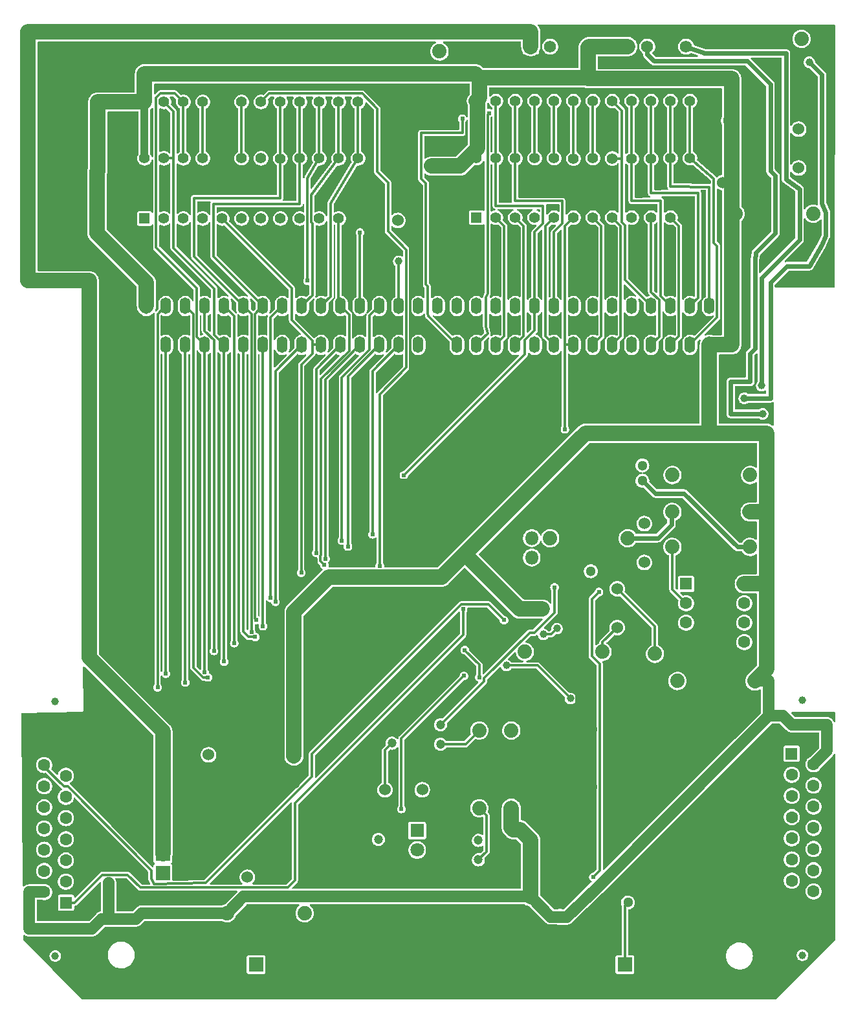
<source format=gtl>
G04 Layer: TopLayer*
G04 EasyEDA v6.5.42, 2024-04-13 21:12:49*
G04 9533279679aa4dd5b2ccd963fcabda20,a2f4cb7aa3704937908c5b59a0d1150c,10*
G04 Gerber Generator version 0.2*
G04 Scale: 100 percent, Rotated: No, Reflected: No *
G04 Dimensions in millimeters *
G04 leading zeros omitted , absolute positions ,4 integer and 5 decimal *
%FSLAX45Y45*%
%MOMM*%

%ADD10C,0.6000*%
%ADD11C,2.0000*%
%ADD12C,0.3000*%
%ADD13C,0.3500*%
%ADD14C,1.0000*%
%ADD15C,1.5000*%
%ADD16C,1.5240*%
%ADD17C,1.6000*%
%ADD18C,1.8796*%
%ADD19R,1.6002X1.6002*%
%ADD20C,1.6002*%
%ADD21C,1.3000*%
%ADD22C,1.1938*%
%ADD23R,1.8000X1.8000*%
%ADD24C,1.8000*%
%ADD25R,1.9304X1.9304*%
%ADD26R,1.3970X1.3970*%
%ADD27C,1.3970*%
%ADD28O,1.41986X2.159*%
%ADD29R,1.4199X2.0320*%
%ADD30R,1.5748X1.5748*%
%ADD31C,1.5748*%
%ADD32R,1.6000X1.6000*%
%ADD33O,1.7999964X1.7999964*%
%ADD34C,0.6100*%
%ADD35C,0.0154*%

%LPD*%
G36*
X8123478Y12661747D02*
G01*
X8119414Y12663424D01*
X8115503Y12666167D01*
X8106613Y12670332D01*
X8097113Y12672872D01*
X8087309Y12673736D01*
X8077504Y12672872D01*
X8072526Y12672212D01*
X8068970Y12673279D01*
X8066024Y12675514D01*
X8064093Y12678664D01*
X8063433Y12682321D01*
X8063433Y12735306D01*
X8063941Y12738658D01*
X8070037Y12748209D01*
X8073237Y12751358D01*
X8077504Y12752781D01*
X8081924Y12752273D01*
X8085734Y12749885D01*
X8088122Y12746075D01*
X8090966Y12738049D01*
X8097012Y12726466D01*
X8104530Y12715798D01*
X8113471Y12706248D01*
X8123580Y12697968D01*
X8130489Y12693802D01*
X8133130Y12691516D01*
X8134807Y12688519D01*
X8135416Y12685115D01*
X8135416Y12671755D01*
X8134451Y12667437D01*
X8131759Y12663982D01*
X8127847Y12661950D01*
G37*

%LPD*%
G36*
X8122920Y12105741D02*
G01*
X8118652Y12106097D01*
X8114944Y12108230D01*
X8112404Y12111634D01*
X8111490Y12115850D01*
X8111490Y12560452D01*
X8111998Y12563652D01*
X8113522Y12566497D01*
X8115858Y12568783D01*
X8119414Y12571272D01*
X8123478Y12572949D01*
X8127847Y12572746D01*
X8131759Y12570714D01*
X8134451Y12567259D01*
X8135416Y12562941D01*
X8135416Y12117984D01*
X8134807Y12114580D01*
X8133130Y12111583D01*
X8130489Y12109297D01*
X8126933Y12107164D01*
G37*

%LPD*%
G36*
X4013708Y12090247D02*
G01*
X4009745Y12090958D01*
X4006342Y12093143D01*
X4004106Y12096496D01*
X4003294Y12100407D01*
X4003294Y12635992D01*
X4002481Y12644475D01*
X4000144Y12652146D01*
X3996385Y12659207D01*
X3990949Y12665760D01*
X3929887Y12726873D01*
X3927754Y12729972D01*
X3926941Y12733680D01*
X3927601Y12737693D01*
X3930243Y12750444D01*
X3931158Y12763500D01*
X3930243Y12776555D01*
X3927601Y12789306D01*
X3923233Y12801650D01*
X3917187Y12813233D01*
X3913428Y12818618D01*
X3911701Y12822682D01*
X3911904Y12827050D01*
X3913936Y12830962D01*
X3917391Y12833654D01*
X3921709Y12834620D01*
X3956202Y12834620D01*
X3960114Y12833858D01*
X3963415Y12831673D01*
X3994912Y12800126D01*
X3997045Y12796977D01*
X3997858Y12793319D01*
X3997198Y12789306D01*
X3994556Y12776555D01*
X3993642Y12763500D01*
X3994556Y12750444D01*
X3997198Y12737693D01*
X4001566Y12725349D01*
X4007612Y12713766D01*
X4015130Y12703098D01*
X4024071Y12693548D01*
X4034180Y12685268D01*
X4041089Y12681102D01*
X4043730Y12678816D01*
X4045407Y12675819D01*
X4046016Y12672415D01*
X4046016Y12117984D01*
X4045407Y12114580D01*
X4043730Y12111583D01*
X4041089Y12109297D01*
X4034180Y12105132D01*
X4024071Y12096851D01*
X4020870Y12093498D01*
X4017619Y12091162D01*
G37*

%LPD*%
G36*
X3911092Y12090247D02*
G01*
X3907180Y12091162D01*
X3903929Y12093498D01*
X3900728Y12096851D01*
X3890619Y12105132D01*
X3879443Y12111888D01*
X3867454Y12117120D01*
X3854856Y12120626D01*
X3841953Y12122404D01*
X3828846Y12122404D01*
X3815943Y12120626D01*
X3803345Y12117120D01*
X3790289Y12111380D01*
X3786378Y12110516D01*
X3782466Y12111228D01*
X3779113Y12113412D01*
X3776827Y12116714D01*
X3776065Y12120676D01*
X3776065Y12669723D01*
X3776827Y12673685D01*
X3779113Y12676987D01*
X3782466Y12679172D01*
X3786378Y12679883D01*
X3790289Y12679019D01*
X3803345Y12673279D01*
X3815943Y12669774D01*
X3828846Y12667996D01*
X3841953Y12667996D01*
X3854856Y12669774D01*
X3861968Y12671755D01*
X3865524Y12672110D01*
X3868978Y12671196D01*
X3871874Y12669164D01*
X3918508Y12622530D01*
X3920744Y12619228D01*
X3921506Y12615367D01*
X3921506Y12100407D01*
X3920693Y12096496D01*
X3918458Y12093143D01*
X3915054Y12090958D01*
G37*

%LPD*%
G36*
X3683000Y12042089D02*
G01*
X3678986Y12043359D01*
X3675837Y12046204D01*
X3674110Y12050115D01*
X3673601Y12052706D01*
X3669233Y12065050D01*
X3663187Y12076633D01*
X3659174Y12082373D01*
X3657803Y12085116D01*
X3657295Y12088215D01*
X3657295Y12658394D01*
X3657752Y12661392D01*
X3659124Y12664186D01*
X3661206Y12666370D01*
X3664864Y12669266D01*
X3675634Y12680035D01*
X3679291Y12683286D01*
X3683254Y12684455D01*
X3687368Y12683947D01*
X3690975Y12681813D01*
X3693363Y12678410D01*
X3694226Y12674346D01*
X3694226Y12052147D01*
X3693363Y12048032D01*
X3690874Y12044629D01*
X3687216Y12042495D01*
G37*

%LPD*%
G36*
X7248906Y12020092D02*
G01*
X7244842Y12022074D01*
X7242048Y12025579D01*
X7241031Y12029998D01*
X7241031Y12306046D01*
X7241844Y12309906D01*
X7244029Y12313208D01*
X7247331Y12315393D01*
X7251192Y12316206D01*
X7739634Y12316206D01*
X7748117Y12317018D01*
X7755788Y12319355D01*
X7762849Y12323114D01*
X7769047Y12328194D01*
X7774127Y12334392D01*
X7777886Y12341453D01*
X7780223Y12349124D01*
X7781036Y12357608D01*
X7781036Y12501778D01*
X7781544Y12504826D01*
X7782915Y12507620D01*
X7789113Y12516408D01*
X7792212Y12523165D01*
X7794498Y12526314D01*
X7797850Y12528346D01*
X7801660Y12529007D01*
X7805470Y12528143D01*
X7808722Y12525959D01*
X7810855Y12522657D01*
X7811617Y12518847D01*
X7811617Y12210237D01*
X7810804Y12206376D01*
X7808620Y12203074D01*
X7659725Y12054179D01*
X7656423Y12051995D01*
X7652562Y12051182D01*
X7338110Y12051182D01*
X7322616Y12050268D01*
X7307681Y12047524D01*
X7293152Y12043003D01*
X7279284Y12036755D01*
X7266279Y12028881D01*
X7257491Y12021972D01*
X7253376Y12020092D01*
G37*

%LPD*%
G36*
X5665368Y11767566D02*
G01*
X5661202Y11768074D01*
X5657596Y11770207D01*
X5655157Y11773611D01*
X5654294Y11777726D01*
X5654294Y11937644D01*
X5654903Y11941048D01*
X5656580Y11944096D01*
X5659170Y11946331D01*
X5668619Y11952071D01*
X5678728Y11960301D01*
X5687669Y11969851D01*
X5695188Y11980519D01*
X5701233Y11992152D01*
X5705602Y12004446D01*
X5708243Y12017248D01*
X5709158Y12030303D01*
X5708243Y12043308D01*
X5705602Y12056110D01*
X5701233Y12068403D01*
X5695188Y12080036D01*
X5687669Y12090704D01*
X5678728Y12100255D01*
X5668619Y12108484D01*
X5659170Y12114225D01*
X5656580Y12116511D01*
X5654903Y12119508D01*
X5654294Y12122912D01*
X5654294Y12670891D01*
X5654903Y12674295D01*
X5656580Y12677292D01*
X5659170Y12679578D01*
X5668619Y12685268D01*
X5678728Y12693548D01*
X5687669Y12703098D01*
X5695188Y12713766D01*
X5701233Y12725349D01*
X5705602Y12737693D01*
X5708243Y12750444D01*
X5709158Y12763500D01*
X5708243Y12776555D01*
X5705602Y12789306D01*
X5701233Y12801650D01*
X5695188Y12813233D01*
X5693054Y12816281D01*
X5691327Y12820345D01*
X5691530Y12824764D01*
X5693562Y12828676D01*
X5697016Y12831368D01*
X5701334Y12832334D01*
X5779465Y12832334D01*
X5783783Y12831368D01*
X5787237Y12828676D01*
X5789269Y12824764D01*
X5789472Y12820345D01*
X5787745Y12816281D01*
X5785612Y12813233D01*
X5779566Y12801650D01*
X5775198Y12789306D01*
X5772556Y12776555D01*
X5771642Y12763500D01*
X5772556Y12750444D01*
X5775198Y12737693D01*
X5779566Y12725349D01*
X5785612Y12713766D01*
X5793130Y12703098D01*
X5802071Y12693548D01*
X5812180Y12685268D01*
X5821629Y12679578D01*
X5824220Y12677292D01*
X5825896Y12674295D01*
X5826506Y12670891D01*
X5826506Y12119508D01*
X5825896Y12116104D01*
X5824220Y12113107D01*
X5821629Y12110821D01*
X5812180Y12105132D01*
X5802071Y12096851D01*
X5793130Y12087301D01*
X5785612Y12076633D01*
X5779566Y12065050D01*
X5775198Y12052706D01*
X5772556Y12039955D01*
X5771642Y12026900D01*
X5772556Y12013844D01*
X5775198Y12001093D01*
X5779566Y11988749D01*
X5785205Y11977878D01*
X5786272Y11974626D01*
X5786170Y11971223D01*
X5784951Y11968022D01*
X5679795Y11790629D01*
X5676188Y11782907D01*
X5674360Y11775287D01*
X5672531Y11771528D01*
X5669330Y11768785D01*
G37*

%LPD*%
G36*
X5766765Y11626748D02*
G01*
X5762599Y11627205D01*
X5758992Y11629339D01*
X5756503Y11632742D01*
X5755640Y11636857D01*
X5755640Y11755323D01*
X5755995Y11758015D01*
X5757062Y11760504D01*
X5855411Y11926417D01*
X5857646Y11929059D01*
X5860694Y11930786D01*
X5864148Y11931396D01*
X5873953Y11931396D01*
X5886856Y11933174D01*
X5899454Y11936679D01*
X5911443Y11941911D01*
X5922619Y11948668D01*
X5932728Y11956948D01*
X5941669Y11966498D01*
X5949188Y11977166D01*
X5955233Y11988749D01*
X5959602Y12001093D01*
X5962243Y12013844D01*
X5963158Y12026900D01*
X5962243Y12039955D01*
X5959602Y12052706D01*
X5955233Y12065050D01*
X5949188Y12076633D01*
X5941669Y12087301D01*
X5932728Y12096851D01*
X5922619Y12105132D01*
X5913170Y12110821D01*
X5910580Y12113107D01*
X5908903Y12116104D01*
X5908294Y12119508D01*
X5908294Y12670891D01*
X5908903Y12674295D01*
X5910580Y12677292D01*
X5913170Y12679578D01*
X5922619Y12685268D01*
X5932728Y12693548D01*
X5941669Y12703098D01*
X5949188Y12713766D01*
X5955233Y12725349D01*
X5959602Y12737693D01*
X5962243Y12750444D01*
X5963158Y12763500D01*
X5962243Y12776555D01*
X5959602Y12789306D01*
X5955233Y12801650D01*
X5949188Y12813233D01*
X5947054Y12816281D01*
X5945327Y12820345D01*
X5945530Y12824764D01*
X5947562Y12828676D01*
X5951016Y12831368D01*
X5955334Y12832334D01*
X6033465Y12832334D01*
X6037783Y12831368D01*
X6041237Y12828676D01*
X6043269Y12824764D01*
X6043472Y12820345D01*
X6041745Y12816281D01*
X6039612Y12813233D01*
X6033566Y12801650D01*
X6029198Y12789306D01*
X6026556Y12776555D01*
X6025642Y12763500D01*
X6026556Y12750444D01*
X6029198Y12737693D01*
X6033566Y12725349D01*
X6039612Y12713766D01*
X6047130Y12703098D01*
X6056071Y12693548D01*
X6066180Y12685268D01*
X6075629Y12679578D01*
X6078220Y12677292D01*
X6079896Y12674295D01*
X6080506Y12670891D01*
X6080506Y12119508D01*
X6079896Y12116104D01*
X6078220Y12113107D01*
X6075629Y12110821D01*
X6066180Y12105132D01*
X6056071Y12096851D01*
X6047130Y12087301D01*
X6039612Y12076633D01*
X6033566Y12065050D01*
X6029198Y12052706D01*
X6026556Y12039955D01*
X6025642Y12026900D01*
X6026556Y12013844D01*
X6029198Y12001093D01*
X6035090Y11984329D01*
X6034786Y11980570D01*
X6033109Y11977217D01*
X5773928Y11630761D01*
X5770778Y11628018D01*
G37*

%LPD*%
G36*
X5403596Y11470894D02*
G01*
X5399532Y11471757D01*
X5396128Y11474196D01*
X5393994Y11477752D01*
X5393486Y11481866D01*
X5394655Y11485880D01*
X5397144Y11490553D01*
X5399481Y11498224D01*
X5400294Y11506708D01*
X5400294Y11930888D01*
X5400903Y11934291D01*
X5402580Y11937288D01*
X5405170Y11939574D01*
X5414619Y11945315D01*
X5424728Y11953544D01*
X5433669Y11963095D01*
X5441188Y11973763D01*
X5447233Y11985396D01*
X5451602Y11997690D01*
X5454243Y12010491D01*
X5455158Y12023496D01*
X5454243Y12036552D01*
X5451602Y12049353D01*
X5447233Y12061647D01*
X5441188Y12073280D01*
X5433669Y12083948D01*
X5424728Y12093498D01*
X5414619Y12101728D01*
X5405170Y12107468D01*
X5402580Y12109704D01*
X5400903Y12112752D01*
X5400294Y12116155D01*
X5400294Y12670891D01*
X5400903Y12674295D01*
X5402580Y12677292D01*
X5405170Y12679578D01*
X5414619Y12685268D01*
X5424728Y12693548D01*
X5433669Y12703098D01*
X5441188Y12713766D01*
X5447233Y12725349D01*
X5451602Y12737693D01*
X5454243Y12750444D01*
X5455158Y12763500D01*
X5454243Y12776555D01*
X5451602Y12789306D01*
X5447233Y12801650D01*
X5441188Y12813233D01*
X5439054Y12816281D01*
X5437327Y12820345D01*
X5437530Y12824764D01*
X5439562Y12828676D01*
X5443016Y12831368D01*
X5447334Y12832334D01*
X5525465Y12832334D01*
X5529783Y12831368D01*
X5533237Y12828676D01*
X5535269Y12824764D01*
X5535472Y12820345D01*
X5533745Y12816281D01*
X5531612Y12813233D01*
X5525566Y12801650D01*
X5521198Y12789306D01*
X5518556Y12776555D01*
X5517642Y12763500D01*
X5518556Y12750444D01*
X5521198Y12737693D01*
X5525566Y12725349D01*
X5531612Y12713766D01*
X5539130Y12703098D01*
X5548071Y12693548D01*
X5558180Y12685268D01*
X5567629Y12679578D01*
X5570220Y12677292D01*
X5571896Y12674295D01*
X5572506Y12670891D01*
X5572506Y12122912D01*
X5571896Y12119508D01*
X5570220Y12116511D01*
X5567629Y12114225D01*
X5558180Y12108484D01*
X5548071Y12100255D01*
X5539130Y12090704D01*
X5531612Y12080036D01*
X5525566Y12068403D01*
X5521198Y12056110D01*
X5518556Y12043308D01*
X5517642Y12030303D01*
X5518556Y12017248D01*
X5521198Y12004446D01*
X5525566Y11992152D01*
X5531612Y11980519D01*
X5539130Y11969851D01*
X5548071Y11960301D01*
X5558180Y11952071D01*
X5567629Y11946331D01*
X5570220Y11944096D01*
X5571896Y11941048D01*
X5572506Y11937644D01*
X5572506Y11481054D01*
X5571744Y11477193D01*
X5569508Y11473891D01*
X5566206Y11471656D01*
X5562346Y11470894D01*
G37*

%LPD*%
G36*
X8122920Y11331041D02*
G01*
X8118652Y11331448D01*
X8114944Y11333530D01*
X8112404Y11336934D01*
X8111490Y11341150D01*
X8111490Y11937949D01*
X8112404Y11942114D01*
X8114944Y11945569D01*
X8118652Y11947652D01*
X8122920Y11948058D01*
X8126933Y11946636D01*
X8133029Y11942978D01*
X8135620Y11940692D01*
X8137296Y11937695D01*
X8137906Y11934291D01*
X8137906Y11405108D01*
X8138718Y11396776D01*
X8141004Y11389106D01*
X8144764Y11382044D01*
X8149793Y11375796D01*
X8155990Y11370716D01*
X8163001Y11366906D01*
X8165084Y11366296D01*
X8168538Y11364417D01*
X8171027Y11361420D01*
X8172196Y11357711D01*
X8171891Y11353800D01*
X8170113Y11350345D01*
X8167166Y11347754D01*
X8163458Y11346484D01*
X8159343Y11345926D01*
X8146745Y11342420D01*
X8134756Y11337188D01*
X8126933Y11332464D01*
G37*

%LPD*%
G36*
X8745728Y11329212D02*
G01*
X8741714Y11330584D01*
X8730843Y11337188D01*
X8719312Y11342217D01*
X8716060Y11344452D01*
X8713927Y11347754D01*
X8713216Y11351615D01*
X8714028Y11355476D01*
X8716264Y11358778D01*
X8719566Y11360912D01*
X8723426Y11361674D01*
X8746998Y11361572D01*
X8750909Y11360810D01*
X8754160Y11358626D01*
X8756396Y11355324D01*
X8757158Y11351412D01*
X8757158Y11339271D01*
X8756243Y11335105D01*
X8753703Y11331651D01*
X8749995Y11329568D01*
G37*

%LPD*%
G36*
X3911092Y11302847D02*
G01*
X3907180Y11303762D01*
X3903929Y11306098D01*
X3900728Y11309451D01*
X3890619Y11317732D01*
X3879443Y11324488D01*
X3867454Y11329720D01*
X3854856Y11333226D01*
X3841953Y11335004D01*
X3828846Y11335004D01*
X3815943Y11333226D01*
X3803345Y11329720D01*
X3790289Y11323980D01*
X3786378Y11323116D01*
X3782466Y11323828D01*
X3779113Y11326012D01*
X3776827Y11329314D01*
X3776065Y11333276D01*
X3776065Y11933123D01*
X3776827Y11937085D01*
X3779113Y11940387D01*
X3782466Y11942572D01*
X3786378Y11943283D01*
X3790289Y11942419D01*
X3803345Y11936679D01*
X3815943Y11933174D01*
X3828846Y11931396D01*
X3841953Y11931396D01*
X3854856Y11933174D01*
X3867454Y11936679D01*
X3879443Y11941911D01*
X3890619Y11948668D01*
X3900728Y11956948D01*
X3903929Y11960301D01*
X3907180Y11962638D01*
X3911092Y11963552D01*
X3915054Y11962841D01*
X3918458Y11960656D01*
X3920693Y11957304D01*
X3921506Y11953392D01*
X3921506Y11313007D01*
X3920693Y11309096D01*
X3918458Y11305743D01*
X3915054Y11303558D01*
G37*

%LPD*%
G36*
X8851188Y11295024D02*
G01*
X8846718Y11295075D01*
X8842705Y11297056D01*
X8839962Y11300612D01*
X8838946Y11304930D01*
X8838946Y11401806D01*
X8838133Y11410137D01*
X8836964Y11414099D01*
X8836558Y11417858D01*
X8837574Y11421465D01*
X8839809Y11424513D01*
X8843010Y11426494D01*
X8846718Y11427206D01*
X9000998Y11427206D01*
X9004858Y11426393D01*
X9008160Y11424208D01*
X9010396Y11420906D01*
X9011158Y11417046D01*
X9011158Y11339271D01*
X9010243Y11335105D01*
X9007703Y11331651D01*
X9003995Y11329568D01*
X8999728Y11329212D01*
X8995714Y11330584D01*
X8984843Y11337188D01*
X8972854Y11342420D01*
X8960256Y11345926D01*
X8947353Y11347704D01*
X8934246Y11347704D01*
X8921343Y11345926D01*
X8908745Y11342420D01*
X8896756Y11337188D01*
X8885580Y11330432D01*
X8875471Y11322151D01*
X8866530Y11312601D01*
X8859012Y11301933D01*
X8858148Y11300256D01*
X8855252Y11296853D01*
G37*

%LPD*%
G36*
X4431233Y11286591D02*
G01*
X4427220Y11287963D01*
X4424070Y11290808D01*
X4417669Y11299901D01*
X4408728Y11309451D01*
X4398619Y11317732D01*
X4387443Y11324488D01*
X4375454Y11329720D01*
X4362856Y11333226D01*
X4349953Y11335004D01*
X4336846Y11335004D01*
X4323943Y11333226D01*
X4311345Y11329720D01*
X4299356Y11324488D01*
X4284167Y11315344D01*
X4280408Y11314887D01*
X4276750Y11315852D01*
X4273651Y11318036D01*
X4271619Y11321237D01*
X4270908Y11324945D01*
X4270248Y11455095D01*
X4271010Y11459006D01*
X4273245Y11462308D01*
X4276547Y11464493D01*
X4280408Y11465306D01*
X4438904Y11465306D01*
X4442968Y11464442D01*
X4446371Y11462004D01*
X4448505Y11458448D01*
X4449013Y11454333D01*
X4447844Y11450320D01*
X4445355Y11445646D01*
X4443018Y11437975D01*
X4442206Y11429390D01*
X4442561Y11296700D01*
X4441647Y11292535D01*
X4439158Y11289131D01*
X4435449Y11286998D01*
G37*

%LPD*%
G36*
X5962091Y11272520D02*
G01*
X5958027Y11274348D01*
X5955131Y11277752D01*
X5949188Y11289233D01*
X5941669Y11299901D01*
X5932728Y11309451D01*
X5922619Y11317732D01*
X5911443Y11324488D01*
X5899454Y11329720D01*
X5886856Y11333226D01*
X5873953Y11335004D01*
X5860846Y11335004D01*
X5847943Y11333226D01*
X5835345Y11329720D01*
X5823356Y11324488D01*
X5817819Y11321135D01*
X5813806Y11319713D01*
X5809538Y11320119D01*
X5805830Y11322202D01*
X5803290Y11325656D01*
X5802376Y11329822D01*
X5802376Y11528856D01*
X5802934Y11532057D01*
X5804408Y11534902D01*
X6098743Y11928297D01*
X6101334Y11930786D01*
X6104686Y11932158D01*
X6108242Y11932310D01*
X6114846Y11931396D01*
X6127953Y11931396D01*
X6140856Y11933174D01*
X6153454Y11936679D01*
X6165443Y11941911D01*
X6176619Y11948668D01*
X6186728Y11956948D01*
X6195669Y11966498D01*
X6203188Y11977166D01*
X6209233Y11988749D01*
X6213602Y12001093D01*
X6216243Y12013844D01*
X6217158Y12026900D01*
X6216243Y12039955D01*
X6213602Y12052706D01*
X6209233Y12065050D01*
X6203188Y12076633D01*
X6195669Y12087301D01*
X6186728Y12096851D01*
X6176619Y12105132D01*
X6167170Y12110821D01*
X6164580Y12113107D01*
X6162903Y12116104D01*
X6162294Y12119508D01*
X6162294Y12670891D01*
X6162903Y12674295D01*
X6164580Y12677292D01*
X6167170Y12679578D01*
X6176619Y12685268D01*
X6186728Y12693548D01*
X6195669Y12703098D01*
X6203188Y12713766D01*
X6209233Y12725349D01*
X6213602Y12737693D01*
X6216243Y12750444D01*
X6217158Y12763500D01*
X6216243Y12776555D01*
X6213602Y12789306D01*
X6209233Y12801650D01*
X6203188Y12813233D01*
X6201054Y12816281D01*
X6199327Y12820345D01*
X6199530Y12824764D01*
X6201562Y12828676D01*
X6205016Y12831368D01*
X6209334Y12832334D01*
X6287465Y12832334D01*
X6291783Y12831368D01*
X6295237Y12828676D01*
X6297269Y12824764D01*
X6297472Y12820345D01*
X6295745Y12816281D01*
X6293612Y12813233D01*
X6287566Y12801650D01*
X6283198Y12789306D01*
X6280556Y12776555D01*
X6279642Y12763500D01*
X6280556Y12750444D01*
X6283198Y12737693D01*
X6287566Y12725349D01*
X6293612Y12713766D01*
X6301130Y12703098D01*
X6310071Y12693548D01*
X6320180Y12685268D01*
X6329629Y12679578D01*
X6332220Y12677292D01*
X6333896Y12674295D01*
X6334506Y12670891D01*
X6334506Y12119508D01*
X6333896Y12116104D01*
X6332220Y12113107D01*
X6329629Y12110821D01*
X6320180Y12105132D01*
X6310071Y12096851D01*
X6301130Y12087301D01*
X6293612Y12076633D01*
X6287566Y12065050D01*
X6283198Y12052706D01*
X6280556Y12039955D01*
X6279642Y12026900D01*
X6280556Y12013844D01*
X6283198Y12001093D01*
X6287566Y11988749D01*
X6292494Y11979300D01*
X6293561Y11975998D01*
X6293408Y11972544D01*
X6292138Y11969292D01*
X5980633Y11460937D01*
X5976874Y11453266D01*
X5974842Y11445443D01*
X5974334Y11438737D01*
X5974334Y11282426D01*
X5973318Y11278108D01*
X5970574Y11274552D01*
X5966561Y11272570D01*
G37*

%LPD*%
G36*
X11965279Y10669371D02*
G01*
X11961063Y10670946D01*
X11957964Y10674146D01*
X11956542Y10678414D01*
X11957100Y10682833D01*
X11959488Y10686592D01*
X12193270Y10920425D01*
X12196724Y10924184D01*
X12199670Y10928045D01*
X12202312Y10932160D01*
X12204547Y10936478D01*
X12206427Y10940999D01*
X12207900Y10945622D01*
X12208967Y10950397D01*
X12209576Y10955223D01*
X12209830Y10960303D01*
X12209830Y11236909D01*
X12210745Y11241125D01*
X12213336Y11244580D01*
X12217196Y11246662D01*
X12221514Y11246916D01*
X12225578Y11245342D01*
X12228626Y11242243D01*
X12233859Y11233759D01*
X12243104Y11222228D01*
X12253722Y11211966D01*
X12265507Y11203076D01*
X12278258Y11195710D01*
X12291872Y11189970D01*
X12306046Y11185906D01*
X12320625Y11183620D01*
X12335408Y11183162D01*
X12350089Y11184534D01*
X12364516Y11187684D01*
X12378436Y11192611D01*
X12391644Y11199215D01*
X12403937Y11207343D01*
X12415164Y11216944D01*
X12423241Y11225784D01*
X12426492Y11228171D01*
X12430404Y11229136D01*
X12434417Y11228425D01*
X12437821Y11226241D01*
X12440107Y11222939D01*
X12440869Y11218976D01*
X12440869Y11024920D01*
X12440005Y11020806D01*
X12395911Y10921746D01*
X12251944Y10678109D01*
X12249658Y10675416D01*
X12246660Y10673689D01*
X12243206Y10673130D01*
X11989003Y10673130D01*
X11983923Y10672876D01*
X11979097Y10672267D01*
X11974322Y10671200D01*
X11969699Y10669727D01*
G37*

%LPD*%
G36*
X11635790Y10525252D02*
G01*
X11631879Y10526014D01*
X11628577Y10528198D01*
X11626392Y10531500D01*
X11625630Y10535412D01*
X11625681Y10690555D01*
X11635079Y10765586D01*
X11635994Y10768787D01*
X11637975Y10771479D01*
X11875770Y11009325D01*
X11879224Y11013084D01*
X11882170Y11016945D01*
X11884812Y11021060D01*
X11887047Y11025378D01*
X11888927Y11029899D01*
X11890400Y11034522D01*
X11891467Y11039297D01*
X11892076Y11044123D01*
X11892330Y11049203D01*
X11892330Y11798096D01*
X11892076Y11803176D01*
X11891467Y11808002D01*
X11890400Y11812778D01*
X11888927Y11817400D01*
X11887047Y11821922D01*
X11884812Y11826240D01*
X11882170Y11830354D01*
X11879224Y11834215D01*
X11875770Y11837974D01*
X11831777Y11881967D01*
X11829592Y11885269D01*
X11828830Y11889181D01*
X11828830Y12991896D01*
X11828576Y12996976D01*
X11827967Y13001802D01*
X11826900Y13006578D01*
X11825427Y13011200D01*
X11823547Y13015721D01*
X11821312Y13020040D01*
X11818670Y13024154D01*
X11815724Y13028015D01*
X11812270Y13031774D01*
X11518798Y13325246D01*
X11516614Y13328548D01*
X11515852Y13332409D01*
X11516614Y13336320D01*
X11518798Y13339622D01*
X11522100Y13341807D01*
X11526012Y13342569D01*
X11910009Y13342569D01*
X11913920Y13341807D01*
X11917222Y13339622D01*
X11919407Y13336320D01*
X11920169Y13332409D01*
X11920270Y11752529D01*
X11921083Y11745214D01*
X11921540Y11742877D01*
X11923623Y11735816D01*
X11924538Y11733580D01*
X11927789Y11727027D01*
X11929059Y11724944D01*
X11933377Y11719052D01*
X11935002Y11717223D01*
X11940336Y11712194D01*
X12093956Y11595760D01*
X12096140Y11593525D01*
X12097512Y11590731D01*
X12097969Y11587632D01*
X12097969Y10987481D01*
X12097207Y10983569D01*
X12095022Y10980267D01*
X11642953Y10528198D01*
X11639651Y10526014D01*
G37*

%LPD*%
G36*
X10286746Y10267696D02*
G01*
X10282834Y10268458D01*
X10279532Y10270642D01*
X10254691Y10295534D01*
X10252506Y10298836D01*
X10251694Y10302697D01*
X10251694Y11159591D01*
X10252303Y11162995D01*
X10253980Y11165992D01*
X10256570Y11168278D01*
X10266019Y11173968D01*
X10276128Y11182248D01*
X10279329Y11185601D01*
X10282580Y11187938D01*
X10286492Y11188852D01*
X10290454Y11188141D01*
X10293858Y11185956D01*
X10296093Y11182604D01*
X10296906Y11178692D01*
X10296906Y10277856D01*
X10296144Y10273944D01*
X10293908Y10270642D01*
X10290606Y10268458D01*
G37*

%LPD*%
G36*
X4822037Y10214406D02*
G01*
X4817567Y10214965D01*
X4813808Y10217353D01*
X4276699Y10754461D01*
X4274515Y10757712D01*
X4273702Y10761573D01*
X4271772Y11153241D01*
X4272635Y11157458D01*
X4275175Y11160912D01*
X4278934Y11162995D01*
X4283202Y11163350D01*
X4287266Y11161928D01*
X4299356Y11154511D01*
X4311345Y11149279D01*
X4323943Y11145774D01*
X4336846Y11143996D01*
X4349953Y11143996D01*
X4362856Y11145774D01*
X4375454Y11149279D01*
X4387443Y11154511D01*
X4398619Y11161268D01*
X4408728Y11169548D01*
X4417669Y11179098D01*
X4424375Y11188598D01*
X4427474Y11191443D01*
X4431487Y11192814D01*
X4435754Y11192408D01*
X4439412Y11190325D01*
X4441952Y11186922D01*
X4442815Y11182756D01*
X4443984Y10742828D01*
X4444796Y10734446D01*
X4447133Y10726775D01*
X4450892Y10719714D01*
X4456328Y10713161D01*
X4934508Y10234930D01*
X4936794Y10231424D01*
X4937506Y10227310D01*
X4936439Y10223246D01*
X4933899Y10219944D01*
X4930190Y10217962D01*
X4926025Y10217658D01*
X4921351Y10219486D01*
X4909261Y10224719D01*
X4896510Y10228326D01*
X4883404Y10230104D01*
X4870196Y10230104D01*
X4857089Y10228326D01*
X4844338Y10224719D01*
X4832248Y10219486D01*
X4826254Y10215829D01*
G37*

%LPD*%
G36*
X10156037Y10214406D02*
G01*
X10151567Y10214965D01*
X10147808Y10217353D01*
X9912451Y10452658D01*
X9910267Y10455960D01*
X9909505Y10459872D01*
X9909505Y11151463D01*
X9909860Y11156340D01*
X9911994Y11159998D01*
X9915398Y11162436D01*
X9919462Y11163350D01*
X9937343Y11158474D01*
X9950246Y11156696D01*
X9963353Y11156696D01*
X9976256Y11158474D01*
X9988854Y11161979D01*
X10000843Y11167211D01*
X10012019Y11173968D01*
X10022128Y11182248D01*
X10031069Y11191798D01*
X10038588Y11202466D01*
X10044633Y11214049D01*
X10049002Y11226393D01*
X10051643Y11239144D01*
X10052558Y11252200D01*
X10051643Y11265255D01*
X10049002Y11278006D01*
X10044633Y11290350D01*
X10038588Y11301933D01*
X10031069Y11312601D01*
X10022128Y11322151D01*
X10012019Y11330432D01*
X10000843Y11337188D01*
X9988854Y11342420D01*
X9976256Y11345926D01*
X9963353Y11347704D01*
X9950246Y11347704D01*
X9937343Y11345926D01*
X9924745Y11342420D01*
X9912756Y11337188D01*
X9901580Y11330432D01*
X9891471Y11322151D01*
X9888270Y11318798D01*
X9885019Y11316462D01*
X9881108Y11315547D01*
X9877145Y11316258D01*
X9873742Y11318443D01*
X9871506Y11321796D01*
X9870694Y11325707D01*
X9870694Y11946788D01*
X9871506Y11950750D01*
X9873742Y11954052D01*
X9877145Y11956237D01*
X9881108Y11956948D01*
X9885019Y11956084D01*
X9888270Y11953748D01*
X9891471Y11950344D01*
X9901580Y11942114D01*
X9911029Y11936374D01*
X9913620Y11934088D01*
X9915296Y11931091D01*
X9915906Y11927687D01*
X9915906Y11468608D01*
X9916718Y11460124D01*
X9919055Y11452453D01*
X9922814Y11445392D01*
X9927894Y11439194D01*
X9934092Y11434114D01*
X9941153Y11430355D01*
X9948824Y11428018D01*
X9957765Y11427206D01*
X10286644Y11430711D01*
X10290556Y11429949D01*
X10293858Y11427764D01*
X10296093Y11424462D01*
X10296906Y11420551D01*
X10296906Y11325707D01*
X10296093Y11321796D01*
X10293858Y11318443D01*
X10290454Y11316258D01*
X10286492Y11315547D01*
X10282580Y11316462D01*
X10279329Y11318798D01*
X10276128Y11322151D01*
X10266019Y11330432D01*
X10254843Y11337188D01*
X10242854Y11342420D01*
X10230256Y11345926D01*
X10217353Y11347704D01*
X10204246Y11347704D01*
X10191343Y11345926D01*
X10178745Y11342420D01*
X10166756Y11337188D01*
X10155580Y11330432D01*
X10145471Y11322151D01*
X10136530Y11312601D01*
X10129012Y11301933D01*
X10122966Y11290350D01*
X10118598Y11278006D01*
X10115956Y11265255D01*
X10115042Y11252200D01*
X10115956Y11239144D01*
X10118598Y11226393D01*
X10122966Y11214049D01*
X10129012Y11202466D01*
X10136530Y11191798D01*
X10145471Y11182248D01*
X10155580Y11173968D01*
X10165029Y11168278D01*
X10167620Y11165992D01*
X10169296Y11162995D01*
X10169906Y11159591D01*
X10169906Y10282072D01*
X10170718Y10273588D01*
X10173055Y10265918D01*
X10176814Y10258856D01*
X10182250Y10252303D01*
X10190632Y10243921D01*
X10192918Y10240365D01*
X10193578Y10236250D01*
X10192512Y10232186D01*
X10189870Y10228884D01*
X10186162Y10226954D01*
X10178338Y10224719D01*
X10166248Y10219486D01*
X10160254Y10215829D01*
G37*

%LPD*%
G36*
X10523626Y10211866D02*
G01*
X10519562Y10213289D01*
X10509351Y10219486D01*
X10497261Y10224719D01*
X10484510Y10228326D01*
X10471404Y10230104D01*
X10458196Y10230104D01*
X10445089Y10228326D01*
X10432338Y10224719D01*
X10420248Y10219486D01*
X10414254Y10215829D01*
X10410037Y10214406D01*
X10405567Y10214965D01*
X10401808Y10217353D01*
X10381691Y10237470D01*
X10379506Y10240772D01*
X10378694Y10244632D01*
X10378694Y11178692D01*
X10379506Y11182604D01*
X10381742Y11185956D01*
X10385145Y11188141D01*
X10389108Y11188852D01*
X10393019Y11187938D01*
X10396270Y11185601D01*
X10399471Y11182248D01*
X10409580Y11173968D01*
X10420756Y11167211D01*
X10432745Y11161979D01*
X10445343Y11158474D01*
X10458246Y11156696D01*
X10471353Y11156696D01*
X10484256Y11158474D01*
X10491368Y11160455D01*
X10494924Y11160810D01*
X10498378Y11159896D01*
X10501274Y11157864D01*
X10532059Y11127079D01*
X10534243Y11123828D01*
X10535005Y11119916D01*
X10535005Y10221925D01*
X10534142Y10217759D01*
X10531602Y10214356D01*
X10527842Y10212222D01*
G37*

%LPD*%
G36*
X8881973Y10211866D02*
G01*
X8877757Y10212222D01*
X8873998Y10214356D01*
X8871458Y10217759D01*
X8870594Y10221925D01*
X8870594Y11119916D01*
X8871356Y11123828D01*
X8873540Y11127079D01*
X8904325Y11157864D01*
X8907221Y11159896D01*
X8910675Y11160810D01*
X8914231Y11160455D01*
X8921343Y11158474D01*
X8934246Y11156696D01*
X8947353Y11156696D01*
X8952128Y11157356D01*
X8956294Y11157051D01*
X8960002Y11155070D01*
X8962593Y11151819D01*
X8963660Y11147755D01*
X8962999Y11143589D01*
X8960662Y11140084D01*
X8912250Y11091773D01*
X8906865Y11085220D01*
X8903055Y11078159D01*
X8900718Y11070488D01*
X8899906Y11061954D01*
X8899906Y10227411D01*
X8899296Y10224008D01*
X8897620Y10221010D01*
X8895029Y10218724D01*
X8886037Y10213289D01*
G37*

%LPD*%
G36*
X5823000Y10205720D02*
G01*
X5819038Y10207294D01*
X5816041Y10210393D01*
X5814618Y10214406D01*
X5814974Y10218674D01*
X5817565Y10227208D01*
X5818378Y10235692D01*
X5818378Y11141151D01*
X5819190Y11145062D01*
X5821426Y11148415D01*
X5824778Y11150600D01*
X5828690Y11151311D01*
X5832602Y11150498D01*
X5835345Y11149279D01*
X5847943Y11145774D01*
X5860846Y11143996D01*
X5873953Y11143996D01*
X5886856Y11145774D01*
X5899454Y11149279D01*
X5911443Y11154511D01*
X5922619Y11161268D01*
X5932728Y11169548D01*
X5941669Y11179098D01*
X5949188Y11189766D01*
X5955131Y11201247D01*
X5958027Y11204651D01*
X5962091Y11206480D01*
X5966561Y11206429D01*
X5970574Y11204448D01*
X5973318Y11200892D01*
X5974334Y11196574D01*
X5974334Y10240060D01*
X5973572Y10236200D01*
X5971336Y10232898D01*
X5955792Y10217353D01*
X5952032Y10214965D01*
X5947562Y10214406D01*
X5943346Y10215829D01*
X5937351Y10219486D01*
X5925261Y10224719D01*
X5912510Y10228326D01*
X5899404Y10230104D01*
X5886196Y10230104D01*
X5873089Y10228326D01*
X5860338Y10224719D01*
X5848248Y10219486D01*
X5836920Y10212628D01*
X5831128Y10207853D01*
X5827268Y10205923D01*
G37*

%LPD*%
G36*
X8105241Y10202875D02*
G01*
X8101177Y10204602D01*
X8098281Y10207853D01*
X8096961Y10212070D01*
X8097621Y10216388D01*
X8108746Y10246055D01*
X8110677Y10252760D01*
X8111490Y10261346D01*
X8111490Y11163249D01*
X8112404Y11167465D01*
X8114944Y11170869D01*
X8118652Y11172952D01*
X8122920Y11173358D01*
X8126933Y11171936D01*
X8134756Y11167211D01*
X8146745Y11161979D01*
X8159343Y11158474D01*
X8172246Y11156696D01*
X8185353Y11156696D01*
X8198256Y11158474D01*
X8205368Y11160455D01*
X8208924Y11160810D01*
X8212378Y11159896D01*
X8215274Y11157864D01*
X8246059Y11127079D01*
X8248243Y11123828D01*
X8249005Y11119916D01*
X8249005Y10221925D01*
X8248142Y10217759D01*
X8245602Y10214356D01*
X8241842Y10212222D01*
X8237626Y10211866D01*
X8233562Y10213289D01*
X8223351Y10219486D01*
X8211261Y10224719D01*
X8198510Y10228326D01*
X8185403Y10230104D01*
X8172196Y10230104D01*
X8159089Y10228326D01*
X8146338Y10224719D01*
X8134248Y10219486D01*
X8122920Y10212628D01*
X8113522Y10204958D01*
X8109610Y10202976D01*
G37*

%LPD*%
G36*
X4444492Y10198506D02*
G01*
X4440580Y10199370D01*
X4437329Y10201706D01*
X4434941Y10204246D01*
X4424680Y10212628D01*
X4413351Y10219486D01*
X4401261Y10224719D01*
X4388510Y10228326D01*
X4375404Y10230104D01*
X4362196Y10230104D01*
X4349089Y10228326D01*
X4336338Y10224719D01*
X4324248Y10219486D01*
X4322775Y10218572D01*
X4318762Y10217200D01*
X4314494Y10217556D01*
X4310786Y10219690D01*
X4308246Y10223093D01*
X4307332Y10227259D01*
X4307332Y10328910D01*
X4306519Y10337393D01*
X4304182Y10345064D01*
X4300423Y10352125D01*
X4294987Y10358678D01*
X3779012Y10874654D01*
X3776827Y10877956D01*
X3776065Y10881868D01*
X3776065Y11145723D01*
X3776827Y11149685D01*
X3779113Y11152987D01*
X3782466Y11155172D01*
X3786378Y11155883D01*
X3790289Y11155019D01*
X3803345Y11149279D01*
X3815943Y11145774D01*
X3828846Y11143996D01*
X3841953Y11143996D01*
X3854856Y11145774D01*
X3867454Y11149279D01*
X3879443Y11154511D01*
X3890619Y11161268D01*
X3900728Y11169548D01*
X3903929Y11172901D01*
X3907180Y11175238D01*
X3911092Y11176152D01*
X3915054Y11175441D01*
X3918458Y11173256D01*
X3920693Y11169904D01*
X3921506Y11165992D01*
X3921506Y10857026D01*
X3922318Y10848594D01*
X3924655Y10840923D01*
X3928414Y10833862D01*
X3933850Y10827258D01*
X4451908Y10309148D01*
X4454144Y10305897D01*
X4454906Y10301986D01*
X4454906Y10208666D01*
X4454093Y10204704D01*
X4451858Y10201402D01*
X4448454Y10199217D01*
G37*

%LPD*%
G36*
X5563108Y10198506D02*
G01*
X5559145Y10199217D01*
X5555742Y10201402D01*
X5553506Y10204704D01*
X5552694Y10208666D01*
X5552694Y10324592D01*
X5551881Y10333075D01*
X5549544Y10340746D01*
X5545785Y10347807D01*
X5540349Y10354360D01*
X4691888Y11202873D01*
X4689754Y11205972D01*
X4688941Y11209680D01*
X4689602Y11213693D01*
X4692243Y11226444D01*
X4693158Y11239500D01*
X4692243Y11252555D01*
X4689602Y11265306D01*
X4685233Y11277650D01*
X4679188Y11289233D01*
X4671669Y11299901D01*
X4662728Y11309451D01*
X4652619Y11317732D01*
X4641443Y11324488D01*
X4629454Y11329720D01*
X4616856Y11333226D01*
X4603953Y11335004D01*
X4590846Y11335004D01*
X4577943Y11333226D01*
X4565345Y11329720D01*
X4553356Y11324488D01*
X4537506Y11314836D01*
X4533747Y11314379D01*
X4530090Y11315344D01*
X4527042Y11317579D01*
X4525010Y11320780D01*
X4524298Y11324488D01*
X4524146Y11378895D01*
X4524908Y11382806D01*
X4527092Y11386108D01*
X4530394Y11388293D01*
X4534306Y11389106D01*
X5612892Y11389106D01*
X5621375Y11389918D01*
X5629046Y11392255D01*
X5636107Y11396014D01*
X5642305Y11401094D01*
X5647385Y11407292D01*
X5651144Y11414353D01*
X5654903Y11427155D01*
X5657900Y11430355D01*
X5661964Y11431981D01*
X5666333Y11431778D01*
X5670245Y11429746D01*
X5672886Y11426240D01*
X5673852Y11421973D01*
X5673852Y11332616D01*
X5672937Y11328450D01*
X5670397Y11324996D01*
X5666689Y11322913D01*
X5662422Y11322507D01*
X5645454Y11329720D01*
X5632856Y11333226D01*
X5619953Y11335004D01*
X5606846Y11335004D01*
X5593943Y11333226D01*
X5581345Y11329720D01*
X5569356Y11324488D01*
X5558180Y11317732D01*
X5548071Y11309451D01*
X5539130Y11299901D01*
X5531612Y11289233D01*
X5525566Y11277650D01*
X5521198Y11265306D01*
X5518556Y11252555D01*
X5517642Y11239500D01*
X5518556Y11226444D01*
X5521198Y11213693D01*
X5525566Y11201349D01*
X5531612Y11189766D01*
X5539130Y11179098D01*
X5548071Y11169548D01*
X5558180Y11161268D01*
X5569356Y11154511D01*
X5581345Y11149279D01*
X5593943Y11145774D01*
X5606846Y11143996D01*
X5619953Y11143996D01*
X5632856Y11145774D01*
X5645454Y11149279D01*
X5662422Y11156492D01*
X5666689Y11156086D01*
X5670397Y11154003D01*
X5672937Y11150549D01*
X5673852Y11146383D01*
X5673852Y10469118D01*
X5673344Y10466070D01*
X5672023Y10463276D01*
X5665978Y10454690D01*
X5661812Y10445800D01*
X5659272Y10436301D01*
X5658408Y10426496D01*
X5659272Y10416692D01*
X5661812Y10407192D01*
X5665978Y10398302D01*
X5671616Y10390276D01*
X5678576Y10383316D01*
X5686602Y10377678D01*
X5695492Y10373512D01*
X5704992Y10370972D01*
X5714796Y10370108D01*
X5725515Y10371074D01*
X5729681Y10370566D01*
X5733288Y10368432D01*
X5735726Y10365028D01*
X5736590Y10360964D01*
X5736590Y10256316D01*
X5735828Y10252456D01*
X5733592Y10249154D01*
X5701792Y10217353D01*
X5698032Y10214965D01*
X5693562Y10214406D01*
X5689346Y10215829D01*
X5683351Y10219486D01*
X5671261Y10224719D01*
X5658510Y10228326D01*
X5645404Y10230104D01*
X5632196Y10230104D01*
X5619089Y10228326D01*
X5606338Y10224719D01*
X5594248Y10219486D01*
X5582920Y10212628D01*
X5572658Y10204246D01*
X5570270Y10201706D01*
X5567019Y10199370D01*
G37*

%LPC*%
G36*
X5098846Y11143996D02*
G01*
X5111953Y11143996D01*
X5124856Y11145774D01*
X5137454Y11149279D01*
X5149443Y11154511D01*
X5160619Y11161268D01*
X5170728Y11169548D01*
X5179669Y11179098D01*
X5187188Y11189766D01*
X5193233Y11201349D01*
X5197602Y11213693D01*
X5200243Y11226444D01*
X5201158Y11239500D01*
X5200243Y11252555D01*
X5197602Y11265306D01*
X5193233Y11277650D01*
X5187188Y11289233D01*
X5179669Y11299901D01*
X5170728Y11309451D01*
X5160619Y11317732D01*
X5149443Y11324488D01*
X5137454Y11329720D01*
X5124856Y11333226D01*
X5111953Y11335004D01*
X5098846Y11335004D01*
X5085943Y11333226D01*
X5073345Y11329720D01*
X5061356Y11324488D01*
X5050180Y11317732D01*
X5040071Y11309451D01*
X5031130Y11299901D01*
X5023612Y11289233D01*
X5017566Y11277650D01*
X5013198Y11265306D01*
X5010556Y11252555D01*
X5009642Y11239500D01*
X5010556Y11226444D01*
X5013198Y11213693D01*
X5017566Y11201349D01*
X5023612Y11189766D01*
X5031130Y11179098D01*
X5040071Y11169548D01*
X5050180Y11161268D01*
X5061356Y11154511D01*
X5073345Y11149279D01*
X5085943Y11145774D01*
G37*
G36*
X4844846Y11143996D02*
G01*
X4857953Y11143996D01*
X4870856Y11145774D01*
X4883454Y11149279D01*
X4895443Y11154511D01*
X4906619Y11161268D01*
X4916728Y11169548D01*
X4925669Y11179098D01*
X4933188Y11189766D01*
X4939233Y11201349D01*
X4943602Y11213693D01*
X4946243Y11226444D01*
X4947158Y11239500D01*
X4946243Y11252555D01*
X4943602Y11265306D01*
X4939233Y11277650D01*
X4933188Y11289233D01*
X4925669Y11299901D01*
X4916728Y11309451D01*
X4906619Y11317732D01*
X4895443Y11324488D01*
X4883454Y11329720D01*
X4870856Y11333226D01*
X4857953Y11335004D01*
X4844846Y11335004D01*
X4831943Y11333226D01*
X4819345Y11329720D01*
X4807356Y11324488D01*
X4796180Y11317732D01*
X4786071Y11309451D01*
X4777130Y11299901D01*
X4769612Y11289233D01*
X4763566Y11277650D01*
X4759198Y11265306D01*
X4756556Y11252555D01*
X4755642Y11239500D01*
X4756556Y11226444D01*
X4759198Y11213693D01*
X4763566Y11201349D01*
X4769612Y11189766D01*
X4777130Y11179098D01*
X4786071Y11169548D01*
X4796180Y11161268D01*
X4807356Y11154511D01*
X4819345Y11149279D01*
X4831943Y11145774D01*
G37*
G36*
X5352846Y11143996D02*
G01*
X5365953Y11143996D01*
X5378856Y11145774D01*
X5391454Y11149279D01*
X5403443Y11154511D01*
X5414619Y11161268D01*
X5424728Y11169548D01*
X5433669Y11179098D01*
X5441188Y11189766D01*
X5447233Y11201349D01*
X5451602Y11213693D01*
X5454243Y11226444D01*
X5455158Y11239500D01*
X5454243Y11252555D01*
X5451602Y11265306D01*
X5447233Y11277650D01*
X5441188Y11289233D01*
X5433669Y11299901D01*
X5424728Y11309451D01*
X5414619Y11317732D01*
X5403443Y11324488D01*
X5391454Y11329720D01*
X5378856Y11333226D01*
X5365953Y11335004D01*
X5352846Y11335004D01*
X5339943Y11333226D01*
X5327345Y11329720D01*
X5315356Y11324488D01*
X5304180Y11317732D01*
X5294071Y11309451D01*
X5285130Y11299901D01*
X5277612Y11289233D01*
X5271566Y11277650D01*
X5267198Y11265306D01*
X5264556Y11252555D01*
X5263642Y11239500D01*
X5264556Y11226444D01*
X5267198Y11213693D01*
X5271566Y11201349D01*
X5277612Y11189766D01*
X5285130Y11179098D01*
X5294071Y11169548D01*
X5304180Y11161268D01*
X5315356Y11154511D01*
X5327345Y11149279D01*
X5339943Y11145774D01*
G37*

%LPD*%
G36*
X4547108Y10198506D02*
G01*
X4543145Y10199217D01*
X4539742Y10201402D01*
X4537506Y10204704D01*
X4536694Y10208666D01*
X4536694Y10322661D01*
X4535881Y10331094D01*
X4533544Y10338765D01*
X4529785Y10345826D01*
X4524349Y10352430D01*
X4006291Y10870488D01*
X4004056Y10873790D01*
X4003294Y10877702D01*
X4003294Y11165992D01*
X4004106Y11169904D01*
X4006342Y11173256D01*
X4009745Y11175441D01*
X4013708Y11176152D01*
X4017619Y11175238D01*
X4020870Y11172901D01*
X4024071Y11169548D01*
X4034180Y11161268D01*
X4045356Y11154511D01*
X4057345Y11149279D01*
X4069943Y11145774D01*
X4082846Y11143996D01*
X4095953Y11143996D01*
X4108856Y11145774D01*
X4121454Y11149279D01*
X4133443Y11154511D01*
X4144619Y11161268D01*
X4154728Y11169548D01*
X4163669Y11179098D01*
X4171340Y11189970D01*
X4174439Y11192814D01*
X4178452Y11194186D01*
X4182668Y11193780D01*
X4186377Y11191697D01*
X4188866Y11188293D01*
X4189780Y11184128D01*
X4192015Y10740694D01*
X4192828Y10732414D01*
X4195165Y10724743D01*
X4198924Y10717682D01*
X4204360Y10711129D01*
X4680508Y10234930D01*
X4682794Y10231424D01*
X4683506Y10227310D01*
X4682439Y10223246D01*
X4679899Y10219944D01*
X4676190Y10217962D01*
X4672025Y10217658D01*
X4667351Y10219486D01*
X4655261Y10224719D01*
X4642510Y10228326D01*
X4629404Y10230104D01*
X4616196Y10230104D01*
X4603089Y10228326D01*
X4590338Y10224719D01*
X4578248Y10219486D01*
X4566920Y10212628D01*
X4556658Y10204246D01*
X4554270Y10201706D01*
X4551019Y10199370D01*
G37*

%LPD*%
G36*
X9867036Y10178491D02*
G01*
X9862566Y10178592D01*
X9858603Y10180574D01*
X9855809Y10184079D01*
X9854844Y10188448D01*
X9854844Y10370058D01*
X9855606Y10373969D01*
X9857790Y10377271D01*
X9861092Y10379456D01*
X9865004Y10380218D01*
X9868865Y10379456D01*
X9872167Y10377271D01*
X10014508Y10234930D01*
X10016794Y10231424D01*
X10017506Y10227310D01*
X10016439Y10223246D01*
X10013848Y10219944D01*
X10010190Y10217962D01*
X10006025Y10217658D01*
X10001351Y10219486D01*
X9989261Y10224719D01*
X9976510Y10228326D01*
X9963404Y10230104D01*
X9950196Y10230104D01*
X9937089Y10228326D01*
X9924338Y10224719D01*
X9912248Y10219486D01*
X9900920Y10212628D01*
X9890658Y10204246D01*
X9881666Y10194594D01*
X9873996Y10183774D01*
X9871151Y10180370D01*
G37*

%LPD*%
G36*
X10629036Y10178491D02*
G01*
X10624566Y10178592D01*
X10620603Y10180574D01*
X10617809Y10184079D01*
X10616844Y10188448D01*
X10616844Y11140592D01*
X10615980Y11149025D01*
X10613694Y11156696D01*
X10609884Y11163757D01*
X10604500Y11170361D01*
X10559288Y11215573D01*
X10557154Y11218672D01*
X10556341Y11222380D01*
X10557002Y11226393D01*
X10559643Y11239144D01*
X10560558Y11252200D01*
X10559643Y11265255D01*
X10557002Y11278006D01*
X10552633Y11290350D01*
X10546588Y11301933D01*
X10539069Y11312601D01*
X10530128Y11322151D01*
X10520019Y11330432D01*
X10508843Y11337188D01*
X10496854Y11342420D01*
X10484256Y11345926D01*
X10471353Y11347704D01*
X10458246Y11347704D01*
X10445343Y11345926D01*
X10432745Y11342420D01*
X10420756Y11337188D01*
X10409580Y11330432D01*
X10399471Y11322151D01*
X10396270Y11318798D01*
X10393019Y11316462D01*
X10389108Y11315547D01*
X10385145Y11316258D01*
X10381742Y11318443D01*
X10379506Y11321796D01*
X10378694Y11325707D01*
X10378694Y11471656D01*
X10377881Y11480139D01*
X10375544Y11487810D01*
X10371785Y11494871D01*
X10366705Y11501069D01*
X10360507Y11506149D01*
X10349382Y11511991D01*
X10346842Y11515191D01*
X10345775Y11519154D01*
X10346385Y11523218D01*
X10348518Y11526723D01*
X10351871Y11529060D01*
X10355884Y11529923D01*
X10774070Y11533225D01*
X10777982Y11532463D01*
X10781334Y11530279D01*
X10783519Y11526977D01*
X10784332Y11523065D01*
X10784332Y10224820D01*
X10783417Y10220655D01*
X10780877Y10217200D01*
X10777169Y10215118D01*
X10772902Y10214711D01*
X10768888Y10216134D01*
X10763351Y10219486D01*
X10751261Y10224719D01*
X10738510Y10228326D01*
X10725404Y10230104D01*
X10712196Y10230104D01*
X10699089Y10228326D01*
X10686338Y10224719D01*
X10674248Y10219486D01*
X10662920Y10212628D01*
X10652658Y10204246D01*
X10643666Y10194594D01*
X10635996Y10183774D01*
X10633151Y10180370D01*
G37*

%LPD*%
G36*
X8776563Y10178491D02*
G01*
X8772448Y10180370D01*
X8769553Y10183774D01*
X8761933Y10194594D01*
X8752941Y10204246D01*
X8742680Y10212628D01*
X8732570Y10218724D01*
X8729980Y10221010D01*
X8728303Y10224008D01*
X8727694Y10227411D01*
X8727694Y11041278D01*
X8728506Y11045190D01*
X8730691Y11048492D01*
X8771432Y11089132D01*
X8774734Y11091316D01*
X8778595Y11092078D01*
X8782507Y11091316D01*
X8785809Y11089081D01*
X8787993Y11085830D01*
X8788755Y11081918D01*
X8788755Y10188448D01*
X8787790Y10184079D01*
X8784996Y10180574D01*
X8781034Y10178592D01*
G37*

%LPD*%
G36*
X9030563Y10178491D02*
G01*
X9026448Y10180370D01*
X9023553Y10183774D01*
X9015933Y10194594D01*
X9006941Y10204246D01*
X8996680Y10212628D01*
X8986570Y10218724D01*
X8983980Y10221010D01*
X8982303Y10224008D01*
X8981694Y10227411D01*
X8981694Y11041278D01*
X8982506Y11045190D01*
X8984691Y11048492D01*
X9025432Y11089132D01*
X9028734Y11091316D01*
X9032595Y11092078D01*
X9036507Y11091316D01*
X9039809Y11089081D01*
X9041993Y11085830D01*
X9042755Y11081918D01*
X9042755Y10188448D01*
X9041790Y10184079D01*
X9038996Y10180574D01*
X9035034Y10178592D01*
G37*

%LPD*%
G36*
X8343036Y10178491D02*
G01*
X8338566Y10178592D01*
X8334603Y10180574D01*
X8331809Y10184079D01*
X8330844Y10188448D01*
X8330844Y11140592D01*
X8329980Y11149025D01*
X8327694Y11156696D01*
X8323884Y11163757D01*
X8318500Y11170361D01*
X8273288Y11215573D01*
X8271154Y11218672D01*
X8270341Y11222380D01*
X8271002Y11226393D01*
X8273643Y11239144D01*
X8274558Y11252200D01*
X8273643Y11265255D01*
X8271002Y11278006D01*
X8266633Y11290350D01*
X8260588Y11301933D01*
X8253069Y11312601D01*
X8244128Y11322151D01*
X8234019Y11330432D01*
X8222843Y11337188D01*
X8210854Y11342420D01*
X8206486Y11343640D01*
X8202777Y11345519D01*
X8200186Y11348770D01*
X8199069Y11352733D01*
X8199628Y11356848D01*
X8201812Y11360353D01*
X8205216Y11362740D01*
X8209229Y11363604D01*
X8399932Y11362893D01*
X8403945Y11362029D01*
X8407298Y11359642D01*
X8409432Y11356086D01*
X8409990Y11352022D01*
X8408873Y11348008D01*
X8406282Y11344808D01*
X8402624Y11342928D01*
X8400745Y11342420D01*
X8388756Y11337188D01*
X8377580Y11330432D01*
X8367471Y11322151D01*
X8358530Y11312601D01*
X8351012Y11301933D01*
X8344966Y11290350D01*
X8340598Y11278006D01*
X8337956Y11265255D01*
X8337042Y11252200D01*
X8337956Y11239144D01*
X8340598Y11226393D01*
X8344966Y11214049D01*
X8351012Y11202466D01*
X8358530Y11191798D01*
X8367471Y11182248D01*
X8377580Y11173968D01*
X8388756Y11167211D01*
X8400745Y11161979D01*
X8413343Y11158474D01*
X8426246Y11156696D01*
X8439353Y11156696D01*
X8452256Y11158474D01*
X8459368Y11160455D01*
X8462924Y11160810D01*
X8466378Y11159896D01*
X8469274Y11157864D01*
X8500059Y11127079D01*
X8502243Y11123828D01*
X8503005Y11119916D01*
X8503005Y10221925D01*
X8502142Y10217759D01*
X8499602Y10214356D01*
X8495842Y10212222D01*
X8491626Y10211866D01*
X8487562Y10213289D01*
X8477351Y10219486D01*
X8465261Y10224719D01*
X8452510Y10228326D01*
X8439404Y10230104D01*
X8426196Y10230104D01*
X8413089Y10228326D01*
X8400338Y10224719D01*
X8388248Y10219486D01*
X8376920Y10212628D01*
X8366658Y10204246D01*
X8357666Y10194594D01*
X8349996Y10183774D01*
X8347151Y10180370D01*
G37*

%LPD*%
G36*
X8597036Y10178491D02*
G01*
X8592566Y10178592D01*
X8588603Y10180574D01*
X8585809Y10184079D01*
X8584844Y10188448D01*
X8584844Y11140592D01*
X8583980Y11149025D01*
X8581694Y11156696D01*
X8577884Y11163757D01*
X8572500Y11170361D01*
X8527288Y11215573D01*
X8525154Y11218672D01*
X8524341Y11222380D01*
X8525002Y11226393D01*
X8527643Y11239144D01*
X8528558Y11252200D01*
X8527643Y11265255D01*
X8525002Y11278006D01*
X8520633Y11290350D01*
X8514588Y11301933D01*
X8507069Y11312601D01*
X8498128Y11322151D01*
X8488019Y11330432D01*
X8476843Y11337188D01*
X8460181Y11344605D01*
X8457590Y11347805D01*
X8456472Y11351768D01*
X8457031Y11355882D01*
X8459216Y11359438D01*
X8462568Y11361775D01*
X8466632Y11362639D01*
X8650884Y11361928D01*
X8654745Y11361166D01*
X8657996Y11358981D01*
X8660180Y11355730D01*
X8660993Y11351869D01*
X8660282Y11348008D01*
X8658148Y11344706D01*
X8654897Y11342471D01*
X8642756Y11337188D01*
X8631580Y11330432D01*
X8621471Y11322151D01*
X8612530Y11312601D01*
X8605012Y11301933D01*
X8598966Y11290350D01*
X8594598Y11278006D01*
X8591956Y11265255D01*
X8591042Y11252200D01*
X8591956Y11239144D01*
X8594598Y11226393D01*
X8598966Y11214049D01*
X8605012Y11202466D01*
X8612530Y11191798D01*
X8621471Y11182248D01*
X8631580Y11173968D01*
X8642756Y11167211D01*
X8654745Y11161979D01*
X8667343Y11158474D01*
X8680246Y11156696D01*
X8693353Y11156696D01*
X8698128Y11157356D01*
X8702294Y11157051D01*
X8706002Y11155070D01*
X8708593Y11151819D01*
X8709660Y11147755D01*
X8708999Y11143589D01*
X8706662Y11140084D01*
X8658250Y11091773D01*
X8652865Y11085220D01*
X8649055Y11078159D01*
X8646718Y11070488D01*
X8645906Y11061954D01*
X8645906Y10227411D01*
X8645296Y10224008D01*
X8643620Y10221010D01*
X8641029Y10218724D01*
X8630920Y10212628D01*
X8620658Y10204246D01*
X8611666Y10194594D01*
X8603996Y10183774D01*
X8601151Y10180370D01*
G37*

%LPD*%
G36*
X7061504Y10156444D02*
G01*
X7057542Y10157104D01*
X7054138Y10159288D01*
X7051852Y10162641D01*
X7051040Y10166553D01*
X7051040Y10829798D01*
X7050227Y10838281D01*
X7047890Y10845952D01*
X7044131Y10853013D01*
X7038695Y10859566D01*
X6812991Y11085322D01*
X6810806Y11088624D01*
X6809994Y11092484D01*
X6809994Y11131702D01*
X6810756Y11135563D01*
X6812940Y11138865D01*
X6816191Y11141049D01*
X6820052Y11141862D01*
X6823913Y11141151D01*
X6827215Y11139017D01*
X6830212Y11136122D01*
X6841185Y11128044D01*
X6853123Y11121491D01*
X6865874Y11116614D01*
X6879132Y11113414D01*
X6892696Y11112093D01*
X6906310Y11112550D01*
X6919772Y11114786D01*
X6932777Y11118850D01*
X6945172Y11124590D01*
X6956653Y11131905D01*
X6967067Y11140694D01*
X6976211Y11150854D01*
X6983933Y11162080D01*
X6990080Y11174222D01*
X6994550Y11187125D01*
X6997293Y11200485D01*
X6998208Y11214100D01*
X6997293Y11227714D01*
X6994550Y11241074D01*
X6990080Y11253978D01*
X6983933Y11266119D01*
X6976211Y11277346D01*
X6967067Y11287506D01*
X6956653Y11296294D01*
X6945172Y11303609D01*
X6932777Y11309350D01*
X6919772Y11313414D01*
X6906310Y11315649D01*
X6892696Y11316106D01*
X6879132Y11314785D01*
X6865874Y11311585D01*
X6853123Y11306708D01*
X6841185Y11300155D01*
X6830212Y11292078D01*
X6827215Y11289182D01*
X6823913Y11287048D01*
X6820052Y11286337D01*
X6816191Y11287150D01*
X6812940Y11289334D01*
X6810756Y11292636D01*
X6809994Y11296497D01*
X6809994Y11709146D01*
X6809181Y11717629D01*
X6806844Y11725300D01*
X6803085Y11732361D01*
X6797649Y11738914D01*
X6671767Y11864848D01*
X6669582Y11868150D01*
X6668770Y11872010D01*
X6668770Y12673330D01*
X6667957Y12681813D01*
X6665620Y12689484D01*
X6661861Y12696545D01*
X6656425Y12703098D01*
X6457746Y12901777D01*
X6451193Y12907213D01*
X6444132Y12910972D01*
X6436461Y12913309D01*
X6427978Y12914122D01*
X5215636Y12914122D01*
X5207152Y12913309D01*
X5199481Y12910972D01*
X5192420Y12907213D01*
X5185867Y12901777D01*
X5141874Y12857835D01*
X5138978Y12855803D01*
X5135524Y12854889D01*
X5131968Y12855244D01*
X5124856Y12857226D01*
X5111953Y12859004D01*
X5098846Y12859004D01*
X5085943Y12857226D01*
X5073345Y12853720D01*
X5061356Y12848488D01*
X5050180Y12841732D01*
X5040071Y12833451D01*
X5031130Y12823901D01*
X5023612Y12813233D01*
X5017566Y12801650D01*
X5013198Y12789306D01*
X5010556Y12776555D01*
X5009642Y12763500D01*
X5010556Y12750444D01*
X5013198Y12737693D01*
X5017566Y12725349D01*
X5023612Y12713766D01*
X5031130Y12703098D01*
X5040071Y12693548D01*
X5050180Y12685268D01*
X5061356Y12678511D01*
X5073345Y12673279D01*
X5085943Y12669774D01*
X5098846Y12667996D01*
X5111953Y12667996D01*
X5124856Y12669774D01*
X5137454Y12673279D01*
X5149443Y12678511D01*
X5160619Y12685268D01*
X5170728Y12693548D01*
X5179669Y12703098D01*
X5187188Y12713766D01*
X5193233Y12725349D01*
X5197602Y12737693D01*
X5200243Y12750444D01*
X5201158Y12763500D01*
X5200243Y12776555D01*
X5197500Y12789560D01*
X5196941Y12793319D01*
X5197754Y12797028D01*
X5199888Y12800126D01*
X5229098Y12829336D01*
X5232400Y12831521D01*
X5236260Y12832334D01*
X5271465Y12832334D01*
X5275783Y12831368D01*
X5279237Y12828676D01*
X5281269Y12824764D01*
X5281472Y12820345D01*
X5279745Y12816281D01*
X5277612Y12813233D01*
X5271566Y12801650D01*
X5267198Y12789306D01*
X5264556Y12776555D01*
X5263642Y12763500D01*
X5264556Y12750444D01*
X5267198Y12737693D01*
X5271566Y12725349D01*
X5277612Y12713766D01*
X5285130Y12703098D01*
X5294071Y12693548D01*
X5304180Y12685268D01*
X5313629Y12679578D01*
X5316220Y12677292D01*
X5317896Y12674295D01*
X5318506Y12670891D01*
X5318506Y12116155D01*
X5317896Y12112752D01*
X5316220Y12109704D01*
X5313629Y12107468D01*
X5304180Y12101728D01*
X5294071Y12093498D01*
X5285130Y12083948D01*
X5277612Y12073280D01*
X5271566Y12061647D01*
X5267198Y12049353D01*
X5264556Y12036552D01*
X5263642Y12023496D01*
X5264556Y12010491D01*
X5267198Y11997690D01*
X5271566Y11985396D01*
X5277612Y11973763D01*
X5285130Y11963095D01*
X5294071Y11953544D01*
X5304180Y11945315D01*
X5313629Y11939574D01*
X5316220Y11937288D01*
X5317896Y11934291D01*
X5318506Y11930888D01*
X5318506Y11557254D01*
X5317744Y11553393D01*
X5315508Y11550091D01*
X5312206Y11547856D01*
X5308346Y11547094D01*
X4229608Y11547094D01*
X4221124Y11546281D01*
X4213453Y11543944D01*
X4206392Y11540185D01*
X4200194Y11535105D01*
X4195114Y11528907D01*
X4191355Y11521846D01*
X4189018Y11514175D01*
X4188206Y11505488D01*
X4189222Y11295735D01*
X4188358Y11291570D01*
X4185869Y11288115D01*
X4182160Y11286032D01*
X4177944Y11285575D01*
X4173931Y11286947D01*
X4170781Y11289842D01*
X4163669Y11299901D01*
X4154728Y11309451D01*
X4144619Y11317732D01*
X4133443Y11324488D01*
X4121454Y11329720D01*
X4108856Y11333226D01*
X4095953Y11335004D01*
X4082846Y11335004D01*
X4069943Y11333226D01*
X4057345Y11329720D01*
X4045356Y11324488D01*
X4034180Y11317732D01*
X4024071Y11309451D01*
X4020870Y11306098D01*
X4017619Y11303762D01*
X4013708Y11302847D01*
X4009745Y11303558D01*
X4006342Y11305743D01*
X4004106Y11309096D01*
X4003294Y11313007D01*
X4003294Y11953392D01*
X4004106Y11957304D01*
X4006342Y11960656D01*
X4009745Y11962841D01*
X4013708Y11963552D01*
X4017619Y11962638D01*
X4020870Y11960301D01*
X4024071Y11956948D01*
X4034180Y11948668D01*
X4045356Y11941911D01*
X4057345Y11936679D01*
X4069943Y11933174D01*
X4082846Y11931396D01*
X4095953Y11931396D01*
X4108856Y11933174D01*
X4121454Y11936679D01*
X4133443Y11941911D01*
X4144619Y11948668D01*
X4154728Y11956948D01*
X4163669Y11966498D01*
X4171187Y11977166D01*
X4177233Y11988749D01*
X4181601Y12001093D01*
X4184243Y12013844D01*
X4185158Y12026900D01*
X4184243Y12039955D01*
X4181601Y12052706D01*
X4177233Y12065050D01*
X4171187Y12076633D01*
X4163669Y12087301D01*
X4154728Y12096851D01*
X4144619Y12105132D01*
X4137710Y12109297D01*
X4135069Y12111583D01*
X4133392Y12114580D01*
X4132834Y12117984D01*
X4132834Y12672415D01*
X4133392Y12675819D01*
X4135069Y12678816D01*
X4137710Y12681102D01*
X4144619Y12685268D01*
X4154728Y12693548D01*
X4163669Y12703098D01*
X4171187Y12713766D01*
X4177233Y12725349D01*
X4181601Y12737693D01*
X4184243Y12750444D01*
X4185158Y12763500D01*
X4184243Y12776555D01*
X4181601Y12789306D01*
X4177233Y12801650D01*
X4171187Y12813233D01*
X4163669Y12823901D01*
X4154728Y12833451D01*
X4144619Y12841732D01*
X4133443Y12848488D01*
X4121454Y12853720D01*
X4108856Y12857226D01*
X4095953Y12859004D01*
X4082846Y12859004D01*
X4069943Y12857226D01*
X4062831Y12855244D01*
X4059275Y12854889D01*
X4055821Y12855803D01*
X4052925Y12857835D01*
X4006646Y12904114D01*
X4000042Y12909499D01*
X3992981Y12913309D01*
X3985310Y12915595D01*
X3976878Y12916458D01*
X3791915Y12916458D01*
X3783482Y12915595D01*
X3775811Y12913309D01*
X3768750Y12909499D01*
X3762146Y12904114D01*
X3724656Y12866624D01*
X3721354Y12864388D01*
X3717493Y12863626D01*
X3713581Y12864388D01*
X3710279Y12866624D01*
X3708095Y12869926D01*
X3707333Y12873786D01*
X3707333Y12995706D01*
X3708095Y12999618D01*
X3710279Y13002920D01*
X3713581Y13005104D01*
X3717493Y13005866D01*
X7826857Y13005866D01*
X7830718Y13005104D01*
X7834020Y13002920D01*
X7836204Y12999618D01*
X7837017Y12995706D01*
X7837017Y12870434D01*
X7836357Y12866827D01*
X7834426Y12863677D01*
X7825689Y12853822D01*
X7817053Y12841325D01*
X7809992Y12827863D01*
X7804607Y12813639D01*
X7800949Y12798907D01*
X7799120Y12783820D01*
X7799120Y12768580D01*
X7800949Y12753492D01*
X7804607Y12738760D01*
X7811312Y12721437D01*
X7811617Y12718999D01*
X7811617Y12570358D01*
X7810855Y12566497D01*
X7808722Y12563246D01*
X7805470Y12561062D01*
X7801660Y12560198D01*
X7797850Y12560858D01*
X7794498Y12562890D01*
X7792212Y12566040D01*
X7789062Y12572796D01*
X7783474Y12580823D01*
X7776514Y12587782D01*
X7768437Y12593421D01*
X7759547Y12597587D01*
X7750048Y12600127D01*
X7740294Y12600990D01*
X7730490Y12600127D01*
X7720990Y12597587D01*
X7712100Y12593421D01*
X7704023Y12587782D01*
X7697063Y12580823D01*
X7691475Y12572796D01*
X7687309Y12563906D01*
X7684770Y12554407D01*
X7683906Y12544602D01*
X7684770Y12534798D01*
X7687309Y12525298D01*
X7691475Y12516408D01*
X7697419Y12507925D01*
X7698740Y12505131D01*
X7699248Y12502083D01*
X7699248Y12408154D01*
X7698486Y12404293D01*
X7696250Y12400991D01*
X7692948Y12398756D01*
X7689088Y12397994D01*
X7200646Y12397994D01*
X7192162Y12397181D01*
X7184491Y12394844D01*
X7177430Y12391085D01*
X7171232Y12386005D01*
X7166152Y12379807D01*
X7162393Y12372746D01*
X7160056Y12365075D01*
X7159244Y12356592D01*
X7159244Y11764010D01*
X7160056Y11755526D01*
X7162393Y11747855D01*
X7166152Y11740794D01*
X7171588Y11734241D01*
X7221270Y11684508D01*
X7223506Y11681206D01*
X7224268Y11677345D01*
X7224268Y10377068D01*
X7224826Y10369956D01*
X7226960Y10362184D01*
X7230516Y10354970D01*
X7235748Y10348264D01*
X7246112Y10337190D01*
X7248194Y10333990D01*
X7248906Y10330230D01*
X7248906Y10208666D01*
X7248093Y10204704D01*
X7245858Y10201402D01*
X7242454Y10199217D01*
X7238492Y10198506D01*
X7234580Y10199370D01*
X7231329Y10201706D01*
X7228941Y10204246D01*
X7218680Y10212628D01*
X7207351Y10219486D01*
X7195261Y10224719D01*
X7182510Y10228326D01*
X7169403Y10230104D01*
X7156196Y10230104D01*
X7143089Y10228326D01*
X7130338Y10224719D01*
X7118248Y10219486D01*
X7106920Y10212628D01*
X7096658Y10204246D01*
X7087666Y10194594D01*
X7080046Y10183774D01*
X7073950Y10172039D01*
X7070801Y10163200D01*
X7068718Y10159695D01*
X7065467Y10157358D01*
G37*

%LPC*%
G36*
X5098846Y11931396D02*
G01*
X5111953Y11931396D01*
X5124856Y11933174D01*
X5137454Y11936679D01*
X5149443Y11941911D01*
X5160619Y11948668D01*
X5170728Y11956948D01*
X5179669Y11966498D01*
X5187188Y11977166D01*
X5193233Y11988749D01*
X5197602Y12001093D01*
X5200243Y12013844D01*
X5201158Y12026900D01*
X5200243Y12039955D01*
X5197602Y12052706D01*
X5193233Y12065050D01*
X5187188Y12076633D01*
X5179669Y12087301D01*
X5170728Y12096851D01*
X5160619Y12105132D01*
X5149443Y12111888D01*
X5137454Y12117120D01*
X5124856Y12120626D01*
X5111953Y12122404D01*
X5098846Y12122404D01*
X5085943Y12120626D01*
X5073345Y12117120D01*
X5061356Y12111888D01*
X5050180Y12105132D01*
X5040071Y12096851D01*
X5031130Y12087301D01*
X5023612Y12076633D01*
X5017566Y12065050D01*
X5013198Y12052706D01*
X5010556Y12039955D01*
X5009642Y12026900D01*
X5010556Y12013844D01*
X5013198Y12001093D01*
X5017566Y11988749D01*
X5023612Y11977166D01*
X5031130Y11966498D01*
X5040071Y11956948D01*
X5050180Y11948668D01*
X5061356Y11941911D01*
X5073345Y11936679D01*
X5085943Y11933174D01*
G37*
G36*
X4336846Y11931396D02*
G01*
X4349953Y11931396D01*
X4362856Y11933174D01*
X4375454Y11936679D01*
X4387443Y11941911D01*
X4398619Y11948668D01*
X4408728Y11956948D01*
X4417669Y11966498D01*
X4425188Y11977166D01*
X4431233Y11988749D01*
X4435602Y12001093D01*
X4438243Y12013844D01*
X4439158Y12026900D01*
X4438243Y12039955D01*
X4435602Y12052706D01*
X4431233Y12065050D01*
X4425188Y12076633D01*
X4417669Y12087301D01*
X4408728Y12096851D01*
X4398619Y12105132D01*
X4391710Y12109297D01*
X4389069Y12111583D01*
X4387392Y12114580D01*
X4386834Y12117984D01*
X4386834Y12672415D01*
X4387392Y12675819D01*
X4389069Y12678816D01*
X4391710Y12681102D01*
X4398619Y12685268D01*
X4408728Y12693548D01*
X4417669Y12703098D01*
X4425188Y12713766D01*
X4431233Y12725349D01*
X4435602Y12737693D01*
X4438243Y12750444D01*
X4439158Y12763500D01*
X4438243Y12776555D01*
X4435602Y12789306D01*
X4431233Y12801650D01*
X4425188Y12813233D01*
X4417669Y12823901D01*
X4408728Y12833451D01*
X4398619Y12841732D01*
X4387443Y12848488D01*
X4375454Y12853720D01*
X4362856Y12857226D01*
X4349953Y12859004D01*
X4336846Y12859004D01*
X4323943Y12857226D01*
X4311345Y12853720D01*
X4299356Y12848488D01*
X4288180Y12841732D01*
X4278071Y12833451D01*
X4269130Y12823901D01*
X4261612Y12813233D01*
X4255566Y12801650D01*
X4251198Y12789306D01*
X4248556Y12776555D01*
X4247642Y12763500D01*
X4248556Y12750444D01*
X4251198Y12737693D01*
X4255566Y12725349D01*
X4261612Y12713766D01*
X4269130Y12703098D01*
X4278071Y12693548D01*
X4288180Y12685268D01*
X4295089Y12681102D01*
X4297730Y12678816D01*
X4299407Y12675819D01*
X4300016Y12672415D01*
X4300016Y12117984D01*
X4299407Y12114580D01*
X4297730Y12111583D01*
X4295089Y12109297D01*
X4288180Y12105132D01*
X4278071Y12096851D01*
X4269130Y12087301D01*
X4261612Y12076633D01*
X4255566Y12065050D01*
X4251198Y12052706D01*
X4248556Y12039955D01*
X4247642Y12026900D01*
X4248556Y12013844D01*
X4251198Y12001093D01*
X4255566Y11988749D01*
X4261612Y11977166D01*
X4269130Y11966498D01*
X4278071Y11956948D01*
X4288180Y11948668D01*
X4299356Y11941911D01*
X4311345Y11936679D01*
X4323943Y11933174D01*
G37*
G36*
X4844846Y11933021D02*
G01*
X4857953Y11933021D01*
X4870856Y11934799D01*
X4883454Y11938304D01*
X4895443Y11943486D01*
X4906619Y11950293D01*
X4916728Y11958523D01*
X4925669Y11968073D01*
X4933188Y11978792D01*
X4939233Y11990374D01*
X4943602Y12002668D01*
X4946243Y12015470D01*
X4947158Y12028525D01*
X4946243Y12041530D01*
X4943602Y12054332D01*
X4939233Y12066676D01*
X4933188Y12078258D01*
X4925669Y12088926D01*
X4916728Y12098477D01*
X4906619Y12106706D01*
X4899710Y12110923D01*
X4897069Y12113209D01*
X4895392Y12116206D01*
X4894834Y12119610D01*
X4894834Y12672415D01*
X4895392Y12675819D01*
X4897069Y12678816D01*
X4899710Y12681102D01*
X4906619Y12685268D01*
X4916728Y12693548D01*
X4925669Y12703098D01*
X4933188Y12713766D01*
X4939233Y12725349D01*
X4943602Y12737693D01*
X4946243Y12750444D01*
X4947158Y12763500D01*
X4946243Y12776555D01*
X4943602Y12789306D01*
X4939233Y12801650D01*
X4933188Y12813233D01*
X4925669Y12823901D01*
X4916728Y12833451D01*
X4906619Y12841732D01*
X4895443Y12848488D01*
X4883454Y12853720D01*
X4870856Y12857226D01*
X4857953Y12859004D01*
X4844846Y12859004D01*
X4831943Y12857226D01*
X4819345Y12853720D01*
X4807356Y12848488D01*
X4796180Y12841732D01*
X4786071Y12833451D01*
X4777130Y12823901D01*
X4769612Y12813233D01*
X4763566Y12801650D01*
X4759198Y12789306D01*
X4756556Y12776555D01*
X4755642Y12763500D01*
X4756556Y12750444D01*
X4759198Y12737693D01*
X4763566Y12725349D01*
X4769612Y12713766D01*
X4777130Y12703098D01*
X4786071Y12693548D01*
X4796180Y12685268D01*
X4803089Y12681102D01*
X4805730Y12678816D01*
X4807407Y12675819D01*
X4808016Y12672415D01*
X4808016Y12119610D01*
X4807407Y12116206D01*
X4805730Y12113209D01*
X4803089Y12110923D01*
X4796180Y12106706D01*
X4786071Y12098477D01*
X4777130Y12088926D01*
X4769612Y12078258D01*
X4763566Y12066676D01*
X4759198Y12054332D01*
X4756556Y12041530D01*
X4755642Y12028525D01*
X4756556Y12015470D01*
X4759198Y12002668D01*
X4763566Y11990374D01*
X4769612Y11978792D01*
X4777130Y11968073D01*
X4786071Y11958523D01*
X4796180Y11950293D01*
X4807356Y11943486D01*
X4819345Y11938304D01*
X4831943Y11934799D01*
G37*

%LPD*%
G36*
X5003800Y10031577D02*
G01*
X4999888Y10032339D01*
X4996637Y10034524D01*
X4976672Y10054488D01*
X4974488Y10057790D01*
X4973726Y10061651D01*
X4973726Y10133126D01*
X4972761Y10146639D01*
X4970068Y10159593D01*
X4965649Y10172039D01*
X4961686Y10179659D01*
X4960620Y10183622D01*
X4961128Y10187635D01*
X4963210Y10191191D01*
X4966512Y10193578D01*
X4970475Y10194493D01*
X4974488Y10193782D01*
X4977892Y10191546D01*
X5030927Y10138511D01*
X5033111Y10135209D01*
X5033924Y10131348D01*
X5033924Y10061651D01*
X5033111Y10057790D01*
X5030927Y10054488D01*
X5010962Y10034524D01*
X5007711Y10032339D01*
G37*

%LPD*%
G36*
X5224475Y9998506D02*
G01*
X5220512Y9999421D01*
X5217210Y10001808D01*
X5215128Y10005314D01*
X5214569Y10009378D01*
X5215686Y10013289D01*
X5219649Y10020960D01*
X5224068Y10033406D01*
X5226761Y10046360D01*
X5227726Y10059873D01*
X5227726Y10133126D01*
X5226761Y10146639D01*
X5224068Y10159593D01*
X5219649Y10172039D01*
X5213553Y10183774D01*
X5205933Y10194594D01*
X5196941Y10204246D01*
X5186680Y10212628D01*
X5175351Y10219486D01*
X5163261Y10224719D01*
X5150510Y10228326D01*
X5137404Y10230104D01*
X5124196Y10230104D01*
X5111089Y10228326D01*
X5098338Y10224719D01*
X5086248Y10219486D01*
X5080254Y10215829D01*
X5076037Y10214406D01*
X5071567Y10214965D01*
X5067808Y10217353D01*
X4528718Y10756442D01*
X4526534Y10759744D01*
X4525721Y10763605D01*
X4524705Y11154105D01*
X4525416Y11157864D01*
X4527448Y11161064D01*
X4530496Y11163300D01*
X4534204Y11164265D01*
X4537964Y11163808D01*
X4553356Y11154511D01*
X4565345Y11149279D01*
X4577943Y11145774D01*
X4590846Y11143996D01*
X4603953Y11143996D01*
X4616856Y11145774D01*
X4623968Y11147755D01*
X4627524Y11148110D01*
X4630978Y11147196D01*
X4633874Y11145164D01*
X5467908Y10311130D01*
X5470144Y10307828D01*
X5470906Y10303967D01*
X5470906Y10208666D01*
X5470093Y10204704D01*
X5467858Y10201402D01*
X5464454Y10199217D01*
X5460492Y10198506D01*
X5456580Y10199370D01*
X5453329Y10201706D01*
X5450941Y10204246D01*
X5440680Y10212628D01*
X5429351Y10219486D01*
X5417261Y10224719D01*
X5404510Y10228326D01*
X5391404Y10230104D01*
X5378196Y10230104D01*
X5365089Y10228326D01*
X5352338Y10224719D01*
X5340248Y10219486D01*
X5328920Y10212628D01*
X5318658Y10204246D01*
X5309666Y10194594D01*
X5302046Y10183774D01*
X5295950Y10172039D01*
X5291531Y10159593D01*
X5288838Y10146639D01*
X5287924Y10133126D01*
X5287924Y10061651D01*
X5287111Y10057790D01*
X5284927Y10054488D01*
X5231892Y10001453D01*
X5228488Y9999218D01*
G37*

%LPD*%
G36*
X4783124Y9998506D02*
G01*
X4779111Y9999218D01*
X4775708Y10001453D01*
X4722672Y10054488D01*
X4720488Y10057790D01*
X4719726Y10061651D01*
X4719726Y10133126D01*
X4718761Y10146639D01*
X4716068Y10159593D01*
X4711649Y10172039D01*
X4707686Y10179659D01*
X4706620Y10183622D01*
X4707128Y10187635D01*
X4709210Y10191191D01*
X4712512Y10193578D01*
X4716475Y10194493D01*
X4720488Y10193782D01*
X4723892Y10191546D01*
X4776927Y10138511D01*
X4779111Y10135209D01*
X4779924Y10131348D01*
X4779924Y10059873D01*
X4780838Y10046360D01*
X4783531Y10033406D01*
X4787950Y10020960D01*
X4791913Y10013289D01*
X4793030Y10009378D01*
X4792472Y10005314D01*
X4790389Y10001808D01*
X4787087Y9999421D01*
G37*

%LPD*%
G36*
X4444746Y9759696D02*
G01*
X4440834Y9760458D01*
X4437532Y9762642D01*
X4412691Y9787534D01*
X4410456Y9790836D01*
X4409694Y9794697D01*
X4409694Y9965588D01*
X4410303Y9968992D01*
X4411980Y9971989D01*
X4414570Y9974275D01*
X4424680Y9980422D01*
X4434941Y9988753D01*
X4437329Y9991293D01*
X4440580Y9993630D01*
X4444492Y9994493D01*
X4448454Y9993833D01*
X4451858Y9991648D01*
X4454093Y9988296D01*
X4454906Y9984384D01*
X4454906Y9769856D01*
X4454144Y9765944D01*
X4451908Y9762642D01*
X4448606Y9760458D01*
G37*

%LPD*%
G36*
X8595004Y9748520D02*
G01*
X8591092Y9749332D01*
X8587790Y9751517D01*
X8585606Y9754819D01*
X8584844Y9758680D01*
X8584844Y10004552D01*
X8585809Y10008920D01*
X8588603Y10012426D01*
X8592566Y10014407D01*
X8597036Y10014508D01*
X8601151Y10012629D01*
X8604046Y10009225D01*
X8611666Y9998405D01*
X8620658Y9988753D01*
X8630920Y9980422D01*
X8641029Y9974275D01*
X8643620Y9971989D01*
X8645296Y9968992D01*
X8645906Y9965588D01*
X8645906Y9799421D01*
X8645144Y9795560D01*
X8642908Y9792258D01*
X8602167Y9751517D01*
X8598865Y9749332D01*
G37*

%LPD*%
G36*
X10923574Y9709658D02*
G01*
X10919409Y9709962D01*
X10915700Y9711944D01*
X10913160Y9715246D01*
X10912094Y9719310D01*
X10912805Y9723424D01*
X10915091Y9726930D01*
X11102695Y9914585D01*
X11108131Y9921138D01*
X11111890Y9928199D01*
X11114227Y9935870D01*
X11115040Y9944354D01*
X11115040Y10882122D01*
X11114227Y10890605D01*
X11111890Y10898276D01*
X11108131Y10905337D01*
X11102695Y10911890D01*
X11076127Y10938510D01*
X11073942Y10941812D01*
X11073130Y10945672D01*
X11073130Y11619585D01*
X11073841Y11623344D01*
X11075924Y11626596D01*
X11079022Y11628831D01*
X11082731Y11629745D01*
X11086541Y11629237D01*
X11090046Y11627205D01*
X11101527Y11619890D01*
X11113922Y11614150D01*
X11126927Y11610086D01*
X11130534Y11609476D01*
X11133886Y11608308D01*
X11136579Y11606022D01*
X11138357Y11602974D01*
X11139017Y11599468D01*
X11139017Y9724542D01*
X11138204Y9720681D01*
X11136020Y9717379D01*
X11132718Y9715195D01*
X11128857Y9714382D01*
X11012728Y9714382D01*
X11008664Y9715246D01*
X11005261Y9716719D01*
X10992510Y9720326D01*
X10979404Y9722104D01*
X10966196Y9722104D01*
X10953089Y9720326D01*
X10940338Y9716719D01*
X10928248Y9711486D01*
X10927537Y9711029D01*
G37*

%LPD*%
G36*
X4318762Y9709200D02*
G01*
X4314494Y9709556D01*
X4310786Y9711690D01*
X4308246Y9715093D01*
X4307332Y9719259D01*
X4307332Y9965740D01*
X4308246Y9969906D01*
X4310786Y9973360D01*
X4314494Y9975443D01*
X4318762Y9975799D01*
X4323029Y9974275D01*
X4325620Y9971989D01*
X4327296Y9968992D01*
X4327906Y9965588D01*
X4327906Y9774072D01*
X4328718Y9765588D01*
X4331055Y9757918D01*
X4334814Y9750856D01*
X4340250Y9744303D01*
X4348632Y9735921D01*
X4350918Y9732365D01*
X4351578Y9728250D01*
X4350512Y9724186D01*
X4347870Y9720884D01*
X4344162Y9718954D01*
X4336338Y9716719D01*
X4324248Y9711486D01*
X4322775Y9710572D01*
G37*

%LPD*%
G36*
X5079288Y9708337D02*
G01*
X5075072Y9708692D01*
X5071313Y9710775D01*
X5068773Y9714230D01*
X5067909Y9718395D01*
X5067909Y9966604D01*
X5068773Y9970770D01*
X5071313Y9974224D01*
X5075072Y9976307D01*
X5079288Y9976713D01*
X5083352Y9975291D01*
X5086248Y9973513D01*
X5098338Y9968280D01*
X5111089Y9964674D01*
X5124196Y9962896D01*
X5137404Y9962896D01*
X5150510Y9964674D01*
X5163261Y9968280D01*
X5175351Y9973513D01*
X5182971Y9978136D01*
X5187086Y9979558D01*
X5191455Y9979101D01*
X5195214Y9976866D01*
X5197703Y9973208D01*
X5198364Y9968890D01*
X5197195Y9964674D01*
X5194452Y9959543D01*
X5192115Y9951872D01*
X5191302Y9943388D01*
X5191302Y9719868D01*
X5190388Y9715703D01*
X5187848Y9712248D01*
X5184140Y9710166D01*
X5179872Y9709759D01*
X5175351Y9711486D01*
X5163261Y9716719D01*
X5150510Y9720326D01*
X5137404Y9722104D01*
X5124196Y9722104D01*
X5111089Y9720326D01*
X5098338Y9716719D01*
X5086248Y9711486D01*
X5083352Y9709708D01*
G37*

%LPD*%
G36*
X8118398Y9702850D02*
G01*
X8114233Y9703155D01*
X8110524Y9705136D01*
X8107934Y9708438D01*
X8106918Y9712502D01*
X8108137Y9717989D01*
X8110677Y9726218D01*
X8111439Y9734194D01*
X8110626Y9742678D01*
X8092897Y9832797D01*
X8092694Y9834778D01*
X8092694Y9984384D01*
X8093506Y9988296D01*
X8095742Y9991648D01*
X8099145Y9993833D01*
X8103108Y9994493D01*
X8107019Y9993630D01*
X8110270Y9991293D01*
X8112658Y9988753D01*
X8122920Y9980422D01*
X8134248Y9973513D01*
X8146338Y9968280D01*
X8159089Y9964674D01*
X8172196Y9962896D01*
X8185403Y9962896D01*
X8198510Y9964674D01*
X8211261Y9968280D01*
X8223351Y9973513D01*
X8233562Y9979761D01*
X8237626Y9981133D01*
X8241842Y9980777D01*
X8245602Y9978644D01*
X8248142Y9975240D01*
X8249005Y9971074D01*
X8249005Y9720783D01*
X8248243Y9716871D01*
X8246059Y9713569D01*
X8241792Y9709353D01*
X8238032Y9706965D01*
X8233562Y9706406D01*
X8229346Y9707829D01*
X8223351Y9711486D01*
X8211261Y9716719D01*
X8198510Y9720326D01*
X8185403Y9722104D01*
X8172196Y9722104D01*
X8159089Y9720326D01*
X8146338Y9716719D01*
X8134248Y9711486D01*
X8122361Y9704222D01*
G37*

%LPD*%
G36*
X4806746Y9696551D02*
G01*
X4803038Y9697516D01*
X4799990Y9699752D01*
X4797958Y9703003D01*
X4797247Y9706711D01*
X4797247Y9962438D01*
X4796434Y9970922D01*
X4794250Y9978186D01*
X4793894Y9982454D01*
X4795316Y9986467D01*
X4798263Y9989566D01*
X4802276Y9991140D01*
X4806543Y9990937D01*
X4810353Y9989007D01*
X4820920Y9980422D01*
X4832248Y9973513D01*
X4844338Y9968280D01*
X4857089Y9964674D01*
X4870196Y9962896D01*
X4883404Y9962896D01*
X4896510Y9964674D01*
X4909261Y9968280D01*
X4921351Y9973513D01*
X4925212Y9975900D01*
X4929276Y9977272D01*
X4933492Y9976916D01*
X4937252Y9974783D01*
X4939792Y9971379D01*
X4940655Y9967214D01*
X4940655Y9717786D01*
X4939792Y9713620D01*
X4937252Y9710216D01*
X4933492Y9708083D01*
X4929276Y9707727D01*
X4925212Y9709150D01*
X4921351Y9711486D01*
X4909261Y9716719D01*
X4896510Y9720326D01*
X4883404Y9722104D01*
X4870196Y9722104D01*
X4857089Y9720326D01*
X4844338Y9716719D01*
X4832248Y9711486D01*
X4820920Y9704628D01*
X4813808Y9698837D01*
X4810506Y9697008D01*
G37*

%LPD*%
G36*
X4705045Y9683445D02*
G01*
X4701133Y9684359D01*
X4697882Y9686696D01*
X4688941Y9696246D01*
X4678680Y9704628D01*
X4667351Y9711486D01*
X4655261Y9716719D01*
X4642510Y9720326D01*
X4629404Y9722104D01*
X4616196Y9722104D01*
X4603089Y9720326D01*
X4590338Y9716719D01*
X4578248Y9711486D01*
X4572254Y9707829D01*
X4568037Y9706406D01*
X4563567Y9706965D01*
X4559808Y9709353D01*
X4539691Y9729470D01*
X4537506Y9732772D01*
X4536694Y9736632D01*
X4536694Y9984384D01*
X4537506Y9988296D01*
X4539742Y9991648D01*
X4543145Y9993833D01*
X4547108Y9994493D01*
X4551019Y9993630D01*
X4554270Y9991293D01*
X4556658Y9988753D01*
X4566920Y9980422D01*
X4578248Y9973513D01*
X4590338Y9968280D01*
X4603089Y9964674D01*
X4616196Y9962896D01*
X4629404Y9962896D01*
X4642510Y9964674D01*
X4655261Y9968280D01*
X4667351Y9973513D01*
X4673346Y9977170D01*
X4677562Y9978593D01*
X4682032Y9978034D01*
X4685792Y9975646D01*
X4712462Y9948976D01*
X4714697Y9945674D01*
X4715459Y9941814D01*
X4715459Y9693605D01*
X4714646Y9689693D01*
X4712411Y9686340D01*
X4709007Y9684156D01*
G37*

%LPD*%
G36*
X9030563Y9670491D02*
G01*
X9026448Y9672370D01*
X9023553Y9675774D01*
X9015933Y9686594D01*
X9006941Y9696246D01*
X8996680Y9704628D01*
X8985351Y9711486D01*
X8973261Y9716719D01*
X8960510Y9720326D01*
X8947404Y9722104D01*
X8934196Y9722104D01*
X8921089Y9720326D01*
X8908338Y9716719D01*
X8896248Y9711486D01*
X8890254Y9707829D01*
X8886037Y9706406D01*
X8881567Y9706965D01*
X8877808Y9709353D01*
X8873540Y9713569D01*
X8871356Y9716871D01*
X8870594Y9720783D01*
X8870594Y9971074D01*
X8871458Y9975240D01*
X8873998Y9978644D01*
X8877757Y9980777D01*
X8881973Y9981133D01*
X8886037Y9979761D01*
X8896248Y9973513D01*
X8908338Y9968280D01*
X8921089Y9964674D01*
X8934196Y9962896D01*
X8947404Y9962896D01*
X8960510Y9964674D01*
X8973261Y9968280D01*
X8985351Y9973513D01*
X8996680Y9980422D01*
X9006941Y9988753D01*
X9015933Y9998405D01*
X9023604Y10009225D01*
X9026448Y10012629D01*
X9030563Y10014508D01*
X9035034Y10014407D01*
X9038996Y10012426D01*
X9041790Y10008920D01*
X9042755Y10004552D01*
X9042755Y9680448D01*
X9041790Y9676079D01*
X9038996Y9672574D01*
X9035034Y9670592D01*
G37*

%LPD*%
G36*
X5478475Y9490506D02*
G01*
X5474512Y9491421D01*
X5471210Y9493808D01*
X5469128Y9497314D01*
X5468569Y9501378D01*
X5469686Y9505289D01*
X5473649Y9512960D01*
X5478068Y9525406D01*
X5480761Y9538360D01*
X5481726Y9551873D01*
X5481726Y9625126D01*
X5480761Y9638639D01*
X5478068Y9651593D01*
X5473649Y9664039D01*
X5467553Y9675774D01*
X5459933Y9686594D01*
X5450941Y9696246D01*
X5440680Y9704628D01*
X5429351Y9711486D01*
X5417261Y9716719D01*
X5404510Y9720326D01*
X5391404Y9722104D01*
X5378196Y9722104D01*
X5365089Y9720326D01*
X5352338Y9716719D01*
X5340248Y9711486D01*
X5328920Y9704628D01*
X5318658Y9696246D01*
X5309666Y9686594D01*
X5302046Y9675774D01*
X5295950Y9664039D01*
X5292852Y9655302D01*
X5290769Y9651847D01*
X5287518Y9649460D01*
X5283555Y9648545D01*
X5279593Y9649256D01*
X5276189Y9651441D01*
X5273903Y9654743D01*
X5273090Y9658705D01*
X5273090Y9922764D01*
X5273903Y9926624D01*
X5276088Y9929926D01*
X5321808Y9975646D01*
X5325567Y9978034D01*
X5330037Y9978593D01*
X5334254Y9977170D01*
X5340248Y9973513D01*
X5352338Y9968280D01*
X5365089Y9964674D01*
X5378196Y9962896D01*
X5391404Y9962896D01*
X5404510Y9964674D01*
X5417261Y9968280D01*
X5429351Y9973513D01*
X5440680Y9980422D01*
X5450941Y9988753D01*
X5453329Y9991293D01*
X5456580Y9993630D01*
X5460492Y9994493D01*
X5464454Y9993833D01*
X5467858Y9991648D01*
X5470093Y9988296D01*
X5470906Y9984384D01*
X5470906Y9910267D01*
X5471718Y9901834D01*
X5474055Y9894163D01*
X5477814Y9887102D01*
X5483250Y9880498D01*
X5625998Y9737699D01*
X5628386Y9733940D01*
X5628944Y9729470D01*
X5627522Y9725253D01*
X5624423Y9722053D01*
X5619089Y9720326D01*
X5606338Y9716719D01*
X5594248Y9711486D01*
X5582920Y9704628D01*
X5572658Y9696246D01*
X5563666Y9686594D01*
X5556046Y9675774D01*
X5549950Y9664039D01*
X5545531Y9651593D01*
X5542838Y9638639D01*
X5541924Y9625126D01*
X5541924Y9553651D01*
X5541111Y9549790D01*
X5538927Y9546488D01*
X5485892Y9493453D01*
X5482488Y9491218D01*
G37*

%LPD*%
G36*
X6748475Y9490506D02*
G01*
X6744512Y9491421D01*
X6741210Y9493808D01*
X6739128Y9497314D01*
X6738569Y9501378D01*
X6739686Y9505289D01*
X6743649Y9512960D01*
X6748068Y9525406D01*
X6750761Y9538360D01*
X6751726Y9551873D01*
X6751726Y9625126D01*
X6750761Y9638639D01*
X6748068Y9651593D01*
X6743649Y9664039D01*
X6737553Y9675774D01*
X6729933Y9686594D01*
X6720941Y9696246D01*
X6710680Y9704628D01*
X6699351Y9711486D01*
X6687261Y9716719D01*
X6674510Y9720326D01*
X6661403Y9722104D01*
X6648196Y9722104D01*
X6635089Y9720326D01*
X6622338Y9716719D01*
X6610248Y9711486D01*
X6598920Y9704628D01*
X6588658Y9696246D01*
X6586270Y9693706D01*
X6583019Y9691370D01*
X6579108Y9690506D01*
X6575145Y9691217D01*
X6571742Y9693402D01*
X6569506Y9696704D01*
X6568694Y9700666D01*
X6568694Y9948367D01*
X6569506Y9952228D01*
X6571691Y9955530D01*
X6591808Y9975646D01*
X6595567Y9978034D01*
X6600037Y9978593D01*
X6604253Y9977170D01*
X6610248Y9973513D01*
X6622338Y9968280D01*
X6635089Y9964674D01*
X6648196Y9962896D01*
X6661403Y9962896D01*
X6674510Y9964674D01*
X6687261Y9968280D01*
X6699351Y9973513D01*
X6710680Y9980422D01*
X6720941Y9988753D01*
X6729933Y9998405D01*
X6737553Y10009225D01*
X6743649Y10020960D01*
X6748068Y10033406D01*
X6750761Y10046360D01*
X6751726Y10059873D01*
X6751726Y10133126D01*
X6750761Y10146639D01*
X6748068Y10159593D01*
X6743649Y10172039D01*
X6737553Y10183774D01*
X6729933Y10194594D01*
X6720941Y10204246D01*
X6710680Y10212628D01*
X6699351Y10219486D01*
X6687261Y10224719D01*
X6674510Y10228326D01*
X6661403Y10230104D01*
X6648196Y10230104D01*
X6635089Y10228326D01*
X6622338Y10224719D01*
X6610248Y10219486D01*
X6598920Y10212628D01*
X6588658Y10204246D01*
X6579666Y10194594D01*
X6572046Y10183774D01*
X6565950Y10172039D01*
X6561531Y10159593D01*
X6558838Y10146639D01*
X6557924Y10133126D01*
X6557924Y10061651D01*
X6557111Y10057790D01*
X6554927Y10054488D01*
X6501892Y10001453D01*
X6498488Y9999218D01*
X6494475Y9998506D01*
X6490512Y9999421D01*
X6487210Y10001808D01*
X6485128Y10005314D01*
X6484569Y10009378D01*
X6485686Y10013289D01*
X6489649Y10020960D01*
X6494068Y10033406D01*
X6496761Y10046360D01*
X6497726Y10059873D01*
X6497726Y10133126D01*
X6496761Y10146639D01*
X6494068Y10159593D01*
X6489649Y10172039D01*
X6483553Y10183774D01*
X6475933Y10194594D01*
X6466941Y10204246D01*
X6456680Y10212628D01*
X6446570Y10218724D01*
X6443980Y10221010D01*
X6442303Y10224008D01*
X6441694Y10227411D01*
X6441694Y11013897D01*
X6442202Y11016945D01*
X6443522Y11019739D01*
X6449618Y11028426D01*
X6453784Y11037316D01*
X6456324Y11046815D01*
X6457188Y11056569D01*
X6456324Y11066373D01*
X6453784Y11075873D01*
X6449618Y11084763D01*
X6443980Y11092840D01*
X6437020Y11099800D01*
X6428994Y11105388D01*
X6420104Y11109553D01*
X6410604Y11112093D01*
X6400800Y11112957D01*
X6390995Y11112093D01*
X6381496Y11109553D01*
X6372606Y11105388D01*
X6364579Y11099800D01*
X6357620Y11092840D01*
X6351981Y11084763D01*
X6347815Y11075873D01*
X6345275Y11066373D01*
X6344412Y11056569D01*
X6345275Y11046815D01*
X6347815Y11037316D01*
X6351981Y11028426D01*
X6358077Y11019739D01*
X6359398Y11016945D01*
X6359906Y11013897D01*
X6359906Y10227411D01*
X6359296Y10224008D01*
X6357620Y10221010D01*
X6355029Y10218724D01*
X6344920Y10212628D01*
X6334658Y10204246D01*
X6325666Y10194594D01*
X6318046Y10183774D01*
X6311950Y10172039D01*
X6307531Y10159593D01*
X6304838Y10146639D01*
X6303924Y10133126D01*
X6303924Y10059873D01*
X6304838Y10046360D01*
X6307531Y10033406D01*
X6311950Y10020960D01*
X6318046Y10009225D01*
X6325666Y9998405D01*
X6334658Y9988753D01*
X6344920Y9980422D01*
X6356248Y9973513D01*
X6368338Y9968280D01*
X6381089Y9964674D01*
X6394196Y9962896D01*
X6407404Y9962896D01*
X6420510Y9964674D01*
X6433261Y9968280D01*
X6445351Y9973513D01*
X6456680Y9980422D01*
X6466941Y9988753D01*
X6472986Y9995204D01*
X6476695Y9997744D01*
X6481165Y9998405D01*
X6485483Y9997084D01*
X6488785Y9994036D01*
X6490411Y9989820D01*
X6490106Y9985349D01*
X6487718Y9977475D01*
X6486906Y9968992D01*
X6486906Y9700666D01*
X6486093Y9696704D01*
X6483858Y9693402D01*
X6480454Y9691217D01*
X6476492Y9690506D01*
X6472580Y9691370D01*
X6469329Y9693706D01*
X6466941Y9696246D01*
X6456680Y9704628D01*
X6445351Y9711486D01*
X6433261Y9716719D01*
X6420510Y9720326D01*
X6407404Y9722104D01*
X6394196Y9722104D01*
X6381089Y9720326D01*
X6368338Y9716719D01*
X6356248Y9711486D01*
X6344920Y9704628D01*
X6334658Y9696246D01*
X6325666Y9686594D01*
X6318453Y9676434D01*
X6315354Y9673539D01*
X6311290Y9672167D01*
X6307074Y9672574D01*
X6303416Y9674707D01*
X6300876Y9678111D01*
X6300012Y9682276D01*
X6300012Y9983724D01*
X6299149Y9992156D01*
X6296863Y9999827D01*
X6293053Y10006888D01*
X6287668Y10013492D01*
X6246672Y10054488D01*
X6244488Y10057790D01*
X6243726Y10061651D01*
X6243726Y10133126D01*
X6242761Y10146639D01*
X6240068Y10159593D01*
X6235649Y10172039D01*
X6229553Y10183774D01*
X6221933Y10194594D01*
X6212941Y10204246D01*
X6202680Y10212628D01*
X6191351Y10219486D01*
X6179261Y10224719D01*
X6169710Y10227411D01*
X6165900Y10229443D01*
X6163259Y10232948D01*
X6162294Y10237216D01*
X6162294Y11146891D01*
X6162903Y11150295D01*
X6164580Y11153292D01*
X6167170Y11155578D01*
X6176619Y11161268D01*
X6186728Y11169548D01*
X6195669Y11179098D01*
X6203188Y11189766D01*
X6209233Y11201349D01*
X6213602Y11213693D01*
X6216243Y11226444D01*
X6217158Y11239500D01*
X6216243Y11252555D01*
X6213602Y11265306D01*
X6209233Y11277650D01*
X6203188Y11289233D01*
X6195669Y11299901D01*
X6186728Y11309451D01*
X6176619Y11317732D01*
X6165443Y11324488D01*
X6153454Y11329720D01*
X6140856Y11333226D01*
X6127953Y11335004D01*
X6114846Y11335004D01*
X6101943Y11333226D01*
X6089345Y11329720D01*
X6077356Y11324488D01*
X6071565Y11320983D01*
X6067552Y11319560D01*
X6063284Y11319967D01*
X6059576Y11322050D01*
X6057036Y11325504D01*
X6056122Y11329670D01*
X6056122Y11424716D01*
X6056528Y11427510D01*
X6057646Y11430050D01*
X6361887Y11926519D01*
X6364122Y11929110D01*
X6367170Y11930786D01*
X6370523Y11931396D01*
X6381953Y11931396D01*
X6394856Y11933174D01*
X6407454Y11936679D01*
X6419443Y11941911D01*
X6430619Y11948668D01*
X6440728Y11956948D01*
X6449669Y11966498D01*
X6457188Y11977166D01*
X6463233Y11988749D01*
X6467602Y12001093D01*
X6470243Y12013844D01*
X6471158Y12026900D01*
X6470243Y12039955D01*
X6467602Y12052706D01*
X6463233Y12065050D01*
X6457188Y12076633D01*
X6449669Y12087301D01*
X6440728Y12096851D01*
X6430619Y12105132D01*
X6421170Y12110821D01*
X6418580Y12113107D01*
X6416903Y12116104D01*
X6416294Y12119508D01*
X6416294Y12670891D01*
X6416903Y12674295D01*
X6418580Y12677292D01*
X6421170Y12679578D01*
X6430619Y12685268D01*
X6440728Y12693548D01*
X6449669Y12703098D01*
X6457188Y12713766D01*
X6463233Y12725349D01*
X6467602Y12737642D01*
X6470396Y12751206D01*
X6472174Y12755168D01*
X6475425Y12758064D01*
X6479590Y12759283D01*
X6483858Y12758674D01*
X6487515Y12756337D01*
X6583984Y12659868D01*
X6586220Y12656566D01*
X6586981Y12652705D01*
X6586981Y11851386D01*
X6587794Y11842902D01*
X6590131Y11835231D01*
X6593890Y11828170D01*
X6599326Y11821617D01*
X6725208Y11695684D01*
X6727444Y11692382D01*
X6728206Y11688521D01*
X6728206Y11071860D01*
X6729018Y11063376D01*
X6731355Y11055705D01*
X6735114Y11048644D01*
X6740550Y11042091D01*
X6966254Y10816336D01*
X6968490Y10813034D01*
X6969252Y10809173D01*
X6969252Y10750397D01*
X6968337Y10746130D01*
X6965696Y10742676D01*
X6961936Y10740644D01*
X6957618Y10740339D01*
X6953554Y10741863D01*
X6945071Y10747349D01*
X6934453Y10752124D01*
X6923227Y10755172D01*
X6911695Y10756544D01*
X6900113Y10756087D01*
X6888683Y10753852D01*
X6877761Y10749940D01*
X6867550Y10744403D01*
X6858304Y10737342D01*
X6850278Y10728960D01*
X6843572Y10719460D01*
X6838442Y10709046D01*
X6834936Y10697972D01*
X6833158Y10686491D01*
X6833158Y10674908D01*
X6834936Y10663428D01*
X6838442Y10652353D01*
X6843572Y10641939D01*
X6850278Y10632440D01*
X6858304Y10624058D01*
X6861403Y10621721D01*
X6863537Y10619486D01*
X6864908Y10616692D01*
X6865416Y10613644D01*
X6865416Y10225887D01*
X6864807Y10222484D01*
X6863130Y10219486D01*
X6860489Y10217200D01*
X6852920Y10212628D01*
X6842658Y10204246D01*
X6833666Y10194594D01*
X6826046Y10183774D01*
X6819950Y10172039D01*
X6815531Y10159593D01*
X6812838Y10146639D01*
X6811924Y10133126D01*
X6811924Y10059873D01*
X6812838Y10046360D01*
X6815531Y10033406D01*
X6819950Y10020960D01*
X6826046Y10009225D01*
X6833666Y9998405D01*
X6842658Y9988753D01*
X6852920Y9980422D01*
X6864248Y9973513D01*
X6876338Y9968280D01*
X6889089Y9964674D01*
X6902196Y9962896D01*
X6915403Y9962896D01*
X6928510Y9964674D01*
X6941261Y9968280D01*
X6953808Y9973767D01*
X6957822Y9975189D01*
X6962089Y9974834D01*
X6965797Y9972700D01*
X6968337Y9969296D01*
X6969252Y9965131D01*
X6969252Y9719919D01*
X6968337Y9715703D01*
X6965797Y9712299D01*
X6962089Y9710166D01*
X6957822Y9709810D01*
X6953351Y9711486D01*
X6941261Y9716719D01*
X6928510Y9720326D01*
X6915403Y9722104D01*
X6902196Y9722104D01*
X6889089Y9720326D01*
X6876338Y9716719D01*
X6864248Y9711486D01*
X6852920Y9704628D01*
X6842658Y9696246D01*
X6833666Y9686594D01*
X6826046Y9675774D01*
X6819950Y9664039D01*
X6815531Y9651593D01*
X6812838Y9638639D01*
X6811924Y9625126D01*
X6811924Y9553651D01*
X6811111Y9549790D01*
X6808927Y9546488D01*
X6755892Y9493453D01*
X6752488Y9491218D01*
G37*

%LPD*%
G36*
X5986475Y9490506D02*
G01*
X5982512Y9491421D01*
X5979210Y9493808D01*
X5977128Y9497314D01*
X5976569Y9501378D01*
X5977686Y9505289D01*
X5981649Y9512960D01*
X5986068Y9525406D01*
X5988761Y9538360D01*
X5989726Y9551873D01*
X5989726Y9625126D01*
X5988761Y9638639D01*
X5986068Y9651593D01*
X5981649Y9664039D01*
X5975553Y9675774D01*
X5967933Y9686594D01*
X5958941Y9696246D01*
X5948680Y9704628D01*
X5937351Y9711486D01*
X5925261Y9716719D01*
X5912510Y9720326D01*
X5899404Y9722104D01*
X5886196Y9722104D01*
X5873089Y9720326D01*
X5860338Y9716719D01*
X5848248Y9711486D01*
X5836920Y9704628D01*
X5826658Y9696246D01*
X5817666Y9686594D01*
X5814314Y9681921D01*
X5811113Y9678974D01*
X5806897Y9677654D01*
X5802579Y9678212D01*
X5798870Y9680600D01*
X5555691Y9923729D01*
X5553506Y9927031D01*
X5552694Y9930942D01*
X5552694Y9984384D01*
X5553506Y9988296D01*
X5555742Y9991648D01*
X5559145Y9993833D01*
X5563108Y9994493D01*
X5567019Y9993630D01*
X5570270Y9991293D01*
X5572658Y9988753D01*
X5582920Y9980422D01*
X5594248Y9973513D01*
X5606338Y9968280D01*
X5619089Y9964674D01*
X5632196Y9962896D01*
X5645404Y9962896D01*
X5658510Y9964674D01*
X5671261Y9968280D01*
X5683351Y9973513D01*
X5694680Y9980422D01*
X5704941Y9988753D01*
X5713933Y9998405D01*
X5721553Y10009225D01*
X5727649Y10020960D01*
X5732068Y10033406D01*
X5734761Y10046360D01*
X5735726Y10059873D01*
X5735726Y10131348D01*
X5736488Y10135209D01*
X5738672Y10138511D01*
X5791708Y10191546D01*
X5795111Y10193782D01*
X5799124Y10194493D01*
X5803087Y10193578D01*
X5806389Y10191191D01*
X5808472Y10187635D01*
X5808980Y10183622D01*
X5807913Y10179659D01*
X5803950Y10172039D01*
X5799531Y10159593D01*
X5796838Y10146639D01*
X5795924Y10133126D01*
X5795924Y10059873D01*
X5796838Y10046360D01*
X5799531Y10033406D01*
X5803950Y10020960D01*
X5810046Y10009225D01*
X5817666Y9998405D01*
X5826658Y9988753D01*
X5836920Y9980422D01*
X5848248Y9973513D01*
X5860338Y9968280D01*
X5873089Y9964674D01*
X5886196Y9962896D01*
X5899404Y9962896D01*
X5912510Y9964674D01*
X5925261Y9968280D01*
X5937351Y9973513D01*
X5948680Y9980422D01*
X5958941Y9988753D01*
X5967933Y9998405D01*
X5975553Y10009225D01*
X5981649Y10020960D01*
X5986068Y10033406D01*
X5988761Y10046360D01*
X5989726Y10059873D01*
X5989726Y10131348D01*
X5990488Y10135209D01*
X5992672Y10138511D01*
X6043777Y10189667D01*
X6045504Y10191699D01*
X6048806Y10194340D01*
X6052261Y10195255D01*
X6051702Y10198912D01*
X6055309Y10210952D01*
X6056122Y10219436D01*
X6056122Y11149330D01*
X6057036Y11153495D01*
X6059576Y11156950D01*
X6063284Y11159032D01*
X6067552Y11159439D01*
X6071565Y11158016D01*
X6075629Y11155578D01*
X6078220Y11153292D01*
X6079896Y11150295D01*
X6080506Y11146891D01*
X6080506Y10208056D01*
X6079794Y10204348D01*
X6077762Y10201148D01*
X6071666Y10194594D01*
X6070142Y10192461D01*
X6066942Y10189514D01*
X6062929Y10188244D01*
X6063488Y10184638D01*
X6062370Y10180574D01*
X6057950Y10172039D01*
X6053531Y10159593D01*
X6050838Y10146639D01*
X6049924Y10133126D01*
X6049924Y10059873D01*
X6050838Y10046360D01*
X6053531Y10033406D01*
X6057950Y10020960D01*
X6064046Y10009225D01*
X6071666Y9998405D01*
X6080658Y9988753D01*
X6090920Y9980422D01*
X6102248Y9973513D01*
X6114338Y9968280D01*
X6127089Y9964674D01*
X6140196Y9962896D01*
X6153404Y9962896D01*
X6166510Y9964674D01*
X6179261Y9968280D01*
X6191351Y9973513D01*
X6197346Y9977170D01*
X6201562Y9978593D01*
X6206032Y9978034D01*
X6209792Y9975646D01*
X6215227Y9970211D01*
X6217412Y9966960D01*
X6218174Y9963048D01*
X6218174Y9713214D01*
X6217310Y9709048D01*
X6214770Y9705644D01*
X6211011Y9703511D01*
X6206794Y9703155D01*
X6202730Y9704578D01*
X6191351Y9711486D01*
X6179261Y9716719D01*
X6166510Y9720326D01*
X6153404Y9722104D01*
X6140196Y9722104D01*
X6127089Y9720326D01*
X6114338Y9716719D01*
X6102248Y9711486D01*
X6090920Y9704628D01*
X6080658Y9696246D01*
X6071666Y9686594D01*
X6064046Y9675774D01*
X6057950Y9664039D01*
X6053531Y9651593D01*
X6050838Y9638639D01*
X6049924Y9625126D01*
X6049924Y9553651D01*
X6049111Y9549790D01*
X6046927Y9546488D01*
X5993892Y9493453D01*
X5990488Y9491218D01*
G37*

%LPD*%
G36*
X5283250Y9295028D02*
G01*
X5279390Y9295790D01*
X5276088Y9297974D01*
X5273903Y9301276D01*
X5273090Y9305188D01*
X5273090Y9518294D01*
X5273903Y9522256D01*
X5276189Y9525558D01*
X5279593Y9527743D01*
X5283555Y9528454D01*
X5287518Y9527540D01*
X5290769Y9525152D01*
X5292852Y9521698D01*
X5295950Y9512960D01*
X5302046Y9501225D01*
X5309666Y9490405D01*
X5318658Y9480753D01*
X5328920Y9472422D01*
X5340248Y9465513D01*
X5352338Y9460280D01*
X5365089Y9456674D01*
X5378196Y9454896D01*
X5391404Y9454896D01*
X5404510Y9456674D01*
X5417261Y9460280D01*
X5429351Y9465513D01*
X5434025Y9467342D01*
X5438190Y9467037D01*
X5441899Y9465056D01*
X5444490Y9461804D01*
X5445506Y9457740D01*
X5444845Y9453626D01*
X5442559Y9450120D01*
X5290464Y9297974D01*
X5287162Y9295790D01*
G37*

%LPD*%
G36*
X5882233Y9196171D02*
G01*
X5878322Y9196984D01*
X5875020Y9199168D01*
X5872835Y9202470D01*
X5872073Y9206331D01*
X5872073Y9251696D01*
X5872835Y9255607D01*
X5875020Y9258858D01*
X6083808Y9467646D01*
X6087567Y9470034D01*
X6092037Y9470593D01*
X6096254Y9469170D01*
X6102248Y9465513D01*
X6114338Y9460280D01*
X6125870Y9457029D01*
X6129578Y9455099D01*
X6132220Y9451797D01*
X6133287Y9447733D01*
X6132626Y9443567D01*
X6130290Y9440062D01*
X5889396Y9199168D01*
X5886094Y9196984D01*
G37*

%LPD*%
G36*
X6617970Y8958376D02*
G01*
X6613550Y8958478D01*
X6609537Y8960459D01*
X6606794Y8963964D01*
X6605828Y8968333D01*
X6605828Y9223502D01*
X6606641Y9227362D01*
X6608825Y9230664D01*
X6845808Y9467646D01*
X6849567Y9470034D01*
X6854037Y9470593D01*
X6858253Y9469170D01*
X6864248Y9465513D01*
X6876338Y9460280D01*
X6889089Y9456674D01*
X6902196Y9454896D01*
X6915403Y9454896D01*
X6928510Y9456674D01*
X6941261Y9460280D01*
X6953808Y9465767D01*
X6957822Y9467189D01*
X6962089Y9466834D01*
X6965797Y9464700D01*
X6968337Y9461296D01*
X6969252Y9457131D01*
X6969252Y9314230D01*
X6968490Y9310370D01*
X6966254Y9307068D01*
X6631584Y8972346D01*
X6626148Y8965793D01*
X6624980Y8963558D01*
X6622034Y8960154D01*
G37*

%LPD*%
G36*
X6725818Y6679082D02*
G01*
X6721754Y6679946D01*
X6718350Y6682384D01*
X6716217Y6685991D01*
X6715709Y6690156D01*
X6716572Y6699961D01*
X6715709Y6709765D01*
X6713169Y6719265D01*
X6709003Y6728155D01*
X6702856Y6736943D01*
X6701536Y6739686D01*
X6701028Y6742734D01*
X6701028Y8921953D01*
X6701840Y8925814D01*
X6704025Y8929116D01*
X7038695Y9263837D01*
X7044131Y9270390D01*
X7047890Y9277451D01*
X7050227Y9285122D01*
X7051040Y9293606D01*
X7051040Y9518446D01*
X7051852Y9522358D01*
X7054138Y9525711D01*
X7057542Y9527895D01*
X7061504Y9528606D01*
X7065467Y9527641D01*
X7068718Y9525304D01*
X7070801Y9521850D01*
X7073950Y9512960D01*
X7080046Y9501225D01*
X7087666Y9490405D01*
X7096658Y9480753D01*
X7106920Y9472422D01*
X7118248Y9465513D01*
X7130338Y9460280D01*
X7143089Y9456674D01*
X7156196Y9454896D01*
X7169403Y9454896D01*
X7182510Y9456674D01*
X7195261Y9460280D01*
X7207351Y9465513D01*
X7218680Y9472422D01*
X7228941Y9480753D01*
X7237933Y9490405D01*
X7245553Y9501225D01*
X7251649Y9512960D01*
X7256068Y9525406D01*
X7258761Y9538360D01*
X7259726Y9551873D01*
X7259726Y9625126D01*
X7258761Y9638639D01*
X7256068Y9651593D01*
X7251649Y9664039D01*
X7245553Y9675774D01*
X7237933Y9686594D01*
X7228941Y9696246D01*
X7218680Y9704628D01*
X7207351Y9711486D01*
X7195261Y9716719D01*
X7182510Y9720326D01*
X7169403Y9722104D01*
X7156196Y9722104D01*
X7143089Y9720326D01*
X7130338Y9716719D01*
X7118248Y9711486D01*
X7106920Y9704628D01*
X7096658Y9696246D01*
X7087666Y9686594D01*
X7080046Y9675774D01*
X7073950Y9664039D01*
X7070801Y9655200D01*
X7068718Y9651695D01*
X7065467Y9649358D01*
X7061504Y9648444D01*
X7057542Y9649104D01*
X7054138Y9651288D01*
X7051852Y9654641D01*
X7051040Y9658553D01*
X7051040Y10026446D01*
X7051852Y10030358D01*
X7054138Y10033711D01*
X7057542Y10035895D01*
X7061504Y10036606D01*
X7065467Y10035641D01*
X7068718Y10033304D01*
X7070801Y10029850D01*
X7073950Y10020960D01*
X7080046Y10009225D01*
X7087666Y9998405D01*
X7096658Y9988753D01*
X7106920Y9980422D01*
X7118248Y9973513D01*
X7130338Y9968280D01*
X7143089Y9964674D01*
X7156196Y9962896D01*
X7169403Y9962896D01*
X7182510Y9964674D01*
X7195261Y9968280D01*
X7207351Y9973513D01*
X7218680Y9980422D01*
X7228941Y9988753D01*
X7232243Y9992309D01*
X7235342Y9994544D01*
X7239050Y9995509D01*
X7242860Y9995001D01*
X7246213Y9993122D01*
X7248601Y9990175D01*
X7249769Y9986518D01*
X7256525Y9954564D01*
X7258913Y9947046D01*
X7262672Y9939934D01*
X7268108Y9933381D01*
X7570927Y9630511D01*
X7573111Y9627209D01*
X7573924Y9623348D01*
X7573924Y9551873D01*
X7574838Y9538360D01*
X7577531Y9525406D01*
X7581950Y9512960D01*
X7588046Y9501225D01*
X7595666Y9490405D01*
X7604658Y9480753D01*
X7614920Y9472422D01*
X7626248Y9465513D01*
X7638338Y9460280D01*
X7651089Y9456674D01*
X7664196Y9454896D01*
X7677403Y9454896D01*
X7690510Y9456674D01*
X7703261Y9460280D01*
X7715351Y9465513D01*
X7726680Y9472422D01*
X7736941Y9480753D01*
X7745933Y9490405D01*
X7753553Y9501225D01*
X7759649Y9512960D01*
X7764068Y9525406D01*
X7766761Y9538360D01*
X7767726Y9551873D01*
X7767726Y9625126D01*
X7766761Y9638639D01*
X7764068Y9651593D01*
X7759649Y9664039D01*
X7753553Y9675774D01*
X7745933Y9686594D01*
X7736941Y9696246D01*
X7726680Y9704628D01*
X7715351Y9711486D01*
X7703261Y9716719D01*
X7690510Y9720326D01*
X7677403Y9722104D01*
X7664196Y9722104D01*
X7651089Y9720326D01*
X7638338Y9716719D01*
X7626248Y9711486D01*
X7620253Y9707829D01*
X7616037Y9706406D01*
X7611567Y9706965D01*
X7607808Y9709353D01*
X7359040Y9958120D01*
X7356754Y9961575D01*
X7356094Y9965740D01*
X7357109Y9969754D01*
X7359700Y9973056D01*
X7363409Y9975037D01*
X7367574Y9975342D01*
X7372248Y9973513D01*
X7384338Y9968280D01*
X7397089Y9964674D01*
X7410196Y9962896D01*
X7423403Y9962896D01*
X7436510Y9964674D01*
X7449261Y9968280D01*
X7461351Y9973513D01*
X7472680Y9980422D01*
X7482941Y9988753D01*
X7491933Y9998405D01*
X7499553Y10009225D01*
X7505649Y10020960D01*
X7510068Y10033406D01*
X7512761Y10046360D01*
X7513726Y10059873D01*
X7513726Y10133126D01*
X7512761Y10146639D01*
X7510068Y10159593D01*
X7505649Y10172039D01*
X7499553Y10183774D01*
X7491933Y10194594D01*
X7482941Y10204246D01*
X7472680Y10212628D01*
X7461351Y10219486D01*
X7449261Y10224719D01*
X7436510Y10228326D01*
X7423403Y10230104D01*
X7410196Y10230104D01*
X7397089Y10228326D01*
X7384338Y10224719D01*
X7372248Y10219486D01*
X7360920Y10212628D01*
X7350658Y10204246D01*
X7348270Y10201706D01*
X7345019Y10199370D01*
X7341108Y10198506D01*
X7337145Y10199217D01*
X7333742Y10201402D01*
X7331506Y10204704D01*
X7330694Y10208666D01*
X7330694Y10350093D01*
X7330135Y10357205D01*
X7328001Y10364978D01*
X7324445Y10372191D01*
X7319264Y10378897D01*
X7308850Y10389971D01*
X7306767Y10393172D01*
X7306056Y10396931D01*
X7306056Y11697970D01*
X7305243Y11706453D01*
X7302906Y11714124D01*
X7299147Y11721185D01*
X7293711Y11727738D01*
X7244029Y11777472D01*
X7241844Y11780774D01*
X7241031Y11784634D01*
X7241031Y11820601D01*
X7242048Y11825020D01*
X7244842Y11828526D01*
X7248906Y11830507D01*
X7253376Y11830507D01*
X7257491Y11828627D01*
X7266279Y11821718D01*
X7279284Y11813844D01*
X7293152Y11807596D01*
X7307681Y11803075D01*
X7322616Y11800332D01*
X7338110Y11799366D01*
X7708747Y11799366D01*
X7716520Y11799620D01*
X7724089Y11800332D01*
X7731607Y11801449D01*
X7739024Y11803075D01*
X7746339Y11805107D01*
X7753553Y11807596D01*
X7760563Y11810492D01*
X7767421Y11813794D01*
X7774025Y11817553D01*
X7780426Y11821668D01*
X7786522Y11826189D01*
X7792364Y11831066D01*
X7798053Y11836400D01*
X7894777Y11933123D01*
X7897672Y11935155D01*
X7901127Y11936069D01*
X7918246Y11933732D01*
X7931353Y11933732D01*
X7944256Y11935510D01*
X7956854Y11939066D01*
X7968843Y11944248D01*
X7980019Y11951055D01*
X7990128Y11959285D01*
X7999069Y11968835D01*
X8006588Y11979503D01*
X8010499Y11987072D01*
X8013395Y11990476D01*
X8017459Y11992356D01*
X8021929Y11992254D01*
X8025942Y11990273D01*
X8028686Y11986768D01*
X8029702Y11982399D01*
X8029702Y11347856D01*
X8028940Y11343995D01*
X8026704Y11340693D01*
X8023402Y11338458D01*
X8019542Y11337696D01*
X8015630Y11338458D01*
X8012328Y11340693D01*
X8010753Y11342268D01*
X8005876Y11345316D01*
X8000390Y11347246D01*
X7994091Y11347958D01*
X7855508Y11347958D01*
X7849209Y11347246D01*
X7843723Y11345316D01*
X7838846Y11342268D01*
X7834731Y11338153D01*
X7831683Y11333276D01*
X7829753Y11327790D01*
X7829042Y11321491D01*
X7829042Y11182908D01*
X7829753Y11176609D01*
X7831683Y11171123D01*
X7834731Y11166246D01*
X7838846Y11162131D01*
X7843723Y11159083D01*
X7849209Y11157153D01*
X7855508Y11156442D01*
X7994091Y11156442D01*
X8000390Y11157153D01*
X8005876Y11159083D01*
X8010753Y11162131D01*
X8012328Y11163706D01*
X8015630Y11165941D01*
X8019542Y11166703D01*
X8023402Y11165941D01*
X8026704Y11163706D01*
X8028940Y11160404D01*
X8029702Y11156543D01*
X8029702Y10270134D01*
X8029041Y10266527D01*
X8013649Y10225582D01*
X8011718Y10218877D01*
X8010906Y10210292D01*
X8010906Y10208666D01*
X8010093Y10204704D01*
X8007858Y10201402D01*
X8004454Y10199217D01*
X8000492Y10198506D01*
X7996580Y10199370D01*
X7993329Y10201706D01*
X7990941Y10204246D01*
X7980680Y10212628D01*
X7969351Y10219486D01*
X7957261Y10224719D01*
X7944510Y10228326D01*
X7931403Y10230104D01*
X7918196Y10230104D01*
X7905089Y10228326D01*
X7892338Y10224719D01*
X7880248Y10219486D01*
X7868920Y10212628D01*
X7858658Y10204246D01*
X7849666Y10194594D01*
X7842046Y10183774D01*
X7835950Y10172039D01*
X7831531Y10159593D01*
X7828838Y10146639D01*
X7827924Y10133126D01*
X7827924Y10059873D01*
X7828838Y10046360D01*
X7831531Y10033406D01*
X7835950Y10020960D01*
X7842046Y10009225D01*
X7849666Y9998405D01*
X7858658Y9988753D01*
X7868920Y9980422D01*
X7880248Y9973513D01*
X7892338Y9968280D01*
X7905089Y9964674D01*
X7918196Y9962896D01*
X7931403Y9962896D01*
X7944510Y9964674D01*
X7957261Y9968280D01*
X7969351Y9973513D01*
X7980680Y9980422D01*
X7990941Y9988753D01*
X7993329Y9991293D01*
X7996580Y9993630D01*
X8000492Y9994493D01*
X8004454Y9993833D01*
X8007858Y9991648D01*
X8010093Y9988296D01*
X8010906Y9984384D01*
X8010906Y9830308D01*
X8011769Y9821418D01*
X8025180Y9753092D01*
X8025282Y9749790D01*
X8024317Y9746640D01*
X8022437Y9743948D01*
X7987792Y9709353D01*
X7984032Y9706965D01*
X7979562Y9706406D01*
X7975346Y9707829D01*
X7969351Y9711486D01*
X7957261Y9716719D01*
X7944510Y9720326D01*
X7931403Y9722104D01*
X7918196Y9722104D01*
X7905089Y9720326D01*
X7892338Y9716719D01*
X7880248Y9711486D01*
X7868920Y9704628D01*
X7858658Y9696246D01*
X7849666Y9686594D01*
X7842046Y9675774D01*
X7835950Y9664039D01*
X7831531Y9651593D01*
X7828838Y9638639D01*
X7827924Y9625126D01*
X7827924Y9551873D01*
X7828838Y9538360D01*
X7831531Y9525406D01*
X7835950Y9512960D01*
X7842046Y9501225D01*
X7849666Y9490405D01*
X7858658Y9480753D01*
X7868920Y9472422D01*
X7880248Y9465513D01*
X7892338Y9460280D01*
X7905089Y9456674D01*
X7918196Y9454896D01*
X7931403Y9454896D01*
X7944510Y9456674D01*
X7957261Y9460280D01*
X7969351Y9465513D01*
X7980680Y9472422D01*
X7990941Y9480753D01*
X7999933Y9490405D01*
X8007553Y9501225D01*
X8013649Y9512960D01*
X8018068Y9525406D01*
X8020761Y9538360D01*
X8021726Y9551873D01*
X8021726Y9623348D01*
X8022488Y9627209D01*
X8024672Y9630511D01*
X8077708Y9683546D01*
X8081111Y9685782D01*
X8085124Y9686493D01*
X8089087Y9685578D01*
X8092389Y9683191D01*
X8094472Y9679635D01*
X8094980Y9675622D01*
X8093913Y9671659D01*
X8089950Y9664039D01*
X8085531Y9651593D01*
X8082838Y9638639D01*
X8081924Y9625126D01*
X8081924Y9551873D01*
X8082838Y9538360D01*
X8085531Y9525406D01*
X8089950Y9512960D01*
X8096046Y9501225D01*
X8103666Y9490405D01*
X8112658Y9480753D01*
X8122920Y9472422D01*
X8134248Y9465513D01*
X8146338Y9460280D01*
X8159089Y9456674D01*
X8172196Y9454896D01*
X8185403Y9454896D01*
X8198510Y9456674D01*
X8211261Y9460280D01*
X8223351Y9465513D01*
X8234680Y9472422D01*
X8244941Y9480753D01*
X8253933Y9490405D01*
X8261553Y9501225D01*
X8267649Y9512960D01*
X8272068Y9525406D01*
X8274761Y9538360D01*
X8275726Y9551873D01*
X8275726Y9623348D01*
X8276488Y9627209D01*
X8278672Y9630511D01*
X8318500Y9670338D01*
X8323884Y9676942D01*
X8327694Y9684004D01*
X8329980Y9691674D01*
X8330844Y9700107D01*
X8330844Y10004552D01*
X8331809Y10008920D01*
X8334603Y10012426D01*
X8338566Y10014407D01*
X8343036Y10014508D01*
X8347151Y10012629D01*
X8350046Y10009225D01*
X8357666Y9998405D01*
X8366658Y9988753D01*
X8376920Y9980422D01*
X8388248Y9973513D01*
X8400338Y9968280D01*
X8413089Y9964674D01*
X8426196Y9962896D01*
X8439404Y9962896D01*
X8452510Y9964674D01*
X8465261Y9968280D01*
X8477351Y9973513D01*
X8487562Y9979761D01*
X8491626Y9981133D01*
X8495842Y9980777D01*
X8499602Y9978644D01*
X8502142Y9975240D01*
X8503005Y9971074D01*
X8503005Y9720783D01*
X8502243Y9716871D01*
X8500059Y9713569D01*
X8495792Y9709353D01*
X8492032Y9706965D01*
X8487562Y9706406D01*
X8483346Y9707829D01*
X8477351Y9711486D01*
X8465261Y9716719D01*
X8452510Y9720326D01*
X8439404Y9722104D01*
X8426196Y9722104D01*
X8413089Y9720326D01*
X8400338Y9716719D01*
X8388248Y9711486D01*
X8376920Y9704628D01*
X8366658Y9696246D01*
X8357666Y9686594D01*
X8350046Y9675774D01*
X8343950Y9664039D01*
X8339531Y9651593D01*
X8336838Y9638639D01*
X8335924Y9625126D01*
X8335924Y9551873D01*
X8336838Y9538360D01*
X8339531Y9525406D01*
X8343950Y9512960D01*
X8350046Y9501225D01*
X8357666Y9490405D01*
X8366658Y9480753D01*
X8376920Y9472422D01*
X8388248Y9465513D01*
X8400338Y9460280D01*
X8413089Y9456674D01*
X8426196Y9454896D01*
X8439404Y9454896D01*
X8452510Y9456674D01*
X8465261Y9460280D01*
X8468360Y9461601D01*
X8472271Y9462465D01*
X8476183Y9461754D01*
X8479536Y9459569D01*
X8481771Y9456267D01*
X8482584Y9452356D01*
X8481822Y9448444D01*
X8479586Y9445091D01*
X6976922Y7942427D01*
X6974027Y7940395D01*
X6970623Y7939481D01*
X6966153Y7939125D01*
X6956653Y7936585D01*
X6947763Y7932420D01*
X6939686Y7926781D01*
X6932726Y7919821D01*
X6927138Y7911795D01*
X6922973Y7902905D01*
X6920433Y7893405D01*
X6919569Y7883601D01*
X6920433Y7873796D01*
X6922973Y7864297D01*
X6927138Y7855407D01*
X6932726Y7847380D01*
X6939686Y7840421D01*
X6947763Y7834782D01*
X6956653Y7830616D01*
X6966153Y7828076D01*
X6975957Y7827213D01*
X6985711Y7828076D01*
X6995210Y7830616D01*
X7004100Y7834782D01*
X7012178Y7840421D01*
X7019137Y7847380D01*
X7024725Y7855407D01*
X7028891Y7864297D01*
X7031431Y7873796D01*
X7031837Y7878267D01*
X7032752Y7881721D01*
X7034784Y7884566D01*
X8588349Y9438182D01*
X8593785Y9444786D01*
X8597544Y9451848D01*
X8599881Y9459518D01*
X8600694Y9467951D01*
X8600694Y9476384D01*
X8601506Y9480296D01*
X8603742Y9483648D01*
X8607145Y9485833D01*
X8611108Y9486493D01*
X8615019Y9485630D01*
X8618270Y9483293D01*
X8620658Y9480753D01*
X8630920Y9472422D01*
X8642248Y9465513D01*
X8654338Y9460280D01*
X8667089Y9456674D01*
X8680196Y9454896D01*
X8693404Y9454896D01*
X8706510Y9456674D01*
X8719261Y9460280D01*
X8731351Y9465513D01*
X8742680Y9472422D01*
X8752941Y9480753D01*
X8761933Y9490405D01*
X8769553Y9501225D01*
X8775649Y9512960D01*
X8780068Y9525406D01*
X8782761Y9538360D01*
X8783726Y9551873D01*
X8783726Y9625126D01*
X8782761Y9638639D01*
X8780068Y9651593D01*
X8775649Y9664039D01*
X8769553Y9675774D01*
X8761933Y9686594D01*
X8752941Y9696246D01*
X8742680Y9704628D01*
X8731351Y9711486D01*
X8719261Y9716719D01*
X8707729Y9719970D01*
X8704021Y9721900D01*
X8701379Y9725202D01*
X8700312Y9729266D01*
X8701024Y9733432D01*
X8703310Y9736937D01*
X8715349Y9749028D01*
X8720785Y9755581D01*
X8724544Y9762642D01*
X8726881Y9770313D01*
X8727694Y9778796D01*
X8727694Y9965588D01*
X8728303Y9968992D01*
X8729980Y9971989D01*
X8732570Y9974275D01*
X8742680Y9980422D01*
X8752941Y9988753D01*
X8761933Y9998405D01*
X8769604Y10009225D01*
X8772448Y10012629D01*
X8776563Y10014508D01*
X8781034Y10014407D01*
X8784996Y10012426D01*
X8787790Y10008920D01*
X8788755Y10004552D01*
X8788755Y9700107D01*
X8789619Y9691674D01*
X8791905Y9684004D01*
X8795715Y9676942D01*
X8801100Y9670338D01*
X8840927Y9630511D01*
X8843111Y9627209D01*
X8843924Y9623348D01*
X8843924Y9551873D01*
X8844838Y9538360D01*
X8847531Y9525406D01*
X8851950Y9512960D01*
X8858046Y9501225D01*
X8865666Y9490405D01*
X8874658Y9480753D01*
X8884920Y9472422D01*
X8896248Y9465513D01*
X8908338Y9460280D01*
X8921089Y9456674D01*
X8934196Y9454896D01*
X8947404Y9454896D01*
X8960510Y9456674D01*
X8973261Y9460280D01*
X8985351Y9465513D01*
X8996680Y9472422D01*
X9006941Y9480753D01*
X9015933Y9490405D01*
X9023604Y9501225D01*
X9026448Y9504629D01*
X9030563Y9506508D01*
X9035034Y9506407D01*
X9038996Y9504426D01*
X9041790Y9500920D01*
X9042755Y9496552D01*
X9042755Y8527186D01*
X9042298Y8524138D01*
X9040926Y8521395D01*
X9034881Y8512708D01*
X9030716Y8503818D01*
X9028176Y8494318D01*
X9027312Y8484514D01*
X9028176Y8474710D01*
X9030716Y8465210D01*
X9034881Y8456320D01*
X9040469Y8448294D01*
X9047429Y8441334D01*
X9055506Y8435695D01*
X9064396Y8431530D01*
X9073896Y8428990D01*
X9083700Y8428126D01*
X9093454Y8428990D01*
X9102953Y8431530D01*
X9111843Y8435695D01*
X9119920Y8441334D01*
X9126880Y8448294D01*
X9132468Y8456320D01*
X9136634Y8465210D01*
X9139174Y8474710D01*
X9140037Y8484514D01*
X9139174Y8494318D01*
X9136634Y8503818D01*
X9132468Y8512708D01*
X9126423Y8521395D01*
X9125051Y8524138D01*
X9124594Y8527186D01*
X9124594Y9463074D01*
X9125458Y9467240D01*
X9127998Y9470644D01*
X9131757Y9472777D01*
X9135973Y9473133D01*
X9140037Y9471761D01*
X9150248Y9465513D01*
X9162338Y9460280D01*
X9175089Y9456674D01*
X9188196Y9454896D01*
X9201404Y9454896D01*
X9214510Y9456674D01*
X9227261Y9460280D01*
X9239351Y9465513D01*
X9250680Y9472422D01*
X9260941Y9480753D01*
X9269933Y9490405D01*
X9277553Y9501225D01*
X9283649Y9512960D01*
X9288068Y9525406D01*
X9290761Y9538360D01*
X9291726Y9551873D01*
X9291726Y9625126D01*
X9290761Y9638639D01*
X9288068Y9651593D01*
X9283649Y9664039D01*
X9277553Y9675774D01*
X9269933Y9686594D01*
X9260941Y9696246D01*
X9250680Y9704628D01*
X9239351Y9711486D01*
X9227261Y9716719D01*
X9214510Y9720326D01*
X9201404Y9722104D01*
X9188196Y9722104D01*
X9175089Y9720326D01*
X9162338Y9716719D01*
X9150248Y9711486D01*
X9140037Y9705289D01*
X9135973Y9703866D01*
X9131757Y9704222D01*
X9127998Y9706356D01*
X9125458Y9709759D01*
X9124594Y9713925D01*
X9124594Y9971074D01*
X9125458Y9975240D01*
X9127998Y9978644D01*
X9131757Y9980777D01*
X9135973Y9981133D01*
X9140037Y9979761D01*
X9150248Y9973513D01*
X9162338Y9968280D01*
X9175089Y9964674D01*
X9188196Y9962896D01*
X9201404Y9962896D01*
X9214510Y9964674D01*
X9227261Y9968280D01*
X9239351Y9973513D01*
X9250680Y9980422D01*
X9260941Y9988753D01*
X9269933Y9998405D01*
X9277553Y10009225D01*
X9283649Y10020960D01*
X9288068Y10033406D01*
X9290761Y10046360D01*
X9291726Y10059873D01*
X9291726Y10133126D01*
X9290761Y10146639D01*
X9288068Y10159593D01*
X9283649Y10172039D01*
X9277553Y10183774D01*
X9269933Y10194594D01*
X9260941Y10204246D01*
X9250680Y10212628D01*
X9239351Y10219486D01*
X9227261Y10224719D01*
X9214510Y10228326D01*
X9201404Y10230104D01*
X9188196Y10230104D01*
X9175089Y10228326D01*
X9162338Y10224719D01*
X9150248Y10219486D01*
X9140037Y10213289D01*
X9135973Y10211866D01*
X9131757Y10212222D01*
X9127998Y10214356D01*
X9125458Y10217759D01*
X9124594Y10221925D01*
X9124594Y11119916D01*
X9125356Y11123828D01*
X9127540Y11127079D01*
X9158325Y11157864D01*
X9161221Y11159896D01*
X9164675Y11160810D01*
X9168231Y11160455D01*
X9175343Y11158474D01*
X9188246Y11156696D01*
X9201353Y11156696D01*
X9214256Y11158474D01*
X9226854Y11161979D01*
X9238843Y11167211D01*
X9250019Y11173968D01*
X9260128Y11182248D01*
X9269069Y11191798D01*
X9276588Y11202466D01*
X9282633Y11214049D01*
X9287002Y11226393D01*
X9289643Y11239144D01*
X9290558Y11252200D01*
X9289643Y11265255D01*
X9287002Y11278006D01*
X9282633Y11290350D01*
X9276588Y11301933D01*
X9269069Y11312601D01*
X9260128Y11322151D01*
X9250019Y11330432D01*
X9238843Y11337188D01*
X9226854Y11342420D01*
X9214256Y11345926D01*
X9201353Y11347704D01*
X9188246Y11347704D01*
X9175343Y11345926D01*
X9162745Y11342420D01*
X9150756Y11337188D01*
X9139580Y11330432D01*
X9129471Y11322151D01*
X9120530Y11312601D01*
X9113012Y11301933D01*
X9112148Y11300256D01*
X9109252Y11296853D01*
X9105188Y11295024D01*
X9100718Y11295075D01*
X9096705Y11297056D01*
X9093962Y11300612D01*
X9092946Y11304930D01*
X9092946Y11467592D01*
X9092133Y11476075D01*
X9089796Y11483746D01*
X9086037Y11490807D01*
X9080957Y11497005D01*
X9074759Y11502085D01*
X9067698Y11505844D01*
X9060027Y11508181D01*
X9051544Y11508994D01*
X8486394Y11508994D01*
X8482482Y11509756D01*
X8479180Y11511991D01*
X8476996Y11515293D01*
X8476234Y11519154D01*
X8476234Y11935815D01*
X8476792Y11939219D01*
X8478469Y11942216D01*
X8481110Y11944451D01*
X8488019Y11948668D01*
X8498128Y11956948D01*
X8507069Y11966498D01*
X8514588Y11977166D01*
X8520633Y11988749D01*
X8525002Y12001042D01*
X8527643Y12013844D01*
X8528558Y12026900D01*
X8527643Y12039955D01*
X8525002Y12052706D01*
X8520633Y12065050D01*
X8514588Y12076633D01*
X8507069Y12087301D01*
X8498128Y12096851D01*
X8488019Y12105132D01*
X8481110Y12109297D01*
X8478469Y12111583D01*
X8476792Y12114580D01*
X8476234Y12117984D01*
X8476234Y12685115D01*
X8476792Y12688519D01*
X8478469Y12691516D01*
X8481110Y12693802D01*
X8488019Y12697968D01*
X8498128Y12706248D01*
X8507069Y12715798D01*
X8514588Y12726466D01*
X8520633Y12738049D01*
X8525002Y12750393D01*
X8527643Y12763144D01*
X8528558Y12776200D01*
X8527643Y12789255D01*
X8525002Y12802006D01*
X8520633Y12814350D01*
X8514588Y12825933D01*
X8507069Y12836601D01*
X8498128Y12846151D01*
X8488019Y12854432D01*
X8476843Y12861188D01*
X8464854Y12866420D01*
X8452256Y12869926D01*
X8439353Y12871704D01*
X8426246Y12871704D01*
X8413343Y12869926D01*
X8400745Y12866420D01*
X8388756Y12861188D01*
X8377580Y12854432D01*
X8367471Y12846151D01*
X8358530Y12836601D01*
X8351012Y12825933D01*
X8344966Y12814350D01*
X8340598Y12802006D01*
X8337956Y12789255D01*
X8337042Y12776200D01*
X8337956Y12763144D01*
X8340598Y12750393D01*
X8344966Y12738049D01*
X8351012Y12726466D01*
X8358530Y12715798D01*
X8367471Y12706248D01*
X8377580Y12697968D01*
X8384489Y12693802D01*
X8387130Y12691516D01*
X8388807Y12688519D01*
X8389416Y12685115D01*
X8389416Y12117984D01*
X8388807Y12114580D01*
X8387130Y12111583D01*
X8384489Y12109297D01*
X8377580Y12105132D01*
X8367471Y12096851D01*
X8358530Y12087301D01*
X8351012Y12076633D01*
X8344966Y12065050D01*
X8340598Y12052706D01*
X8337956Y12039955D01*
X8337042Y12026900D01*
X8337956Y12013844D01*
X8340598Y12001042D01*
X8344966Y11988749D01*
X8351012Y11977166D01*
X8358530Y11966498D01*
X8367471Y11956948D01*
X8377580Y11948668D01*
X8384489Y11944451D01*
X8387130Y11942216D01*
X8388807Y11939219D01*
X8389416Y11935815D01*
X8389416Y11468557D01*
X8390178Y11460124D01*
X8390890Y11457686D01*
X8391194Y11453977D01*
X8390178Y11450370D01*
X8387943Y11447373D01*
X8384743Y11445443D01*
X8381034Y11444782D01*
X8229853Y11445341D01*
X8225942Y11446103D01*
X8222691Y11448288D01*
X8220456Y11451590D01*
X8219694Y11455501D01*
X8219694Y11934291D01*
X8220303Y11937695D01*
X8221980Y11940692D01*
X8224570Y11942978D01*
X8234019Y11948668D01*
X8244128Y11956948D01*
X8253069Y11966498D01*
X8260588Y11977166D01*
X8266633Y11988749D01*
X8271002Y12001042D01*
X8273643Y12013844D01*
X8274558Y12026900D01*
X8273643Y12039955D01*
X8271002Y12052706D01*
X8266633Y12065050D01*
X8260588Y12076633D01*
X8253069Y12087301D01*
X8244128Y12096851D01*
X8234019Y12105132D01*
X8227110Y12109297D01*
X8224469Y12111583D01*
X8222792Y12114580D01*
X8222234Y12117984D01*
X8222234Y12685115D01*
X8222792Y12688519D01*
X8224469Y12691516D01*
X8227110Y12693802D01*
X8234019Y12697968D01*
X8244128Y12706248D01*
X8253069Y12715798D01*
X8260588Y12726466D01*
X8266633Y12738049D01*
X8271002Y12750393D01*
X8273643Y12763144D01*
X8274558Y12776200D01*
X8273643Y12789255D01*
X8271002Y12802006D01*
X8266633Y12814350D01*
X8260588Y12825933D01*
X8253069Y12836601D01*
X8244128Y12846151D01*
X8234019Y12854432D01*
X8222843Y12861188D01*
X8210854Y12866420D01*
X8198256Y12869926D01*
X8185353Y12871704D01*
X8172246Y12871704D01*
X8159343Y12869926D01*
X8146745Y12866420D01*
X8134756Y12861188D01*
X8123580Y12854432D01*
X8113471Y12846151D01*
X8106409Y12838582D01*
X8103108Y12836245D01*
X8099196Y12835382D01*
X8095234Y12836093D01*
X8091881Y12838277D01*
X8089595Y12841579D01*
X8088833Y12845542D01*
X8088833Y12944906D01*
X8089595Y12948818D01*
X8091779Y12952120D01*
X8095081Y12954304D01*
X8098993Y12955066D01*
X9328454Y12955066D01*
X9332671Y12954203D01*
X9340646Y12950596D01*
X9355175Y12946075D01*
X9370110Y12943332D01*
X9385604Y12942366D01*
X11128857Y12942366D01*
X11132718Y12941604D01*
X11136020Y12939420D01*
X11138204Y12936118D01*
X11139017Y12932206D01*
X11139017Y12579756D01*
X11137950Y12575235D01*
X11131753Y12562738D01*
X11127333Y12549581D01*
X11124590Y12536017D01*
X11123726Y12522200D01*
X11124590Y12508382D01*
X11127333Y12494818D01*
X11131753Y12481661D01*
X11137950Y12469164D01*
X11139017Y12464643D01*
X11139017Y11819331D01*
X11138357Y11815826D01*
X11136579Y11812778D01*
X11133886Y11810492D01*
X11130534Y11809323D01*
X11126927Y11808714D01*
X11113922Y11804650D01*
X11101527Y11798909D01*
X11090046Y11791594D01*
X11079480Y11782602D01*
X11076025Y11780113D01*
X11071860Y11779250D01*
X11067745Y11780164D01*
X11064341Y11782704D01*
X11061039Y11786412D01*
X10815472Y11999925D01*
X10813237Y12002719D01*
X10812068Y12006072D01*
X10812170Y12009678D01*
X10813643Y12016689D01*
X10814558Y12029694D01*
X10813643Y12042749D01*
X10811002Y12055551D01*
X10806633Y12067844D01*
X10800588Y12079478D01*
X10793069Y12090146D01*
X10784128Y12099696D01*
X10774019Y12107926D01*
X10764570Y12113666D01*
X10761980Y12115901D01*
X10760303Y12118949D01*
X10759694Y12122353D01*
X10759694Y12683591D01*
X10760303Y12686995D01*
X10761980Y12689992D01*
X10764570Y12692278D01*
X10774019Y12697968D01*
X10784128Y12706248D01*
X10793069Y12715798D01*
X10800588Y12726466D01*
X10806633Y12738049D01*
X10811002Y12750393D01*
X10813643Y12763144D01*
X10814558Y12776200D01*
X10813643Y12789255D01*
X10811002Y12802006D01*
X10806633Y12814350D01*
X10800588Y12825933D01*
X10793069Y12836601D01*
X10784128Y12846151D01*
X10774019Y12854432D01*
X10762843Y12861188D01*
X10750854Y12866420D01*
X10738256Y12869926D01*
X10725353Y12871704D01*
X10712246Y12871704D01*
X10699343Y12869926D01*
X10686745Y12866420D01*
X10674756Y12861188D01*
X10663580Y12854432D01*
X10653471Y12846151D01*
X10644530Y12836601D01*
X10637012Y12825933D01*
X10630966Y12814350D01*
X10626598Y12802006D01*
X10623956Y12789255D01*
X10623042Y12776200D01*
X10623956Y12763144D01*
X10626598Y12750393D01*
X10630966Y12738049D01*
X10637012Y12726466D01*
X10644530Y12715798D01*
X10653471Y12706248D01*
X10663580Y12697968D01*
X10673029Y12692278D01*
X10675620Y12689992D01*
X10677296Y12686995D01*
X10677906Y12683591D01*
X10677906Y12122353D01*
X10677296Y12118949D01*
X10675620Y12115901D01*
X10673029Y12113666D01*
X10663580Y12107926D01*
X10653471Y12099696D01*
X10644530Y12090146D01*
X10637012Y12079478D01*
X10630966Y12067844D01*
X10626598Y12055551D01*
X10623956Y12042749D01*
X10623042Y12029694D01*
X10623956Y12016689D01*
X10626598Y12003887D01*
X10630966Y11991594D01*
X10637012Y11979960D01*
X10644530Y11969292D01*
X10653471Y11959742D01*
X10663580Y11951512D01*
X10674756Y11944705D01*
X10686745Y11939524D01*
X10699343Y11935968D01*
X10712246Y11934190D01*
X10725353Y11934190D01*
X10738256Y11935968D01*
X10751261Y11939676D01*
X10754969Y11940540D01*
X10758678Y11939930D01*
X10761980Y11938050D01*
X10987836Y11741810D01*
X10990427Y11738356D01*
X10991342Y11734139D01*
X10991342Y11702694D01*
X10990427Y11698579D01*
X10987938Y11695125D01*
X10984280Y11693042D01*
X10980064Y11692636D01*
X10972800Y11693398D01*
X10515752Y11698884D01*
X10511891Y11699697D01*
X10508640Y11701932D01*
X10506456Y11705183D01*
X10505694Y11709044D01*
X10505694Y11937085D01*
X10506303Y11940489D01*
X10507980Y11943486D01*
X10510570Y11945772D01*
X10520019Y11951512D01*
X10530128Y11959742D01*
X10539069Y11969292D01*
X10546588Y11979960D01*
X10552633Y11991594D01*
X10557002Y12003887D01*
X10559643Y12016689D01*
X10560558Y12029694D01*
X10559643Y12042749D01*
X10557002Y12055551D01*
X10552633Y12067844D01*
X10546588Y12079478D01*
X10539069Y12090146D01*
X10530128Y12099696D01*
X10520019Y12107926D01*
X10510570Y12113666D01*
X10507980Y12115901D01*
X10506303Y12118949D01*
X10505694Y12122353D01*
X10505694Y12683591D01*
X10506303Y12686995D01*
X10507980Y12689992D01*
X10510570Y12692278D01*
X10520019Y12697968D01*
X10530128Y12706248D01*
X10539069Y12715798D01*
X10546588Y12726466D01*
X10552633Y12738049D01*
X10557002Y12750393D01*
X10559643Y12763144D01*
X10560558Y12776200D01*
X10559643Y12789255D01*
X10557002Y12802006D01*
X10552633Y12814350D01*
X10546588Y12825933D01*
X10539069Y12836601D01*
X10530128Y12846151D01*
X10520019Y12854432D01*
X10508843Y12861188D01*
X10496854Y12866420D01*
X10484256Y12869926D01*
X10471353Y12871704D01*
X10458246Y12871704D01*
X10445343Y12869926D01*
X10432745Y12866420D01*
X10420756Y12861188D01*
X10409580Y12854432D01*
X10399471Y12846151D01*
X10390530Y12836601D01*
X10383012Y12825933D01*
X10376966Y12814350D01*
X10372598Y12802006D01*
X10369956Y12789255D01*
X10369042Y12776200D01*
X10369956Y12763144D01*
X10372598Y12750393D01*
X10376966Y12738049D01*
X10383012Y12726466D01*
X10390530Y12715798D01*
X10399471Y12706248D01*
X10409580Y12697968D01*
X10419029Y12692278D01*
X10421620Y12689992D01*
X10423296Y12686995D01*
X10423906Y12683591D01*
X10423906Y12122353D01*
X10423296Y12118949D01*
X10421620Y12115901D01*
X10419029Y12113666D01*
X10409580Y12107926D01*
X10399471Y12099696D01*
X10390530Y12090146D01*
X10383012Y12079478D01*
X10376966Y12067844D01*
X10372598Y12055551D01*
X10369956Y12042749D01*
X10369042Y12029694D01*
X10369956Y12016689D01*
X10372598Y12003887D01*
X10376966Y11991594D01*
X10383012Y11979960D01*
X10390530Y11969292D01*
X10399471Y11959742D01*
X10409580Y11951512D01*
X10419029Y11945772D01*
X10421620Y11943486D01*
X10423296Y11940489D01*
X10423906Y11937085D01*
X10423906Y11659057D01*
X10424617Y11651132D01*
X10426852Y11643410D01*
X10430560Y11636298D01*
X10437977Y11626799D01*
X10438942Y11622887D01*
X10438282Y11618874D01*
X10436148Y11615470D01*
X10432796Y11613134D01*
X10428884Y11612321D01*
X10261955Y11611000D01*
X10258044Y11611762D01*
X10254691Y11613946D01*
X10252506Y11617248D01*
X10251694Y11621160D01*
X10251694Y11927687D01*
X10252303Y11931091D01*
X10253980Y11934088D01*
X10256570Y11936374D01*
X10266019Y11942114D01*
X10276128Y11950344D01*
X10285069Y11959894D01*
X10292588Y11970562D01*
X10298633Y11982145D01*
X10303002Y11994489D01*
X10305643Y12007291D01*
X10306558Y12020296D01*
X10305643Y12033351D01*
X10303002Y12046153D01*
X10298633Y12058446D01*
X10292588Y12070029D01*
X10285069Y12080748D01*
X10276128Y12090298D01*
X10266019Y12098528D01*
X10256570Y12104268D01*
X10253980Y12106503D01*
X10252303Y12109551D01*
X10251694Y12112955D01*
X10251694Y12683591D01*
X10252303Y12686995D01*
X10253980Y12689992D01*
X10256570Y12692278D01*
X10266019Y12697968D01*
X10276128Y12706248D01*
X10285069Y12715798D01*
X10292588Y12726466D01*
X10298633Y12738049D01*
X10303002Y12750393D01*
X10305643Y12763144D01*
X10306558Y12776200D01*
X10305643Y12789255D01*
X10303002Y12802006D01*
X10298633Y12814350D01*
X10292588Y12825933D01*
X10285069Y12836601D01*
X10276128Y12846151D01*
X10266019Y12854432D01*
X10254843Y12861188D01*
X10242854Y12866420D01*
X10230256Y12869926D01*
X10217353Y12871704D01*
X10204246Y12871704D01*
X10191343Y12869926D01*
X10178745Y12866420D01*
X10166756Y12861188D01*
X10155580Y12854432D01*
X10145471Y12846151D01*
X10136530Y12836601D01*
X10129012Y12825933D01*
X10122966Y12814350D01*
X10118598Y12802006D01*
X10115956Y12789255D01*
X10115042Y12776200D01*
X10115956Y12763144D01*
X10118598Y12750393D01*
X10122966Y12738049D01*
X10129012Y12726466D01*
X10136530Y12715798D01*
X10145471Y12706248D01*
X10155580Y12697968D01*
X10165029Y12692278D01*
X10167620Y12689992D01*
X10169296Y12686995D01*
X10169906Y12683591D01*
X10169906Y12112955D01*
X10169296Y12109551D01*
X10167620Y12106503D01*
X10165029Y12104268D01*
X10155580Y12098528D01*
X10145471Y12090298D01*
X10136530Y12080748D01*
X10129012Y12070029D01*
X10122966Y12058446D01*
X10118598Y12046153D01*
X10115956Y12033351D01*
X10115042Y12020296D01*
X10115956Y12007291D01*
X10118598Y11994489D01*
X10122966Y11982145D01*
X10129012Y11970562D01*
X10136530Y11959894D01*
X10145471Y11950344D01*
X10155580Y11942114D01*
X10165029Y11936374D01*
X10167620Y11934088D01*
X10169296Y11931091D01*
X10169906Y11927687D01*
X10169906Y11570208D01*
X10170718Y11561724D01*
X10173055Y11554053D01*
X10176814Y11546992D01*
X10181894Y11540794D01*
X10188092Y11535714D01*
X10195153Y11531955D01*
X10196880Y11531447D01*
X10200487Y11529466D01*
X10203027Y11526266D01*
X10204094Y11522303D01*
X10203535Y11518290D01*
X10201402Y11514785D01*
X10198049Y11512397D01*
X10194086Y11511534D01*
X10007955Y11509552D01*
X10004044Y11510314D01*
X10000742Y11512499D01*
X9998506Y11515801D01*
X9997694Y11519712D01*
X9997694Y11927687D01*
X9998303Y11931091D01*
X9999980Y11934088D01*
X10002570Y11936374D01*
X10012019Y11942114D01*
X10022128Y11950344D01*
X10031069Y11959894D01*
X10038588Y11970562D01*
X10044633Y11982145D01*
X10049002Y11994489D01*
X10051643Y12007291D01*
X10052558Y12020296D01*
X10051643Y12033351D01*
X10049002Y12046153D01*
X10044633Y12058446D01*
X10038588Y12070029D01*
X10031069Y12080748D01*
X10022128Y12090298D01*
X10012019Y12098528D01*
X10005110Y12102744D01*
X10002469Y12104979D01*
X10000792Y12108027D01*
X10000234Y12111431D01*
X10000234Y12685115D01*
X10000792Y12688519D01*
X10002469Y12691516D01*
X10005110Y12693802D01*
X10012019Y12697968D01*
X10022128Y12706248D01*
X10031069Y12715798D01*
X10038588Y12726466D01*
X10044633Y12738049D01*
X10049002Y12750393D01*
X10051643Y12763144D01*
X10052558Y12776200D01*
X10051643Y12789255D01*
X10049002Y12802006D01*
X10044633Y12814350D01*
X10038588Y12825933D01*
X10031069Y12836601D01*
X10022128Y12846151D01*
X10012019Y12854432D01*
X10000843Y12861188D01*
X9988854Y12866420D01*
X9976256Y12869926D01*
X9963353Y12871704D01*
X9950246Y12871704D01*
X9937343Y12869926D01*
X9924745Y12866420D01*
X9912756Y12861188D01*
X9901580Y12854432D01*
X9891471Y12846151D01*
X9882530Y12836601D01*
X9875012Y12825933D01*
X9868966Y12814350D01*
X9864598Y12802006D01*
X9861956Y12789255D01*
X9861042Y12776200D01*
X9861956Y12763144D01*
X9864598Y12750393D01*
X9868966Y12738049D01*
X9875012Y12726466D01*
X9882530Y12715798D01*
X9891471Y12706248D01*
X9901580Y12697968D01*
X9908489Y12693802D01*
X9911130Y12691516D01*
X9912807Y12688519D01*
X9913416Y12685115D01*
X9913416Y12111431D01*
X9912807Y12108027D01*
X9911130Y12104979D01*
X9908489Y12102744D01*
X9901580Y12098528D01*
X9891471Y12090298D01*
X9888270Y12086894D01*
X9885019Y12084558D01*
X9881108Y12083643D01*
X9877145Y12084354D01*
X9873742Y12086539D01*
X9871506Y12089892D01*
X9870694Y12093803D01*
X9870694Y12648692D01*
X9869881Y12657175D01*
X9867544Y12664846D01*
X9863785Y12671907D01*
X9858349Y12678460D01*
X9797288Y12739573D01*
X9795154Y12742672D01*
X9794341Y12746380D01*
X9795002Y12750393D01*
X9797643Y12763144D01*
X9798558Y12776200D01*
X9797643Y12789255D01*
X9795002Y12802006D01*
X9790633Y12814350D01*
X9784588Y12825933D01*
X9777069Y12836601D01*
X9768128Y12846151D01*
X9758019Y12854432D01*
X9746843Y12861188D01*
X9734854Y12866420D01*
X9722256Y12869926D01*
X9709353Y12871704D01*
X9696246Y12871704D01*
X9683343Y12869926D01*
X9670745Y12866420D01*
X9658756Y12861188D01*
X9647580Y12854432D01*
X9637471Y12846151D01*
X9628530Y12836601D01*
X9621012Y12825933D01*
X9614966Y12814350D01*
X9610598Y12802006D01*
X9607956Y12789255D01*
X9607042Y12776200D01*
X9607956Y12763144D01*
X9610598Y12750393D01*
X9614966Y12738049D01*
X9621012Y12726466D01*
X9628530Y12715798D01*
X9637471Y12706248D01*
X9647580Y12697968D01*
X9658756Y12691211D01*
X9670745Y12685979D01*
X9683343Y12682474D01*
X9696246Y12680696D01*
X9709353Y12680696D01*
X9722256Y12682474D01*
X9729368Y12684455D01*
X9732924Y12684810D01*
X9736378Y12683896D01*
X9739274Y12681864D01*
X9785908Y12635230D01*
X9788144Y12631928D01*
X9788906Y12628067D01*
X9788906Y12098528D01*
X9788093Y12094565D01*
X9785858Y12091263D01*
X9782454Y12089079D01*
X9778492Y12088368D01*
X9774580Y12089231D01*
X9771329Y12091568D01*
X9768128Y12094972D01*
X9758019Y12103201D01*
X9746843Y12110008D01*
X9734854Y12115241D01*
X9722256Y12118746D01*
X9709353Y12120524D01*
X9696246Y12120524D01*
X9683343Y12118746D01*
X9670745Y12115241D01*
X9658756Y12110008D01*
X9647580Y12103201D01*
X9637471Y12094972D01*
X9628530Y12085421D01*
X9621012Y12074753D01*
X9614966Y12063171D01*
X9610598Y12050826D01*
X9607956Y12038025D01*
X9607042Y12025020D01*
X9607956Y12011964D01*
X9610598Y11999163D01*
X9614966Y11986869D01*
X9621012Y11975287D01*
X9628530Y11964619D01*
X9637471Y11955068D01*
X9647580Y11946788D01*
X9658756Y11940032D01*
X9670745Y11934799D01*
X9683343Y11931294D01*
X9696246Y11929516D01*
X9709353Y11929516D01*
X9722256Y11931294D01*
X9734854Y11934799D01*
X9746843Y11940032D01*
X9758019Y11946788D01*
X9768128Y11955068D01*
X9771329Y11958421D01*
X9774580Y11960758D01*
X9778492Y11961672D01*
X9782454Y11960961D01*
X9785858Y11958777D01*
X9788093Y11955424D01*
X9788906Y11951512D01*
X9788906Y11325707D01*
X9788093Y11321796D01*
X9785858Y11318443D01*
X9782454Y11316258D01*
X9778492Y11315547D01*
X9774580Y11316462D01*
X9771329Y11318798D01*
X9768128Y11322151D01*
X9758019Y11330432D01*
X9746843Y11337188D01*
X9734854Y11342420D01*
X9722256Y11345926D01*
X9709353Y11347704D01*
X9696246Y11347704D01*
X9683343Y11345926D01*
X9670745Y11342420D01*
X9658756Y11337188D01*
X9647580Y11330432D01*
X9637471Y11322151D01*
X9628530Y11312601D01*
X9621012Y11301933D01*
X9614966Y11290350D01*
X9610598Y11278006D01*
X9607956Y11265255D01*
X9607042Y11252200D01*
X9607956Y11239144D01*
X9610598Y11226393D01*
X9614966Y11214049D01*
X9621012Y11202466D01*
X9628530Y11191798D01*
X9637471Y11182248D01*
X9647580Y11173968D01*
X9658756Y11167211D01*
X9670745Y11161979D01*
X9683343Y11158474D01*
X9696246Y11156696D01*
X9709353Y11156696D01*
X9722256Y11158474D01*
X9729368Y11160455D01*
X9732924Y11160810D01*
X9736378Y11159896D01*
X9739274Y11157864D01*
X9770059Y11127079D01*
X9772243Y11123828D01*
X9773005Y11119916D01*
X9773005Y10221925D01*
X9772142Y10217759D01*
X9769602Y10214356D01*
X9765842Y10212222D01*
X9761626Y10211866D01*
X9757562Y10213289D01*
X9747351Y10219486D01*
X9735261Y10224719D01*
X9722510Y10228326D01*
X9709404Y10230104D01*
X9696196Y10230104D01*
X9683089Y10228326D01*
X9670338Y10224719D01*
X9658248Y10219486D01*
X9646920Y10212628D01*
X9636658Y10204246D01*
X9627666Y10194594D01*
X9619996Y10183774D01*
X9617151Y10180370D01*
X9613036Y10178491D01*
X9608566Y10178592D01*
X9604603Y10180574D01*
X9601809Y10184079D01*
X9600844Y10188448D01*
X9600844Y11140592D01*
X9599980Y11149025D01*
X9597694Y11156696D01*
X9593884Y11163757D01*
X9588500Y11170361D01*
X9543288Y11215573D01*
X9541154Y11218672D01*
X9540341Y11222380D01*
X9541002Y11226393D01*
X9543643Y11239144D01*
X9544558Y11252200D01*
X9543643Y11265255D01*
X9541002Y11278006D01*
X9536633Y11290350D01*
X9530588Y11301933D01*
X9523069Y11312601D01*
X9514128Y11322151D01*
X9504019Y11330432D01*
X9492843Y11337188D01*
X9480854Y11342420D01*
X9468256Y11345926D01*
X9455353Y11347704D01*
X9442246Y11347704D01*
X9429343Y11345926D01*
X9416745Y11342420D01*
X9404756Y11337188D01*
X9393580Y11330432D01*
X9383471Y11322151D01*
X9374530Y11312601D01*
X9367012Y11301933D01*
X9360966Y11290350D01*
X9356598Y11278006D01*
X9353956Y11265255D01*
X9353042Y11252200D01*
X9353956Y11239144D01*
X9356598Y11226393D01*
X9360966Y11214049D01*
X9367012Y11202466D01*
X9374530Y11191798D01*
X9383471Y11182248D01*
X9393580Y11173968D01*
X9404756Y11167211D01*
X9416745Y11161979D01*
X9429343Y11158474D01*
X9442246Y11156696D01*
X9455353Y11156696D01*
X9468256Y11158474D01*
X9475368Y11160455D01*
X9478924Y11160810D01*
X9482378Y11159896D01*
X9485274Y11157864D01*
X9516059Y11127079D01*
X9518243Y11123828D01*
X9519005Y11119916D01*
X9519005Y10221925D01*
X9518142Y10217759D01*
X9515602Y10214356D01*
X9511842Y10212222D01*
X9507626Y10211866D01*
X9503562Y10213289D01*
X9493351Y10219486D01*
X9481261Y10224719D01*
X9468510Y10228326D01*
X9455404Y10230104D01*
X9442196Y10230104D01*
X9429089Y10228326D01*
X9416338Y10224719D01*
X9404248Y10219486D01*
X9392920Y10212628D01*
X9382658Y10204246D01*
X9373666Y10194594D01*
X9366046Y10183774D01*
X9359950Y10172039D01*
X9355531Y10159593D01*
X9352838Y10146639D01*
X9351924Y10133126D01*
X9351924Y10059873D01*
X9352838Y10046360D01*
X9355531Y10033406D01*
X9359950Y10020960D01*
X9366046Y10009225D01*
X9373666Y9998405D01*
X9382658Y9988753D01*
X9392920Y9980422D01*
X9404248Y9973513D01*
X9416338Y9968280D01*
X9429089Y9964674D01*
X9442196Y9962896D01*
X9455404Y9962896D01*
X9468510Y9964674D01*
X9481261Y9968280D01*
X9493351Y9973513D01*
X9503562Y9979761D01*
X9507626Y9981133D01*
X9511842Y9980777D01*
X9515602Y9978644D01*
X9518142Y9975240D01*
X9519005Y9971074D01*
X9519005Y9720783D01*
X9518243Y9716871D01*
X9516059Y9713569D01*
X9511792Y9709353D01*
X9508032Y9706965D01*
X9503562Y9706406D01*
X9499346Y9707829D01*
X9493351Y9711486D01*
X9481261Y9716719D01*
X9468510Y9720326D01*
X9455404Y9722104D01*
X9442196Y9722104D01*
X9429089Y9720326D01*
X9416338Y9716719D01*
X9404248Y9711486D01*
X9392920Y9704628D01*
X9382658Y9696246D01*
X9373666Y9686594D01*
X9366046Y9675774D01*
X9359950Y9664039D01*
X9355531Y9651593D01*
X9352838Y9638639D01*
X9351924Y9625126D01*
X9351924Y9551873D01*
X9352838Y9538360D01*
X9355531Y9525406D01*
X9359950Y9512960D01*
X9366046Y9501225D01*
X9373666Y9490405D01*
X9382658Y9480753D01*
X9392920Y9472422D01*
X9404248Y9465513D01*
X9416338Y9460280D01*
X9429089Y9456674D01*
X9442196Y9454896D01*
X9455404Y9454896D01*
X9468510Y9456674D01*
X9481261Y9460280D01*
X9493351Y9465513D01*
X9504680Y9472422D01*
X9514941Y9480753D01*
X9523933Y9490405D01*
X9531553Y9501225D01*
X9537649Y9512960D01*
X9542068Y9525406D01*
X9544761Y9538360D01*
X9545726Y9551873D01*
X9545726Y9623348D01*
X9546488Y9627209D01*
X9548672Y9630511D01*
X9588500Y9670338D01*
X9593884Y9676942D01*
X9597694Y9684004D01*
X9599980Y9691674D01*
X9600844Y9700107D01*
X9600844Y10004552D01*
X9601809Y10008920D01*
X9604603Y10012426D01*
X9608566Y10014407D01*
X9613036Y10014508D01*
X9617151Y10012629D01*
X9620046Y10009225D01*
X9627666Y9998405D01*
X9636658Y9988753D01*
X9646920Y9980422D01*
X9658248Y9973513D01*
X9670338Y9968280D01*
X9683089Y9964674D01*
X9696196Y9962896D01*
X9709404Y9962896D01*
X9722510Y9964674D01*
X9735261Y9968280D01*
X9747351Y9973513D01*
X9757562Y9979761D01*
X9761626Y9981133D01*
X9765842Y9980777D01*
X9769602Y9978644D01*
X9772142Y9975240D01*
X9773005Y9971074D01*
X9773005Y9720783D01*
X9772243Y9716871D01*
X9770059Y9713569D01*
X9765792Y9709353D01*
X9762032Y9706965D01*
X9757562Y9706406D01*
X9753346Y9707829D01*
X9747351Y9711486D01*
X9735261Y9716719D01*
X9722510Y9720326D01*
X9709404Y9722104D01*
X9696196Y9722104D01*
X9683089Y9720326D01*
X9670338Y9716719D01*
X9658248Y9711486D01*
X9646920Y9704628D01*
X9636658Y9696246D01*
X9627666Y9686594D01*
X9620046Y9675774D01*
X9613950Y9664039D01*
X9609531Y9651593D01*
X9606838Y9638639D01*
X9605924Y9625126D01*
X9605924Y9551873D01*
X9606838Y9538360D01*
X9609531Y9525406D01*
X9613950Y9512960D01*
X9620046Y9501225D01*
X9627666Y9490405D01*
X9636658Y9480753D01*
X9646920Y9472422D01*
X9658248Y9465513D01*
X9670338Y9460280D01*
X9683089Y9456674D01*
X9696196Y9454896D01*
X9709404Y9454896D01*
X9722510Y9456674D01*
X9735261Y9460280D01*
X9747351Y9465513D01*
X9758680Y9472422D01*
X9768941Y9480753D01*
X9777933Y9490405D01*
X9785553Y9501225D01*
X9791649Y9512960D01*
X9796068Y9525406D01*
X9798761Y9538360D01*
X9799726Y9551873D01*
X9799726Y9623348D01*
X9800488Y9627209D01*
X9802672Y9630511D01*
X9842500Y9670338D01*
X9847884Y9676942D01*
X9851694Y9684004D01*
X9853980Y9691674D01*
X9854844Y9700107D01*
X9854844Y10004552D01*
X9855809Y10008920D01*
X9858603Y10012426D01*
X9862566Y10014407D01*
X9867036Y10014508D01*
X9871151Y10012629D01*
X9874046Y10009225D01*
X9881666Y9998405D01*
X9890658Y9988753D01*
X9900920Y9980422D01*
X9912248Y9973513D01*
X9924338Y9968280D01*
X9937089Y9964674D01*
X9950196Y9962896D01*
X9963404Y9962896D01*
X9976510Y9964674D01*
X9989261Y9968280D01*
X10001351Y9973513D01*
X10012680Y9980422D01*
X10022941Y9988753D01*
X10031933Y9998405D01*
X10039553Y10009225D01*
X10045649Y10020960D01*
X10050068Y10033406D01*
X10052761Y10046360D01*
X10053726Y10059873D01*
X10053726Y10133126D01*
X10052761Y10146639D01*
X10050068Y10159593D01*
X10045649Y10172039D01*
X10041686Y10179659D01*
X10040620Y10183622D01*
X10041128Y10187635D01*
X10043210Y10191191D01*
X10046512Y10193578D01*
X10050475Y10194493D01*
X10054488Y10193782D01*
X10057892Y10191546D01*
X10110927Y10138511D01*
X10113111Y10135209D01*
X10113924Y10131348D01*
X10113924Y10059873D01*
X10114838Y10046360D01*
X10117531Y10033406D01*
X10121950Y10020960D01*
X10128046Y10009225D01*
X10135666Y9998405D01*
X10144658Y9988753D01*
X10154920Y9980422D01*
X10166248Y9973513D01*
X10178338Y9968280D01*
X10191089Y9964674D01*
X10204196Y9962896D01*
X10217404Y9962896D01*
X10230510Y9964674D01*
X10243261Y9968280D01*
X10255351Y9973513D01*
X10260279Y9976510D01*
X10264343Y9977932D01*
X10268559Y9977526D01*
X10272318Y9975443D01*
X10274858Y9972040D01*
X10275722Y9967823D01*
X10275722Y9717176D01*
X10274858Y9713010D01*
X10272318Y9709556D01*
X10268559Y9707473D01*
X10264343Y9707067D01*
X10260279Y9708489D01*
X10255351Y9711486D01*
X10243261Y9716719D01*
X10230510Y9720326D01*
X10217404Y9722104D01*
X10204196Y9722104D01*
X10191089Y9720326D01*
X10178338Y9716719D01*
X10166248Y9711486D01*
X10154920Y9704628D01*
X10144658Y9696246D01*
X10135666Y9686594D01*
X10128046Y9675774D01*
X10121950Y9664039D01*
X10117531Y9651593D01*
X10114838Y9638639D01*
X10113924Y9625126D01*
X10113924Y9551873D01*
X10114838Y9538360D01*
X10117531Y9525406D01*
X10121950Y9512960D01*
X10128046Y9501225D01*
X10135666Y9490405D01*
X10144658Y9480753D01*
X10154920Y9472422D01*
X10166248Y9465513D01*
X10178338Y9460280D01*
X10191089Y9456674D01*
X10204196Y9454896D01*
X10217404Y9454896D01*
X10230510Y9456674D01*
X10243261Y9460280D01*
X10255351Y9465513D01*
X10266680Y9472422D01*
X10276941Y9480753D01*
X10285933Y9490405D01*
X10293553Y9501225D01*
X10299649Y9512960D01*
X10304068Y9525406D01*
X10306761Y9538360D01*
X10307726Y9551873D01*
X10307726Y9623348D01*
X10308488Y9627209D01*
X10310672Y9630511D01*
X10345216Y9665055D01*
X10350601Y9671659D01*
X10354411Y9678720D01*
X10356697Y9686391D01*
X10357561Y9694824D01*
X10357561Y10014762D01*
X10358526Y10019131D01*
X10361320Y10022636D01*
X10365282Y10024618D01*
X10369753Y10024719D01*
X10373868Y10022840D01*
X10376712Y10019436D01*
X10382046Y10009225D01*
X10389666Y9998405D01*
X10398658Y9988753D01*
X10408920Y9980422D01*
X10420248Y9973513D01*
X10432338Y9968280D01*
X10445089Y9964674D01*
X10458196Y9962896D01*
X10471404Y9962896D01*
X10484510Y9964674D01*
X10497261Y9968280D01*
X10509351Y9973513D01*
X10519562Y9979761D01*
X10523626Y9981133D01*
X10527842Y9980777D01*
X10531602Y9978644D01*
X10534142Y9975240D01*
X10535005Y9971074D01*
X10535005Y9720783D01*
X10534243Y9716871D01*
X10532059Y9713569D01*
X10527792Y9709353D01*
X10524032Y9706965D01*
X10519562Y9706406D01*
X10515346Y9707829D01*
X10509351Y9711486D01*
X10497261Y9716719D01*
X10484510Y9720326D01*
X10471404Y9722104D01*
X10458196Y9722104D01*
X10445089Y9720326D01*
X10432338Y9716719D01*
X10420248Y9711486D01*
X10408920Y9704628D01*
X10398658Y9696246D01*
X10389666Y9686594D01*
X10382046Y9675774D01*
X10375950Y9664039D01*
X10371531Y9651593D01*
X10368838Y9638639D01*
X10367924Y9625126D01*
X10367924Y9551873D01*
X10368838Y9538360D01*
X10371531Y9525406D01*
X10375950Y9512960D01*
X10382046Y9501225D01*
X10389666Y9490405D01*
X10398658Y9480753D01*
X10408920Y9472422D01*
X10420248Y9465513D01*
X10432338Y9460280D01*
X10445089Y9456674D01*
X10458196Y9454896D01*
X10471404Y9454896D01*
X10484510Y9456674D01*
X10497261Y9460280D01*
X10509351Y9465513D01*
X10520680Y9472422D01*
X10530941Y9480753D01*
X10539933Y9490405D01*
X10547553Y9501225D01*
X10553649Y9512960D01*
X10558068Y9525406D01*
X10560761Y9538360D01*
X10561726Y9551873D01*
X10561726Y9623348D01*
X10562488Y9627209D01*
X10564672Y9630511D01*
X10604500Y9670338D01*
X10609884Y9676942D01*
X10613694Y9684004D01*
X10615980Y9691674D01*
X10616844Y9700107D01*
X10616844Y10004552D01*
X10617809Y10008920D01*
X10620603Y10012426D01*
X10624566Y10014407D01*
X10629036Y10014508D01*
X10633151Y10012629D01*
X10636046Y10009225D01*
X10643666Y9998405D01*
X10652658Y9988753D01*
X10662920Y9980422D01*
X10674248Y9973513D01*
X10686338Y9968280D01*
X10699089Y9964674D01*
X10712196Y9962896D01*
X10725404Y9962896D01*
X10738510Y9964674D01*
X10751261Y9968280D01*
X10763351Y9973513D01*
X10774680Y9980422D01*
X10784941Y9988753D01*
X10793933Y9998405D01*
X10801553Y10009225D01*
X10807649Y10020960D01*
X10812068Y10033406D01*
X10814761Y10046360D01*
X10815726Y10059873D01*
X10815726Y10131348D01*
X10816488Y10135209D01*
X10818672Y10138511D01*
X10853775Y10173665D01*
X10859211Y10180218D01*
X10862970Y10187279D01*
X10865307Y10194950D01*
X10866120Y10203434D01*
X10866120Y11574018D01*
X10865307Y11582501D01*
X10862970Y11590172D01*
X10858855Y11597894D01*
X10857687Y11601907D01*
X10858195Y11606072D01*
X10860379Y11609628D01*
X10863834Y11612016D01*
X10867898Y11612829D01*
X10921847Y11612219D01*
X10925708Y11611406D01*
X10928959Y11609171D01*
X10931144Y11605920D01*
X10931906Y11602059D01*
X10931906Y10227411D01*
X10931296Y10224008D01*
X10929620Y10221010D01*
X10927029Y10218724D01*
X10916920Y10212628D01*
X10906658Y10204246D01*
X10897666Y10194594D01*
X10890046Y10183774D01*
X10883950Y10172039D01*
X10879531Y10159593D01*
X10876838Y10146639D01*
X10875924Y10133126D01*
X10875924Y10059873D01*
X10876838Y10046360D01*
X10879531Y10033406D01*
X10883950Y10020960D01*
X10890046Y10009225D01*
X10897666Y9998405D01*
X10906658Y9988753D01*
X10916920Y9980422D01*
X10928248Y9973513D01*
X10940338Y9968280D01*
X10953089Y9964674D01*
X10966196Y9962896D01*
X10979404Y9962896D01*
X10992510Y9964674D01*
X11005261Y9968280D01*
X11018520Y9974072D01*
X11022482Y9975138D01*
X11026495Y9974580D01*
X11029950Y9972446D01*
X11032337Y9969195D01*
X11033252Y9965182D01*
X11032490Y9961219D01*
X11030254Y9957816D01*
X10781792Y9709353D01*
X10778032Y9706965D01*
X10773562Y9706406D01*
X10769346Y9707829D01*
X10763351Y9711486D01*
X10751261Y9716719D01*
X10738510Y9720326D01*
X10725404Y9722104D01*
X10712196Y9722104D01*
X10699089Y9720326D01*
X10686338Y9716719D01*
X10674248Y9711486D01*
X10662920Y9704628D01*
X10652658Y9696246D01*
X10643666Y9686594D01*
X10636046Y9675774D01*
X10629950Y9664039D01*
X10625531Y9651593D01*
X10622838Y9638639D01*
X10621924Y9625126D01*
X10621924Y9551873D01*
X10622838Y9538360D01*
X10625531Y9525406D01*
X10629950Y9512960D01*
X10636046Y9501225D01*
X10643666Y9490405D01*
X10652658Y9480753D01*
X10662920Y9472422D01*
X10674248Y9465513D01*
X10686338Y9460280D01*
X10699089Y9456674D01*
X10712196Y9454896D01*
X10725404Y9454896D01*
X10738510Y9456674D01*
X10751261Y9460280D01*
X10763351Y9465513D01*
X10774680Y9472422D01*
X10784941Y9480753D01*
X10793933Y9490405D01*
X10801553Y9501225D01*
X10807649Y9512960D01*
X10812068Y9525406D01*
X10814761Y9538360D01*
X10815726Y9551873D01*
X10815726Y9623348D01*
X10816488Y9627209D01*
X10818672Y9630511D01*
X10843564Y9655403D01*
X10846866Y9657638D01*
X10850829Y9658350D01*
X10854740Y9657537D01*
X10858042Y9655251D01*
X10860176Y9651898D01*
X10860887Y9647936D01*
X10859973Y9644024D01*
X10855096Y9633153D01*
X10850575Y9618624D01*
X10847832Y9603689D01*
X10846917Y9588195D01*
X10846917Y8568842D01*
X10846104Y8564981D01*
X10843920Y8561679D01*
X10840618Y8559495D01*
X10836757Y8558682D01*
X9352229Y8558682D01*
X9344456Y8558479D01*
X9336887Y8557768D01*
X9329369Y8556650D01*
X9321901Y8555024D01*
X9314586Y8552992D01*
X9307423Y8550503D01*
X9300362Y8547608D01*
X9293555Y8544306D01*
X9286900Y8540546D01*
X9280550Y8536432D01*
X9274403Y8531910D01*
X9268561Y8527034D01*
X9262922Y8521700D01*
X7423251Y6682079D01*
X7420000Y6679895D01*
X7416088Y6679082D01*
G37*

%LPC*%
G36*
X9950196Y9454896D02*
G01*
X9963404Y9454896D01*
X9976510Y9456674D01*
X9989261Y9460280D01*
X10001351Y9465513D01*
X10012680Y9472422D01*
X10022941Y9480753D01*
X10031933Y9490405D01*
X10039553Y9501225D01*
X10045649Y9512960D01*
X10050068Y9525406D01*
X10052761Y9538360D01*
X10053726Y9551873D01*
X10053726Y9625126D01*
X10052761Y9638639D01*
X10050068Y9651593D01*
X10045649Y9664039D01*
X10039553Y9675774D01*
X10031933Y9686594D01*
X10022941Y9696246D01*
X10012680Y9704628D01*
X10001351Y9711486D01*
X9989261Y9716719D01*
X9976510Y9720326D01*
X9963404Y9722104D01*
X9950196Y9722104D01*
X9937089Y9720326D01*
X9924338Y9716719D01*
X9912248Y9711486D01*
X9900920Y9704628D01*
X9890658Y9696246D01*
X9881666Y9686594D01*
X9874046Y9675774D01*
X9867950Y9664039D01*
X9863531Y9651593D01*
X9860838Y9638639D01*
X9859924Y9625126D01*
X9859924Y9551873D01*
X9860838Y9538360D01*
X9863531Y9525406D01*
X9867950Y9512960D01*
X9874046Y9501225D01*
X9881666Y9490405D01*
X9890658Y9480753D01*
X9900920Y9472422D01*
X9912248Y9465513D01*
X9924338Y9460280D01*
X9937089Y9456674D01*
G37*
G36*
X7664196Y9962896D02*
G01*
X7677403Y9962896D01*
X7690510Y9964674D01*
X7703261Y9968280D01*
X7715351Y9973513D01*
X7726680Y9980422D01*
X7736941Y9988753D01*
X7745933Y9998405D01*
X7753553Y10009225D01*
X7759649Y10020960D01*
X7764068Y10033406D01*
X7766761Y10046360D01*
X7767726Y10059873D01*
X7767726Y10133126D01*
X7766761Y10146639D01*
X7764068Y10159593D01*
X7759649Y10172039D01*
X7753553Y10183774D01*
X7745933Y10194594D01*
X7736941Y10204246D01*
X7726680Y10212628D01*
X7715351Y10219486D01*
X7703261Y10224719D01*
X7690510Y10228326D01*
X7677403Y10230104D01*
X7664196Y10230104D01*
X7651089Y10228326D01*
X7638338Y10224719D01*
X7626248Y10219486D01*
X7614920Y10212628D01*
X7604658Y10204246D01*
X7595666Y10194594D01*
X7588046Y10183774D01*
X7581950Y10172039D01*
X7577531Y10159593D01*
X7574838Y10146639D01*
X7573924Y10133126D01*
X7573924Y10059873D01*
X7574838Y10046360D01*
X7577531Y10033406D01*
X7581950Y10020960D01*
X7588046Y10009225D01*
X7595666Y9998405D01*
X7604658Y9988753D01*
X7614920Y9980422D01*
X7626248Y9973513D01*
X7638338Y9968280D01*
X7651089Y9964674D01*
G37*
G36*
X9188246Y11927992D02*
G01*
X9201353Y11927992D01*
X9214256Y11929770D01*
X9226854Y11933326D01*
X9238843Y11938508D01*
X9250019Y11945315D01*
X9260128Y11953544D01*
X9269069Y11963095D01*
X9276588Y11973763D01*
X9282633Y11985345D01*
X9287002Y11997690D01*
X9289643Y12010491D01*
X9290558Y12023496D01*
X9289643Y12036552D01*
X9287002Y12049353D01*
X9282633Y12061647D01*
X9276588Y12073229D01*
X9269069Y12083948D01*
X9260128Y12093498D01*
X9250019Y12101728D01*
X9243110Y12105944D01*
X9240469Y12108180D01*
X9238792Y12111228D01*
X9238234Y12114631D01*
X9238234Y12685115D01*
X9238792Y12688519D01*
X9240469Y12691516D01*
X9243110Y12693802D01*
X9250019Y12697968D01*
X9260128Y12706248D01*
X9269069Y12715798D01*
X9276588Y12726466D01*
X9282633Y12738049D01*
X9287002Y12750393D01*
X9289643Y12763144D01*
X9290558Y12776200D01*
X9289643Y12789255D01*
X9287002Y12802006D01*
X9282633Y12814350D01*
X9276588Y12825933D01*
X9269069Y12836601D01*
X9260128Y12846151D01*
X9250019Y12854432D01*
X9238843Y12861188D01*
X9226854Y12866420D01*
X9214256Y12869926D01*
X9201353Y12871704D01*
X9188246Y12871704D01*
X9175343Y12869926D01*
X9162745Y12866420D01*
X9150756Y12861188D01*
X9139580Y12854432D01*
X9129471Y12846151D01*
X9120530Y12836601D01*
X9113012Y12825933D01*
X9106966Y12814350D01*
X9102598Y12802006D01*
X9099956Y12789255D01*
X9099042Y12776200D01*
X9099956Y12763144D01*
X9102598Y12750393D01*
X9106966Y12738049D01*
X9113012Y12726466D01*
X9120530Y12715798D01*
X9129471Y12706248D01*
X9139580Y12697968D01*
X9146489Y12693802D01*
X9149130Y12691516D01*
X9150807Y12688519D01*
X9151416Y12685115D01*
X9151416Y12114631D01*
X9150807Y12111228D01*
X9149130Y12108180D01*
X9146489Y12105944D01*
X9139580Y12101728D01*
X9129471Y12093498D01*
X9120530Y12083948D01*
X9113012Y12073229D01*
X9106966Y12061647D01*
X9102598Y12049353D01*
X9099956Y12036552D01*
X9099042Y12023496D01*
X9099956Y12010491D01*
X9102598Y11997690D01*
X9106966Y11985345D01*
X9113012Y11973763D01*
X9120530Y11963095D01*
X9129471Y11953544D01*
X9139580Y11945315D01*
X9150756Y11938508D01*
X9162745Y11933326D01*
X9175343Y11929770D01*
G37*
G36*
X8680246Y11933732D02*
G01*
X8693353Y11933732D01*
X8706256Y11935510D01*
X8718854Y11939066D01*
X8730843Y11944248D01*
X8742019Y11951055D01*
X8752128Y11959285D01*
X8761069Y11968835D01*
X8768588Y11979503D01*
X8774633Y11991136D01*
X8779002Y12003430D01*
X8781643Y12016232D01*
X8782558Y12029236D01*
X8781643Y12042292D01*
X8779002Y12055094D01*
X8774633Y12067387D01*
X8768588Y12079020D01*
X8761069Y12089688D01*
X8752128Y12099239D01*
X8742019Y12107468D01*
X8735110Y12111685D01*
X8732469Y12113971D01*
X8730792Y12116968D01*
X8730234Y12120372D01*
X8730234Y12685115D01*
X8730792Y12688519D01*
X8732469Y12691516D01*
X8735110Y12693802D01*
X8742019Y12697968D01*
X8752128Y12706248D01*
X8761069Y12715798D01*
X8768588Y12726466D01*
X8774633Y12738049D01*
X8779002Y12750393D01*
X8781643Y12763144D01*
X8782558Y12776200D01*
X8781643Y12789255D01*
X8779002Y12802006D01*
X8774633Y12814350D01*
X8768588Y12825933D01*
X8761069Y12836601D01*
X8752128Y12846151D01*
X8742019Y12854432D01*
X8730843Y12861188D01*
X8718854Y12866420D01*
X8706256Y12869926D01*
X8693353Y12871704D01*
X8680246Y12871704D01*
X8667343Y12869926D01*
X8654745Y12866420D01*
X8642756Y12861188D01*
X8631580Y12854432D01*
X8621471Y12846151D01*
X8612530Y12836601D01*
X8605012Y12825933D01*
X8598966Y12814350D01*
X8594598Y12802006D01*
X8591956Y12789255D01*
X8591042Y12776200D01*
X8591956Y12763144D01*
X8594598Y12750393D01*
X8598966Y12738049D01*
X8605012Y12726466D01*
X8612530Y12715798D01*
X8621471Y12706248D01*
X8631580Y12697968D01*
X8638489Y12693802D01*
X8641130Y12691516D01*
X8642807Y12688519D01*
X8643416Y12685115D01*
X8643416Y12120372D01*
X8642807Y12116968D01*
X8641130Y12113971D01*
X8638489Y12111685D01*
X8631580Y12107468D01*
X8621471Y12099239D01*
X8612530Y12089688D01*
X8605012Y12079020D01*
X8598966Y12067387D01*
X8594598Y12055094D01*
X8591956Y12042292D01*
X8591042Y12029236D01*
X8591956Y12016232D01*
X8594598Y12003430D01*
X8598966Y11991136D01*
X8605012Y11979503D01*
X8612530Y11968835D01*
X8621471Y11959285D01*
X8631580Y11951055D01*
X8642756Y11944248D01*
X8654745Y11939066D01*
X8667343Y11935510D01*
G37*
G36*
X9442246Y11933732D02*
G01*
X9455353Y11933732D01*
X9468256Y11935510D01*
X9480854Y11939066D01*
X9492843Y11944248D01*
X9504019Y11951055D01*
X9514128Y11959285D01*
X9523069Y11968835D01*
X9530588Y11979503D01*
X9536633Y11991136D01*
X9541002Y12003430D01*
X9543643Y12016232D01*
X9544558Y12029236D01*
X9543643Y12042292D01*
X9541002Y12055094D01*
X9536633Y12067387D01*
X9530588Y12079020D01*
X9523069Y12089688D01*
X9514128Y12099239D01*
X9504019Y12107468D01*
X9497110Y12111685D01*
X9494469Y12113971D01*
X9492792Y12116968D01*
X9492234Y12120372D01*
X9492234Y12685115D01*
X9492792Y12688519D01*
X9494469Y12691516D01*
X9497110Y12693802D01*
X9504019Y12697968D01*
X9514128Y12706248D01*
X9523069Y12715798D01*
X9530588Y12726466D01*
X9536633Y12738049D01*
X9541002Y12750393D01*
X9543643Y12763144D01*
X9544558Y12776200D01*
X9543643Y12789255D01*
X9541002Y12802006D01*
X9536633Y12814350D01*
X9530588Y12825933D01*
X9523069Y12836601D01*
X9514128Y12846151D01*
X9504019Y12854432D01*
X9492843Y12861188D01*
X9480854Y12866420D01*
X9468256Y12869926D01*
X9455353Y12871704D01*
X9442246Y12871704D01*
X9429343Y12869926D01*
X9416745Y12866420D01*
X9404756Y12861188D01*
X9393580Y12854432D01*
X9383471Y12846151D01*
X9374530Y12836601D01*
X9367012Y12825933D01*
X9360966Y12814350D01*
X9356598Y12802006D01*
X9353956Y12789255D01*
X9353042Y12776200D01*
X9353956Y12763144D01*
X9356598Y12750393D01*
X9360966Y12738049D01*
X9367012Y12726466D01*
X9374530Y12715798D01*
X9383471Y12706248D01*
X9393580Y12697968D01*
X9400489Y12693802D01*
X9403130Y12691516D01*
X9404807Y12688519D01*
X9405416Y12685115D01*
X9405416Y12120372D01*
X9404807Y12116968D01*
X9403130Y12113971D01*
X9400489Y12111685D01*
X9393580Y12107468D01*
X9383471Y12099239D01*
X9374530Y12089688D01*
X9367012Y12079020D01*
X9360966Y12067387D01*
X9356598Y12055094D01*
X9353956Y12042292D01*
X9353042Y12029236D01*
X9353956Y12016232D01*
X9356598Y12003430D01*
X9360966Y11991136D01*
X9367012Y11979503D01*
X9374530Y11968835D01*
X9383471Y11959285D01*
X9393580Y11951055D01*
X9404756Y11944248D01*
X9416745Y11939066D01*
X9429343Y11935510D01*
G37*
G36*
X8934246Y11933732D02*
G01*
X8947353Y11933732D01*
X8960256Y11935510D01*
X8972854Y11939066D01*
X8984843Y11944248D01*
X8996019Y11951055D01*
X9006128Y11959285D01*
X9015069Y11968835D01*
X9022588Y11979503D01*
X9028633Y11991136D01*
X9033002Y12003430D01*
X9035643Y12016232D01*
X9036558Y12029236D01*
X9035643Y12042292D01*
X9033002Y12055094D01*
X9028633Y12067387D01*
X9022588Y12079020D01*
X9015069Y12089688D01*
X9006128Y12099239D01*
X8996019Y12107468D01*
X8989110Y12111685D01*
X8986469Y12113971D01*
X8984792Y12116968D01*
X8984234Y12120372D01*
X8984234Y12685115D01*
X8984792Y12688519D01*
X8986469Y12691516D01*
X8989110Y12693802D01*
X8996019Y12697968D01*
X9006128Y12706248D01*
X9015069Y12715798D01*
X9022588Y12726466D01*
X9028633Y12738049D01*
X9033002Y12750393D01*
X9035643Y12763144D01*
X9036558Y12776200D01*
X9035643Y12789255D01*
X9033002Y12802006D01*
X9028633Y12814350D01*
X9022588Y12825933D01*
X9015069Y12836601D01*
X9006128Y12846151D01*
X8996019Y12854432D01*
X8984843Y12861188D01*
X8972854Y12866420D01*
X8960256Y12869926D01*
X8947353Y12871704D01*
X8934246Y12871704D01*
X8921343Y12869926D01*
X8908745Y12866420D01*
X8896756Y12861188D01*
X8885580Y12854432D01*
X8875471Y12846151D01*
X8866530Y12836601D01*
X8859012Y12825933D01*
X8852966Y12814350D01*
X8848598Y12802006D01*
X8845956Y12789255D01*
X8845042Y12776200D01*
X8845956Y12763144D01*
X8848598Y12750393D01*
X8852966Y12738049D01*
X8859012Y12726466D01*
X8866530Y12715798D01*
X8875471Y12706248D01*
X8885580Y12697968D01*
X8892489Y12693802D01*
X8895130Y12691516D01*
X8896807Y12688519D01*
X8897416Y12685115D01*
X8897416Y12120372D01*
X8896807Y12116968D01*
X8895130Y12113971D01*
X8892489Y12111685D01*
X8885580Y12107468D01*
X8875471Y12099239D01*
X8866530Y12089688D01*
X8859012Y12079020D01*
X8852966Y12067387D01*
X8848598Y12055094D01*
X8845956Y12042292D01*
X8845042Y12029236D01*
X8845956Y12016232D01*
X8848598Y12003430D01*
X8852966Y11991136D01*
X8859012Y11979503D01*
X8866530Y11968835D01*
X8875471Y11959285D01*
X8885580Y11951055D01*
X8896756Y11944248D01*
X8908745Y11939066D01*
X8921343Y11935510D01*
G37*

%LPD*%
G36*
X5998311Y6679082D02*
G01*
X5994654Y6679793D01*
X5991504Y6681724D01*
X5989218Y6684670D01*
X5988202Y6688226D01*
X5988456Y6691884D01*
X5990894Y6700875D01*
X5991758Y6710680D01*
X5990894Y6720484D01*
X5988354Y6729984D01*
X5984443Y6738264D01*
X5983528Y6742277D01*
X5984240Y6746290D01*
X5986475Y6749745D01*
X5992469Y6755739D01*
X5998108Y6763766D01*
X6002274Y6772656D01*
X6004814Y6782155D01*
X6005677Y6791959D01*
X6004814Y6801764D01*
X6002274Y6811264D01*
X5998108Y6820153D01*
X5992012Y6828840D01*
X5990691Y6831584D01*
X5990183Y6834631D01*
X5990183Y9115856D01*
X5990996Y9119717D01*
X5993180Y9123019D01*
X6337808Y9467646D01*
X6341567Y9470034D01*
X6346037Y9470593D01*
X6350254Y9469170D01*
X6356248Y9465513D01*
X6368338Y9460280D01*
X6379870Y9457029D01*
X6383578Y9455099D01*
X6386220Y9451797D01*
X6387287Y9447733D01*
X6386626Y9443567D01*
X6384290Y9440062D01*
X6136233Y9191955D01*
X6130798Y9185402D01*
X6127038Y9178340D01*
X6124702Y9170670D01*
X6123889Y9162186D01*
X6123889Y7073392D01*
X6123381Y7070344D01*
X6122060Y7067600D01*
X6115964Y7058914D01*
X6111798Y7050024D01*
X6109258Y7040524D01*
X6108395Y7030720D01*
X6109258Y7020915D01*
X6111798Y7011416D01*
X6115964Y7002525D01*
X6121603Y6994499D01*
X6128562Y6987540D01*
X6136589Y6981901D01*
X6145479Y6977735D01*
X6154978Y6975195D01*
X6164783Y6974331D01*
X6180226Y6975805D01*
X6184138Y6974281D01*
X6187135Y6971284D01*
X6188659Y6967372D01*
X6187186Y6951980D01*
X6188049Y6942175D01*
X6190589Y6932675D01*
X6194755Y6923786D01*
X6200394Y6915759D01*
X6207353Y6908800D01*
X6215380Y6903161D01*
X6224270Y6898995D01*
X6233769Y6896455D01*
X6243574Y6895592D01*
X6253378Y6896455D01*
X6262878Y6898995D01*
X6271768Y6903161D01*
X6279794Y6908800D01*
X6286754Y6915759D01*
X6292392Y6923786D01*
X6296558Y6932675D01*
X6299098Y6942175D01*
X6299962Y6951980D01*
X6299098Y6961784D01*
X6296558Y6971284D01*
X6292392Y6980174D01*
X6286296Y6988860D01*
X6284976Y6991603D01*
X6284468Y6994652D01*
X6284468Y9156141D01*
X6285280Y9160002D01*
X6287465Y9163304D01*
X6591808Y9467646D01*
X6595567Y9470034D01*
X6600037Y9470593D01*
X6604253Y9469170D01*
X6610248Y9465513D01*
X6622338Y9460280D01*
X6635089Y9456674D01*
X6648196Y9454896D01*
X6661403Y9454896D01*
X6674510Y9456674D01*
X6687261Y9460280D01*
X6699351Y9465513D01*
X6704025Y9467342D01*
X6708190Y9467037D01*
X6711899Y9465056D01*
X6714490Y9461804D01*
X6715506Y9457740D01*
X6714845Y9453626D01*
X6712559Y9450120D01*
X6536385Y9273895D01*
X6530949Y9267342D01*
X6527190Y9260281D01*
X6524853Y9252610D01*
X6524040Y9244126D01*
X6524040Y7154672D01*
X6523532Y7151624D01*
X6522212Y7148880D01*
X6516116Y7140194D01*
X6511950Y7131303D01*
X6509410Y7121804D01*
X6508546Y7112000D01*
X6509410Y7102195D01*
X6511950Y7092696D01*
X6516116Y7083806D01*
X6521754Y7075779D01*
X6528714Y7068820D01*
X6536740Y7063181D01*
X6545630Y7059015D01*
X6555130Y7056475D01*
X6564934Y7055612D01*
X6574739Y7056475D01*
X6584238Y7059015D01*
X6593128Y7063181D01*
X6605168Y7071715D01*
X6609080Y7072528D01*
X6612940Y7071715D01*
X6616242Y7069531D01*
X6618478Y7066229D01*
X6619240Y7062368D01*
X6619240Y6742531D01*
X6618731Y6739483D01*
X6617411Y6736689D01*
X6611416Y6728155D01*
X6607251Y6719265D01*
X6604711Y6709765D01*
X6603847Y6699961D01*
X6604711Y6690156D01*
X6604203Y6685991D01*
X6602069Y6682384D01*
X6598666Y6679946D01*
X6594602Y6679082D01*
G37*

%LPD*%
G36*
X5078018Y6038545D02*
G01*
X5073954Y6040221D01*
X5069941Y6043625D01*
X5068417Y6046520D01*
X5067909Y6049721D01*
X5067909Y9458604D01*
X5068773Y9462770D01*
X5071313Y9466224D01*
X5075072Y9468307D01*
X5079288Y9468713D01*
X5083352Y9467291D01*
X5087620Y9463989D01*
X5089296Y9460992D01*
X5089906Y9457588D01*
X5089906Y6048603D01*
X5088940Y6044285D01*
X5086299Y6040831D01*
X5082387Y6038799D01*
G37*

%LPD*%
G36*
X4929022Y5860643D02*
G01*
X4924806Y5861050D01*
X4921097Y5863183D01*
X4918608Y5866587D01*
X4917694Y5870752D01*
X4917694Y9457588D01*
X4918303Y9460992D01*
X4919980Y9463989D01*
X4922570Y9466275D01*
X4925212Y9467900D01*
X4929276Y9469272D01*
X4933492Y9468916D01*
X4937252Y9466783D01*
X4939792Y9463379D01*
X4940655Y9459214D01*
X4940655Y5874512D01*
X4940198Y5871464D01*
X4938826Y5868720D01*
X4936185Y5864910D01*
X4933086Y5862015D01*
G37*

%LPD*%
G36*
X8387638Y5438394D02*
G01*
X8383270Y5439359D01*
X8379764Y5442102D01*
X8373160Y5450128D01*
X8364474Y5457850D01*
X8354771Y5464149D01*
X8343747Y5469077D01*
X8340547Y5471363D01*
X8338464Y5474614D01*
X8337753Y5478475D01*
X8338566Y5482285D01*
X8340750Y5485536D01*
X8423452Y5568238D01*
X8426653Y5570423D01*
X8430412Y5571236D01*
X8434222Y5570575D01*
X8437524Y5568543D01*
X8439810Y5565444D01*
X8443569Y5546039D01*
X8448040Y5532018D01*
X8454186Y5518607D01*
X8461959Y5506059D01*
X8471204Y5494528D01*
X8481822Y5484266D01*
X8493607Y5475376D01*
X8506358Y5468010D01*
X8519972Y5462270D01*
X8533688Y5458358D01*
X8537346Y5456428D01*
X8539937Y5453227D01*
X8541054Y5449214D01*
X8540496Y5445150D01*
X8538311Y5441645D01*
X8534958Y5439257D01*
X8530894Y5438394D01*
G37*

%LPD*%
G36*
X4316374Y5337606D02*
G01*
X4312005Y5338165D01*
X4308297Y5340553D01*
X4264914Y5383885D01*
X4262729Y5387187D01*
X4261916Y5391099D01*
X4261916Y9506000D01*
X4262932Y9510369D01*
X4265676Y9513925D01*
X4269689Y9515906D01*
X4274159Y9515957D01*
X4278223Y9514128D01*
X4281119Y9510674D01*
X4286046Y9501225D01*
X4293666Y9490405D01*
X4302658Y9480753D01*
X4312920Y9472422D01*
X4323029Y9466275D01*
X4325620Y9463989D01*
X4327296Y9460992D01*
X4327906Y9457588D01*
X4327906Y5350967D01*
X4327398Y5347919D01*
X4326077Y5345125D01*
X4323791Y5341874D01*
X4320540Y5338927D01*
G37*

%LPD*%
G36*
X3804767Y5314848D02*
G01*
X3800551Y5315254D01*
X3796842Y5317337D01*
X3794353Y5320792D01*
X3793439Y5324957D01*
X3793439Y9461296D01*
X3794353Y9465462D01*
X3796893Y9468916D01*
X3800601Y9470999D01*
X3804869Y9471406D01*
X3808882Y9469983D01*
X3815029Y9466275D01*
X3817620Y9463989D01*
X3819296Y9460992D01*
X3819906Y9457588D01*
X3819906Y5333695D01*
X3819398Y5330647D01*
X3818077Y5327853D01*
X3811930Y5319115D01*
X3808831Y5316220D01*
G37*

%LPD*%
G36*
X12609474Y4656277D02*
G01*
X12605410Y4658207D01*
X12602565Y4661662D01*
X12596876Y4673244D01*
X12589560Y4684217D01*
X12580823Y4694123D01*
X12570917Y4702860D01*
X12559944Y4710176D01*
X12548108Y4716018D01*
X12535611Y4720234D01*
X12522657Y4722825D01*
X12509144Y4723688D01*
X12098324Y4723688D01*
X12094413Y4724501D01*
X12091111Y4726686D01*
X12047118Y4770678D01*
X12044883Y4773980D01*
X12044121Y4777892D01*
X12044883Y4781753D01*
X12047067Y4785055D01*
X12050369Y4787239D01*
X12054281Y4788052D01*
X12611608Y4789830D01*
X12615468Y4789068D01*
X12618770Y4786833D01*
X12621006Y4783582D01*
X12621768Y4779670D01*
X12621818Y4666183D01*
X12620853Y4661814D01*
X12618059Y4658258D01*
X12613995Y4656277D01*
G37*

%LPD*%
G36*
X5822340Y3929075D02*
G01*
X5818327Y3930040D01*
X5815025Y3932529D01*
X5812993Y3936136D01*
X5812536Y3940200D01*
X5812790Y3942638D01*
X5812790Y4220667D01*
X5813552Y4224528D01*
X5815736Y4227830D01*
X7690154Y6101740D01*
X7693863Y6104077D01*
X7698231Y6104636D01*
X7702448Y6103315D01*
X7705648Y6100368D01*
X7707934Y6097117D01*
X7709306Y6094323D01*
X7709763Y6091275D01*
X7709763Y5816193D01*
X7709001Y5812282D01*
X7706817Y5808980D01*
X5829858Y3932021D01*
X5826404Y3929786D01*
G37*

%LPD*%
G36*
X4446879Y2534767D02*
G01*
X4442968Y2535529D01*
X4439716Y2537714D01*
X4437481Y2541016D01*
X4436719Y2544927D01*
X4437481Y2548788D01*
X4439716Y2552090D01*
X5491327Y3603751D01*
X5494782Y3606037D01*
X5498846Y3606749D01*
X5502859Y3605733D01*
X5506161Y3603294D01*
X5508193Y3599687D01*
X5508650Y3595573D01*
X5508396Y3593185D01*
X5508396Y2607056D01*
X5507634Y2603195D01*
X5505450Y2599893D01*
X5443270Y2537714D01*
X5439968Y2535529D01*
X5436108Y2534767D01*
X5001869Y2534767D01*
X4997958Y2535529D01*
X4994656Y2537764D01*
X4992471Y2541117D01*
X4991709Y2545029D01*
X4992573Y2548940D01*
X4994808Y2552192D01*
X5003292Y2560421D01*
X5011775Y2571140D01*
X5018735Y2582875D01*
X5024018Y2595422D01*
X5027625Y2608580D01*
X5029454Y2622092D01*
X5029454Y2635707D01*
X5027625Y2649220D01*
X5024018Y2662377D01*
X5018735Y2674924D01*
X5011775Y2686659D01*
X5003292Y2697378D01*
X4993487Y2706878D01*
X4982514Y2714955D01*
X4970576Y2721508D01*
X4957826Y2726385D01*
X4944567Y2729585D01*
X4931003Y2730906D01*
X4917389Y2730449D01*
X4903927Y2728214D01*
X4890922Y2724150D01*
X4878527Y2718409D01*
X4867046Y2711094D01*
X4856632Y2702306D01*
X4847488Y2692146D01*
X4839766Y2680919D01*
X4833620Y2668778D01*
X4829149Y2655874D01*
X4826406Y2642514D01*
X4825492Y2628900D01*
X4826406Y2615285D01*
X4829149Y2601925D01*
X4833620Y2589022D01*
X4839766Y2576880D01*
X4847488Y2565654D01*
X4856632Y2555494D01*
X4859985Y2552649D01*
X4862525Y2549448D01*
X4863592Y2545486D01*
X4862982Y2541422D01*
X4860798Y2537917D01*
X4857445Y2535580D01*
X4853432Y2534767D01*
G37*

%LPD*%
G36*
X9062110Y2210511D02*
G01*
X9053017Y2210816D01*
X9050070Y2211374D01*
X9044381Y2213254D01*
X9030817Y2215997D01*
X9017000Y2216861D01*
X9003182Y2215997D01*
X8989618Y2213254D01*
X8987129Y2212441D01*
X8983878Y2211882D01*
X8945930Y2211882D01*
X8942019Y2212695D01*
X8938717Y2214880D01*
X8764879Y2388717D01*
X8762695Y2392019D01*
X8761933Y2395880D01*
X8761933Y3111347D01*
X8761679Y3119120D01*
X8760968Y3126689D01*
X8759850Y3134207D01*
X8758224Y3141624D01*
X8756192Y3148939D01*
X8753703Y3156153D01*
X8750808Y3163163D01*
X8747506Y3170021D01*
X8743746Y3176625D01*
X8739632Y3183026D01*
X8735110Y3189122D01*
X8730234Y3194964D01*
X8724900Y3200654D01*
X8585454Y3340100D01*
X8579764Y3345434D01*
X8573922Y3350310D01*
X8567826Y3354832D01*
X8561425Y3358946D01*
X8554821Y3362706D01*
X8547963Y3366008D01*
X8540953Y3368903D01*
X8533739Y3371392D01*
X8526424Y3373424D01*
X8519160Y3374999D01*
X8516823Y3375304D01*
X8513368Y3376371D01*
X8510473Y3378657D01*
X8508542Y3381756D01*
X8507933Y3385362D01*
X8507933Y3530295D01*
X8506968Y3545789D01*
X8504224Y3560724D01*
X8499703Y3575253D01*
X8493455Y3589121D01*
X8485581Y3602126D01*
X8476234Y3614064D01*
X8465464Y3624834D01*
X8453526Y3634181D01*
X8440521Y3642055D01*
X8426653Y3648303D01*
X8412124Y3652824D01*
X8397189Y3655568D01*
X8382000Y3656482D01*
X8366810Y3655568D01*
X8351875Y3652824D01*
X8337346Y3648303D01*
X8323478Y3642055D01*
X8310473Y3634181D01*
X8298535Y3624834D01*
X8287766Y3614064D01*
X8278418Y3602126D01*
X8270544Y3589121D01*
X8264296Y3575253D01*
X8259775Y3560724D01*
X8257031Y3545789D01*
X8256117Y3530295D01*
X8256117Y3276752D01*
X8256320Y3268979D01*
X8257031Y3261410D01*
X8258149Y3253892D01*
X8259775Y3246475D01*
X8261807Y3239160D01*
X8264296Y3231946D01*
X8267192Y3224936D01*
X8270494Y3218078D01*
X8274253Y3211474D01*
X8278368Y3205073D01*
X8282889Y3198977D01*
X8287766Y3193135D01*
X8293100Y3187446D01*
X8318246Y3162300D01*
X8323935Y3156966D01*
X8329777Y3152089D01*
X8335873Y3147568D01*
X8342274Y3143453D01*
X8348878Y3139694D01*
X8355736Y3136392D01*
X8362746Y3133496D01*
X8369960Y3131007D01*
X8377275Y3128975D01*
X8384692Y3127349D01*
X8392210Y3126232D01*
X8399780Y3125520D01*
X8407552Y3125266D01*
X8439962Y3125266D01*
X8443823Y3124504D01*
X8447125Y3122320D01*
X8507120Y3062325D01*
X8509304Y3059023D01*
X8510117Y3055162D01*
X8510117Y2485948D01*
X8509304Y2482088D01*
X8507120Y2478786D01*
X8503818Y2476601D01*
X8499957Y2475788D01*
X5521604Y2475788D01*
X5517692Y2476601D01*
X5514390Y2478786D01*
X5512206Y2482088D01*
X5511444Y2485948D01*
X5512206Y2489860D01*
X5514390Y2493162D01*
X5577890Y2556662D01*
X5583275Y2563215D01*
X5587085Y2570276D01*
X5589371Y2577947D01*
X5590235Y2586431D01*
X5590235Y3572510D01*
X5590997Y3576421D01*
X5593181Y3579672D01*
X7779258Y5765749D01*
X7784642Y5772353D01*
X7788452Y5779414D01*
X7790738Y5787085D01*
X7791602Y5795518D01*
X7791602Y6091275D01*
X7792059Y6094323D01*
X7793431Y6097117D01*
X7799476Y6105804D01*
X7803642Y6114694D01*
X7806181Y6124194D01*
X7807045Y6133947D01*
X7806283Y6142888D01*
X7806791Y6147054D01*
X7808925Y6150660D01*
X7812278Y6153099D01*
X7816392Y6153962D01*
X8060537Y6153962D01*
X8064398Y6153150D01*
X8067700Y6150965D01*
X8227110Y5991555D01*
X8229142Y5988710D01*
X8230057Y5985256D01*
X8230412Y5980785D01*
X8232952Y5971286D01*
X8237118Y5962396D01*
X8242757Y5954369D01*
X8249716Y5947410D01*
X8257743Y5941771D01*
X8266633Y5937605D01*
X8276132Y5935065D01*
X8285937Y5934202D01*
X8295741Y5935065D01*
X8305241Y5937605D01*
X8314131Y5941771D01*
X8322157Y5947410D01*
X8329117Y5954369D01*
X8334756Y5962396D01*
X8338921Y5971286D01*
X8341461Y5980785D01*
X8342325Y5990590D01*
X8341461Y6000394D01*
X8338921Y6009894D01*
X8334756Y6018784D01*
X8329117Y6026810D01*
X8322157Y6033770D01*
X8314131Y6039408D01*
X8305241Y6043574D01*
X8295741Y6046114D01*
X8291220Y6046470D01*
X8287816Y6047384D01*
X8284921Y6049416D01*
X8110931Y6223406D01*
X8104378Y6228842D01*
X8097316Y6232601D01*
X8089646Y6234938D01*
X8081162Y6235750D01*
X7725968Y6235750D01*
X7717485Y6234938D01*
X7709814Y6232601D01*
X7702753Y6228842D01*
X7696200Y6223406D01*
X5743295Y4271060D01*
X5737910Y4264507D01*
X5734100Y4257446D01*
X5731814Y4249775D01*
X5730951Y4241292D01*
X5730951Y3963263D01*
X5730189Y3959402D01*
X5728004Y3956100D01*
X4368139Y2596235D01*
X4364939Y2594102D01*
X4361180Y2593289D01*
X3955491Y2585618D01*
X3951528Y2586329D01*
X3948176Y2588514D01*
X3945940Y2591816D01*
X3945128Y2595778D01*
X3945128Y2775661D01*
X3944416Y2781960D01*
X3942486Y2787446D01*
X3939438Y2792323D01*
X3935323Y2796438D01*
X3932682Y2798114D01*
X3929735Y2800908D01*
X3928110Y2804668D01*
X3928110Y2808732D01*
X3929735Y2812491D01*
X3932682Y2815285D01*
X3935323Y2816961D01*
X3939438Y2821076D01*
X3942486Y2825953D01*
X3944416Y2831439D01*
X3945128Y2837738D01*
X3945128Y2903728D01*
X3945280Y2905556D01*
X3947668Y2918510D01*
X3948633Y2934004D01*
X3948633Y4533747D01*
X3948379Y4541520D01*
X3947668Y4549089D01*
X3946550Y4556607D01*
X3944924Y4564024D01*
X3942892Y4571339D01*
X3940403Y4578553D01*
X3937508Y4585563D01*
X3934206Y4592421D01*
X3930446Y4599025D01*
X3926332Y4605426D01*
X3921810Y4611522D01*
X3916934Y4617364D01*
X3911600Y4623054D01*
X2986379Y5548274D01*
X2984195Y5551576D01*
X2983433Y5555437D01*
X2983433Y10426395D01*
X2982468Y10441889D01*
X2979724Y10456824D01*
X2975203Y10471353D01*
X2968955Y10485221D01*
X2961081Y10498226D01*
X2951734Y10510164D01*
X2940964Y10520934D01*
X2929026Y10530281D01*
X2916021Y10538155D01*
X2902153Y10544403D01*
X2887624Y10548924D01*
X2872689Y10551668D01*
X2857195Y10552582D01*
X2193493Y10552582D01*
X2189581Y10553395D01*
X2186279Y10555579D01*
X2184095Y10558881D01*
X2183333Y10562742D01*
X2183333Y13541806D01*
X2184095Y13545718D01*
X2186279Y13549020D01*
X2189581Y13551204D01*
X2193493Y13551966D01*
X7387844Y13551966D01*
X7392212Y13551001D01*
X7395768Y13548207D01*
X7397750Y13544143D01*
X7397750Y13539673D01*
X7395870Y13535609D01*
X7392365Y13532713D01*
X7382256Y13527684D01*
X7369962Y13519556D01*
X7358735Y13509955D01*
X7348829Y13499033D01*
X7340295Y13486993D01*
X7333284Y13473988D01*
X7327950Y13460222D01*
X7324394Y13445947D01*
X7322566Y13431266D01*
X7322566Y13416534D01*
X7324394Y13401852D01*
X7327950Y13387578D01*
X7333284Y13373811D01*
X7340295Y13360806D01*
X7348829Y13348766D01*
X7358735Y13337844D01*
X7369962Y13328243D01*
X7382256Y13320115D01*
X7395464Y13313511D01*
X7409383Y13308584D01*
X7423810Y13305434D01*
X7438491Y13304062D01*
X7453274Y13304519D01*
X7467853Y13306806D01*
X7482027Y13310869D01*
X7495641Y13316610D01*
X7508392Y13323976D01*
X7520178Y13332866D01*
X7530795Y13343128D01*
X7540040Y13354659D01*
X7547813Y13367207D01*
X7553959Y13380618D01*
X7558430Y13394639D01*
X7561173Y13409168D01*
X7562088Y13423900D01*
X7561173Y13438632D01*
X7558430Y13453160D01*
X7553959Y13467181D01*
X7547813Y13480592D01*
X7540040Y13493140D01*
X7530795Y13504672D01*
X7520178Y13514933D01*
X7508392Y13523823D01*
X7495641Y13531189D01*
X7492644Y13532459D01*
X7489342Y13534694D01*
X7487158Y13537996D01*
X7486396Y13541857D01*
X7487208Y13545769D01*
X7489393Y13549020D01*
X7492695Y13551204D01*
X7496556Y13551966D01*
X8499957Y13551966D01*
X8503818Y13551204D01*
X8507120Y13549020D01*
X8509304Y13545718D01*
X8510117Y13541806D01*
X8510117Y13487704D01*
X8511032Y13472210D01*
X8513775Y13457275D01*
X8518296Y13442746D01*
X8524544Y13428878D01*
X8529878Y13420039D01*
X8530996Y13417499D01*
X8531352Y13414756D01*
X8531352Y13409218D01*
X8532063Y13402919D01*
X8533993Y13397433D01*
X8537041Y13392556D01*
X8541156Y13388441D01*
X8546033Y13385393D01*
X8551519Y13383463D01*
X8557818Y13382751D01*
X8563356Y13382751D01*
X8566099Y13382396D01*
X8568639Y13381278D01*
X8577478Y13375944D01*
X8591346Y13369696D01*
X8605875Y13365175D01*
X8620810Y13362432D01*
X8636000Y13361517D01*
X8651189Y13362432D01*
X8666124Y13365175D01*
X8680653Y13369696D01*
X8694521Y13375944D01*
X8703360Y13381278D01*
X8705900Y13382396D01*
X8708644Y13382751D01*
X8714181Y13382751D01*
X8720480Y13383463D01*
X8725966Y13385393D01*
X8730843Y13388441D01*
X8734958Y13392556D01*
X8738006Y13397433D01*
X8739936Y13402919D01*
X8740648Y13409218D01*
X8740648Y13414756D01*
X8741003Y13417499D01*
X8742121Y13420039D01*
X8747455Y13428878D01*
X8753703Y13442746D01*
X8758224Y13457275D01*
X8760968Y13472210D01*
X8761933Y13487704D01*
X8761933Y13677595D01*
X8760968Y13693089D01*
X8758224Y13708024D01*
X8753703Y13722553D01*
X8747455Y13736421D01*
X8739581Y13749426D01*
X8730488Y13761059D01*
X8728557Y13765123D01*
X8728608Y13769594D01*
X8730589Y13773657D01*
X8734094Y13776451D01*
X8738514Y13777468D01*
X12606985Y13777468D01*
X12610846Y13776706D01*
X12614148Y13774470D01*
X12616332Y13771168D01*
X12617145Y13767307D01*
X12610642Y10348468D01*
X12609880Y10344556D01*
X12607696Y10341254D01*
X12604394Y10339070D01*
X12600482Y10338308D01*
X11838990Y10338308D01*
X11835079Y10339070D01*
X11831777Y10341305D01*
X11829592Y10344556D01*
X11828830Y10348468D01*
X11828830Y10373918D01*
X11829592Y10377830D01*
X11831777Y10381132D01*
X12008967Y10558322D01*
X12012269Y10560507D01*
X12016181Y10561269D01*
X12280493Y10561269D01*
X12290044Y10562082D01*
X12299492Y10564520D01*
X12308332Y10568533D01*
X12316358Y10574020D01*
X12323318Y10580878D01*
X12329261Y10589158D01*
X12494006Y10867898D01*
X12497206Y10874146D01*
X12547803Y10988040D01*
X12549276Y10991697D01*
X12551054Y10997488D01*
X12551816Y11001095D01*
X12552578Y11007140D01*
X12552730Y11011052D01*
X12552629Y11317986D01*
X12551816Y11325606D01*
X12551410Y11327638D01*
X12549276Y11335004D01*
X12502692Y11447170D01*
X12501930Y11451082D01*
X12501930Y13118896D01*
X12501676Y13123976D01*
X12501067Y13128802D01*
X12500000Y13133578D01*
X12498527Y13138200D01*
X12496647Y13142722D01*
X12494412Y13147040D01*
X12491770Y13151154D01*
X12488824Y13155015D01*
X12485370Y13158774D01*
X12359182Y13285012D01*
X12357100Y13287959D01*
X12356236Y13291413D01*
X12355880Y13295782D01*
X12353239Y13307110D01*
X12348921Y13317880D01*
X12342977Y13327837D01*
X12335560Y13336828D01*
X12326874Y13344550D01*
X12317171Y13350849D01*
X12306554Y13355624D01*
X12295327Y13358672D01*
X12283795Y13360044D01*
X12272213Y13359587D01*
X12260783Y13357351D01*
X12249861Y13353440D01*
X12239650Y13347903D01*
X12230404Y13340842D01*
X12222378Y13332460D01*
X12215672Y13322960D01*
X12210542Y13312546D01*
X12207036Y13301472D01*
X12205258Y13289991D01*
X12205258Y13278408D01*
X12207036Y13266928D01*
X12210542Y13255853D01*
X12215672Y13245439D01*
X12222378Y13235940D01*
X12230404Y13227557D01*
X12239650Y13220496D01*
X12249861Y13214959D01*
X12260783Y13211048D01*
X12277090Y13207949D01*
X12280239Y13205815D01*
X12387122Y13098932D01*
X12389307Y13095630D01*
X12390069Y13091718D01*
X12390170Y11435588D01*
X12390983Y11428018D01*
X12391593Y11425123D01*
X12391593Y11420856D01*
X12389815Y11416944D01*
X12386614Y11414150D01*
X12382500Y11412880D01*
X12378283Y11413439D01*
X12364516Y11418316D01*
X12350089Y11421465D01*
X12335408Y11422786D01*
X12320625Y11422380D01*
X12306046Y11420094D01*
X12291872Y11416030D01*
X12278258Y11410289D01*
X12265507Y11402923D01*
X12253722Y11394033D01*
X12243104Y11383772D01*
X12233859Y11372240D01*
X12228626Y11363756D01*
X12225578Y11360658D01*
X12221514Y11359083D01*
X12217196Y11359337D01*
X12213336Y11361420D01*
X12210745Y11364874D01*
X12209830Y11369090D01*
X12209729Y11623090D01*
X12208916Y11630406D01*
X12208459Y11632742D01*
X12206376Y11639804D01*
X12205462Y11642039D01*
X12202210Y11648592D01*
X12200940Y11650675D01*
X12196622Y11656568D01*
X12194997Y11658396D01*
X12189663Y11663426D01*
X12036044Y11779859D01*
X12033859Y11782094D01*
X12032488Y11784888D01*
X12032030Y11787987D01*
X12032030Y11847169D01*
X12032742Y11851030D01*
X12034875Y11854281D01*
X12038126Y11856516D01*
X12041936Y11857329D01*
X12045797Y11856669D01*
X12049099Y11854637D01*
X12059005Y11839346D01*
X12067794Y11828932D01*
X12077954Y11819788D01*
X12089180Y11812066D01*
X12101322Y11805920D01*
X12114225Y11801449D01*
X12127585Y11798706D01*
X12141200Y11797792D01*
X12154814Y11798706D01*
X12168174Y11801449D01*
X12181078Y11805920D01*
X12193219Y11812066D01*
X12204446Y11819788D01*
X12214606Y11828932D01*
X12223394Y11839346D01*
X12230709Y11850827D01*
X12236450Y11863222D01*
X12240514Y11876227D01*
X12242749Y11889689D01*
X12243206Y11903303D01*
X12241885Y11916867D01*
X12238685Y11930126D01*
X12233808Y11942876D01*
X12227255Y11954814D01*
X12219178Y11965787D01*
X12209678Y11975592D01*
X12198959Y11984075D01*
X12187224Y11991035D01*
X12174677Y11996318D01*
X12161520Y11999925D01*
X12148007Y12001754D01*
X12134392Y12001754D01*
X12120880Y11999925D01*
X12107722Y11996318D01*
X12095175Y11991035D01*
X12083440Y11984075D01*
X12072721Y11975592D01*
X12063222Y11965787D01*
X12055144Y11954814D01*
X12051080Y11947398D01*
X12048134Y11944045D01*
X12044070Y11942318D01*
X12039650Y11942419D01*
X12035688Y11944451D01*
X12032996Y11947956D01*
X12032030Y11952274D01*
X12032030Y12355169D01*
X12032742Y12359030D01*
X12034875Y12362281D01*
X12038126Y12364516D01*
X12041936Y12365329D01*
X12045797Y12364669D01*
X12049099Y12362637D01*
X12059005Y12347346D01*
X12067794Y12336932D01*
X12077954Y12327788D01*
X12089180Y12320066D01*
X12101322Y12313920D01*
X12114225Y12309449D01*
X12127585Y12306706D01*
X12141200Y12305792D01*
X12154814Y12306706D01*
X12168174Y12309449D01*
X12181078Y12313920D01*
X12193219Y12320066D01*
X12204446Y12327788D01*
X12214606Y12336932D01*
X12223394Y12347346D01*
X12230709Y12358827D01*
X12236450Y12371222D01*
X12240514Y12384227D01*
X12242749Y12397689D01*
X12243206Y12411303D01*
X12241885Y12424867D01*
X12238685Y12438126D01*
X12233808Y12450876D01*
X12227255Y12462814D01*
X12219178Y12473787D01*
X12209678Y12483592D01*
X12198959Y12492075D01*
X12187224Y12499035D01*
X12174677Y12504318D01*
X12161520Y12507925D01*
X12148007Y12509754D01*
X12134392Y12509754D01*
X12120880Y12507925D01*
X12107722Y12504318D01*
X12095175Y12499035D01*
X12083440Y12492075D01*
X12072721Y12483592D01*
X12063222Y12473787D01*
X12055144Y12462814D01*
X12051080Y12455398D01*
X12048134Y12452045D01*
X12044070Y12450318D01*
X12039650Y12450419D01*
X12035688Y12452451D01*
X12032996Y12455956D01*
X12032030Y12460274D01*
X12032030Y13398042D01*
X12031116Y13408202D01*
X12028576Y13417600D01*
X12024461Y13426440D01*
X12018873Y13434415D01*
X12012015Y13441273D01*
X12004040Y13446861D01*
X11995200Y13450976D01*
X11985802Y13453516D01*
X11975642Y13454430D01*
X10921085Y13454430D01*
X10917580Y13455040D01*
X10775442Y13507415D01*
X10771632Y13509853D01*
X10769295Y13513663D01*
X10764672Y13527430D01*
X10758627Y13539724D01*
X10751007Y13551103D01*
X10741964Y13561364D01*
X10731703Y13570407D01*
X10720324Y13578027D01*
X10708030Y13584072D01*
X10695076Y13588441D01*
X10681665Y13591133D01*
X10668000Y13592048D01*
X10654334Y13591133D01*
X10640923Y13588441D01*
X10627969Y13584072D01*
X10615676Y13578027D01*
X10604296Y13570407D01*
X10594035Y13561364D01*
X10584992Y13551103D01*
X10577372Y13539724D01*
X10571327Y13527430D01*
X10566958Y13514476D01*
X10564266Y13501065D01*
X10563352Y13487400D01*
X10564266Y13473734D01*
X10566958Y13460323D01*
X10571327Y13447369D01*
X10577372Y13435076D01*
X10584992Y13423696D01*
X10594035Y13413435D01*
X10604296Y13404392D01*
X10615676Y13396772D01*
X10627969Y13390727D01*
X10640923Y13386358D01*
X10654334Y13383666D01*
X10668000Y13382751D01*
X10681665Y13383666D01*
X10695076Y13386358D01*
X10708030Y13390727D01*
X10720324Y13396772D01*
X10727334Y13401497D01*
X10730230Y13402818D01*
X10733379Y13403173D01*
X10736529Y13402563D01*
X10818164Y13372490D01*
X10821568Y13370407D01*
X10823905Y13367105D01*
X10824768Y13363194D01*
X10824108Y13359231D01*
X10821924Y13355878D01*
X10818571Y13353592D01*
X10814608Y13352830D01*
X10276281Y13352830D01*
X10272369Y13353592D01*
X10269067Y13355777D01*
X10229646Y13395198D01*
X10227360Y13398652D01*
X10226700Y13402716D01*
X10227665Y13406729D01*
X10230154Y13410031D01*
X10233964Y13413435D01*
X10243007Y13423696D01*
X10250627Y13435076D01*
X10256672Y13447369D01*
X10261041Y13460323D01*
X10263733Y13473734D01*
X10264648Y13487400D01*
X10263733Y13501065D01*
X10261041Y13514476D01*
X10256672Y13527430D01*
X10250627Y13539724D01*
X10243007Y13551103D01*
X10233964Y13561364D01*
X10223703Y13570407D01*
X10212324Y13578027D01*
X10200030Y13584072D01*
X10187076Y13588441D01*
X10173665Y13591133D01*
X10160000Y13592048D01*
X10146334Y13591133D01*
X10132923Y13588441D01*
X10119969Y13584072D01*
X10107676Y13578027D01*
X10096296Y13570407D01*
X10086035Y13561364D01*
X10076992Y13551103D01*
X10069372Y13539724D01*
X10063327Y13527430D01*
X10058958Y13514476D01*
X10056266Y13501065D01*
X10055352Y13487400D01*
X10056266Y13473734D01*
X10058958Y13460323D01*
X10063327Y13447369D01*
X10069372Y13435076D01*
X10076992Y13423696D01*
X10086035Y13413435D01*
X10096296Y13404392D01*
X10099598Y13402208D01*
X10101986Y13399922D01*
X10103561Y13397026D01*
X10104069Y13393775D01*
X10104069Y13386003D01*
X10104323Y13380923D01*
X10104932Y13376097D01*
X10105999Y13371322D01*
X10107472Y13366699D01*
X10109352Y13362178D01*
X10111587Y13357860D01*
X10114229Y13353745D01*
X10117175Y13349884D01*
X10120630Y13346125D01*
X10209225Y13257530D01*
X10212984Y13254075D01*
X10216845Y13251129D01*
X10220960Y13248487D01*
X10225278Y13246252D01*
X10229799Y13244372D01*
X10234422Y13242899D01*
X10239197Y13241832D01*
X10244023Y13241223D01*
X10249103Y13240969D01*
X11440718Y13240969D01*
X11444630Y13240207D01*
X11447932Y13238022D01*
X11714022Y12971932D01*
X11716207Y12968630D01*
X11716969Y12964718D01*
X11716969Y11862003D01*
X11717223Y11856923D01*
X11717832Y11852097D01*
X11718899Y11847322D01*
X11720372Y11842699D01*
X11722252Y11838178D01*
X11724487Y11833860D01*
X11727129Y11829745D01*
X11730075Y11825884D01*
X11733530Y11822125D01*
X11777522Y11778132D01*
X11779707Y11774830D01*
X11780469Y11770918D01*
X11780469Y11076381D01*
X11779707Y11072469D01*
X11777522Y11069167D01*
X11543182Y10834827D01*
X11536629Y10827054D01*
X11531752Y10818622D01*
X11528399Y10809376D01*
X11526875Y10801604D01*
X11514277Y10700664D01*
X11513769Y10693095D01*
X11513769Y9565081D01*
X11513007Y9561169D01*
X11510822Y9557867D01*
X11466830Y9513874D01*
X11463375Y9510115D01*
X11460429Y9506254D01*
X11457787Y9502140D01*
X11455552Y9497822D01*
X11453672Y9493300D01*
X11452199Y9488678D01*
X11451132Y9483902D01*
X11450523Y9479076D01*
X11450269Y9473996D01*
X11450269Y9171990D01*
X11449507Y9168079D01*
X11447322Y9164777D01*
X11444020Y9162592D01*
X11440109Y9161830D01*
X11252657Y9161830D01*
X11242497Y9160916D01*
X11233099Y9158376D01*
X11224260Y9154261D01*
X11216284Y9148673D01*
X11209426Y9141815D01*
X11203838Y9133840D01*
X11199723Y9125000D01*
X11197183Y9115602D01*
X11196269Y9105442D01*
X11196269Y8687257D01*
X11197183Y8677097D01*
X11199723Y8667699D01*
X11203838Y8658860D01*
X11209426Y8650884D01*
X11216284Y8644026D01*
X11224260Y8638438D01*
X11233099Y8634323D01*
X11242497Y8631783D01*
X11252657Y8630869D01*
X11616436Y8630869D01*
X11619687Y8630361D01*
X11622582Y8628837D01*
X11630050Y8623096D01*
X11640261Y8617559D01*
X11651183Y8613648D01*
X11662613Y8611412D01*
X11674195Y8610955D01*
X11685727Y8612327D01*
X11696954Y8615375D01*
X11707571Y8620150D01*
X11717274Y8626449D01*
X11725960Y8634171D01*
X11733377Y8643162D01*
X11739321Y8653119D01*
X11743639Y8663889D01*
X11746280Y8675217D01*
X11747195Y8686800D01*
X11746280Y8698382D01*
X11743639Y8709710D01*
X11739321Y8720480D01*
X11733377Y8730437D01*
X11725960Y8739428D01*
X11717274Y8747150D01*
X11707571Y8753449D01*
X11696954Y8758224D01*
X11685727Y8761272D01*
X11674195Y8762644D01*
X11662613Y8762187D01*
X11651183Y8759952D01*
X11640261Y8756040D01*
X11630050Y8750503D01*
X11622582Y8744762D01*
X11619687Y8743238D01*
X11616436Y8742730D01*
X11318290Y8742730D01*
X11314379Y8743492D01*
X11311077Y8745677D01*
X11308892Y8748979D01*
X11308130Y8752890D01*
X11308130Y9039809D01*
X11308892Y9043720D01*
X11311077Y9047022D01*
X11314379Y9049207D01*
X11318290Y9049969D01*
X11505742Y9049969D01*
X11515902Y9050883D01*
X11525300Y9053423D01*
X11534140Y9057538D01*
X11542115Y9063126D01*
X11548973Y9069984D01*
X11554561Y9077960D01*
X11558676Y9086799D01*
X11561216Y9096197D01*
X11562130Y9106357D01*
X11562130Y9446818D01*
X11562892Y9450730D01*
X11565077Y9454032D01*
X11585346Y9474301D01*
X11588648Y9476486D01*
X11592509Y9477248D01*
X11596420Y9476486D01*
X11599722Y9474301D01*
X11601907Y9470999D01*
X11602669Y9467088D01*
X11602669Y9110218D01*
X11602212Y9107119D01*
X11600789Y9104325D01*
X11593372Y9093860D01*
X11588242Y9083446D01*
X11584736Y9072372D01*
X11582958Y9060891D01*
X11582958Y9049308D01*
X11584736Y9037828D01*
X11588242Y9026753D01*
X11593372Y9016339D01*
X11600078Y9006840D01*
X11608104Y8998458D01*
X11617350Y8991396D01*
X11627561Y8985859D01*
X11638483Y8981948D01*
X11649913Y8979712D01*
X11661495Y8979255D01*
X11673027Y8980627D01*
X11684254Y8983675D01*
X11694871Y8988450D01*
X11701322Y8992616D01*
X11705336Y8994140D01*
X11709654Y8993835D01*
X11713464Y8991803D01*
X11716054Y8988298D01*
X11716969Y8984081D01*
X11716969Y8956090D01*
X11716207Y8952179D01*
X11714022Y8948877D01*
X11710720Y8946692D01*
X11706809Y8945930D01*
X11484864Y8945930D01*
X11481257Y8946591D01*
X11478107Y8948470D01*
X11475974Y8950350D01*
X11466271Y8956649D01*
X11455654Y8961424D01*
X11444427Y8964472D01*
X11432895Y8965844D01*
X11421313Y8965387D01*
X11409883Y8963152D01*
X11398961Y8959240D01*
X11388750Y8953703D01*
X11379504Y8946642D01*
X11371478Y8938260D01*
X11364772Y8928760D01*
X11359642Y8918346D01*
X11356136Y8907272D01*
X11354358Y8895791D01*
X11354358Y8884208D01*
X11356136Y8872728D01*
X11359642Y8861653D01*
X11364772Y8851239D01*
X11371478Y8841740D01*
X11379504Y8833358D01*
X11388750Y8826296D01*
X11398961Y8820759D01*
X11409883Y8816848D01*
X11421313Y8814612D01*
X11432895Y8814155D01*
X11444427Y8815527D01*
X11455654Y8818575D01*
X11466271Y8823350D01*
X11475974Y8829649D01*
X11478107Y8831529D01*
X11481257Y8833408D01*
X11484864Y8834069D01*
X11772442Y8834069D01*
X11782602Y8834983D01*
X11792000Y8837523D01*
X11799468Y8840978D01*
X11803380Y8841943D01*
X11807393Y8841232D01*
X11810796Y8839098D01*
X11813082Y8835745D01*
X11813895Y8831783D01*
X11814606Y8540851D01*
X11813590Y8536482D01*
X11810796Y8532926D01*
X11806732Y8530945D01*
X11802211Y8530945D01*
X11798147Y8532825D01*
X11793626Y8536381D01*
X11780621Y8544255D01*
X11766753Y8550503D01*
X11752224Y8555024D01*
X11737289Y8557768D01*
X11721795Y8558682D01*
X11108893Y8558682D01*
X11104981Y8559495D01*
X11101679Y8561679D01*
X11099495Y8564981D01*
X11098733Y8568842D01*
X11098733Y9452406D01*
X11099495Y9456318D01*
X11101679Y9459620D01*
X11104981Y9461804D01*
X11108893Y9462566D01*
X11264595Y9462566D01*
X11280089Y9463532D01*
X11295024Y9466275D01*
X11309553Y9470796D01*
X11323421Y9477044D01*
X11336426Y9484918D01*
X11348364Y9494266D01*
X11359134Y9505035D01*
X11368481Y9516973D01*
X11376355Y9529978D01*
X11382603Y9543846D01*
X11387124Y9558375D01*
X11389868Y9573310D01*
X11390833Y9588804D01*
X11390833Y11205108D01*
X11391747Y11209375D01*
X11394338Y11212830D01*
X11399164Y11216944D01*
X11409070Y11227866D01*
X11417604Y11239906D01*
X11424615Y11252911D01*
X11429949Y11266678D01*
X11433505Y11280952D01*
X11435334Y11295634D01*
X11435334Y11310366D01*
X11433505Y11325047D01*
X11429949Y11339322D01*
X11424615Y11353088D01*
X11417604Y11366093D01*
X11409070Y11378133D01*
X11399164Y11389055D01*
X11394338Y11393170D01*
X11391747Y11396624D01*
X11390833Y11400891D01*
X11390833Y13067995D01*
X11389868Y13083489D01*
X11387124Y13098424D01*
X11382603Y13112953D01*
X11376355Y13126821D01*
X11368481Y13139826D01*
X11359134Y13151764D01*
X11348364Y13162534D01*
X11336426Y13171881D01*
X11323421Y13179755D01*
X11309553Y13186003D01*
X11295024Y13190524D01*
X11280089Y13193268D01*
X11264595Y13194182D01*
X9521393Y13194182D01*
X9517481Y13194995D01*
X9514179Y13197179D01*
X9511995Y13200481D01*
X9511233Y13204342D01*
X9511233Y13351306D01*
X9511995Y13355218D01*
X9514179Y13358520D01*
X9517481Y13360704D01*
X9521393Y13361466D01*
X9905695Y13361466D01*
X9921189Y13362432D01*
X9936124Y13365175D01*
X9950653Y13369696D01*
X9964521Y13375944D01*
X9977526Y13383818D01*
X9989464Y13393166D01*
X10000234Y13403935D01*
X10009581Y13415873D01*
X10017455Y13428878D01*
X10023703Y13442746D01*
X10028224Y13457275D01*
X10030968Y13472210D01*
X10031882Y13487400D01*
X10030968Y13502589D01*
X10028224Y13517524D01*
X10023703Y13532053D01*
X10017455Y13545921D01*
X10009581Y13558926D01*
X10000234Y13570864D01*
X9989464Y13581634D01*
X9977526Y13590981D01*
X9964521Y13598855D01*
X9950653Y13605103D01*
X9936124Y13609624D01*
X9921189Y13612368D01*
X9905695Y13613282D01*
X9398152Y13613282D01*
X9390380Y13613079D01*
X9382810Y13612368D01*
X9375292Y13611250D01*
X9367875Y13609624D01*
X9360560Y13607592D01*
X9353346Y13605103D01*
X9346336Y13602207D01*
X9339478Y13598906D01*
X9332874Y13595146D01*
X9326473Y13591032D01*
X9320377Y13586510D01*
X9314535Y13581634D01*
X9308846Y13576300D01*
X9296400Y13563854D01*
X9291066Y13558164D01*
X9286189Y13552322D01*
X9281668Y13546226D01*
X9277553Y13539825D01*
X9273794Y13533221D01*
X9270492Y13526363D01*
X9267596Y13519353D01*
X9265107Y13512139D01*
X9263075Y13504824D01*
X9261449Y13497407D01*
X9260332Y13489889D01*
X9259620Y13482319D01*
X9259417Y13474547D01*
X9259417Y13217042D01*
X9258604Y13213181D01*
X9256420Y13209879D01*
X9253118Y13207695D01*
X9249257Y13206882D01*
X8019237Y13206882D01*
X8015376Y13207695D01*
X8012074Y13209879D01*
X8001253Y13220700D01*
X7995564Y13226034D01*
X7989722Y13230910D01*
X7983626Y13235432D01*
X7977225Y13239546D01*
X7970621Y13243306D01*
X7963763Y13246607D01*
X7956753Y13249503D01*
X7949539Y13251992D01*
X7942224Y13254024D01*
X7934807Y13255650D01*
X7927289Y13256768D01*
X7919720Y13257479D01*
X7911947Y13257682D01*
X3581704Y13257682D01*
X3566210Y13256768D01*
X3551275Y13254024D01*
X3536746Y13249503D01*
X3522878Y13243255D01*
X3509873Y13235381D01*
X3497935Y13226034D01*
X3487165Y13215264D01*
X3477818Y13203326D01*
X3469944Y13190321D01*
X3463696Y13176453D01*
X3459175Y13161924D01*
X3456432Y13146989D01*
X3455466Y13131495D01*
X3455466Y12899542D01*
X3454704Y12895681D01*
X3452520Y12892379D01*
X3449218Y12890195D01*
X3445357Y12889382D01*
X2969310Y12889382D01*
X2953816Y12888468D01*
X2938881Y12885724D01*
X2924352Y12881203D01*
X2910484Y12874955D01*
X2897479Y12867081D01*
X2885541Y12857734D01*
X2874772Y12846964D01*
X2865424Y12835026D01*
X2857550Y12822021D01*
X2851302Y12808153D01*
X2846781Y12793624D01*
X2844038Y12778689D01*
X2843123Y12763195D01*
X2843123Y11899696D01*
X2842209Y11895531D01*
X2841396Y11893753D01*
X2836875Y11879224D01*
X2834132Y11864289D01*
X2833166Y11848795D01*
X2833166Y11049152D01*
X2833420Y11041380D01*
X2834132Y11033810D01*
X2835249Y11026292D01*
X2836875Y11018875D01*
X2838907Y11011560D01*
X2841396Y11004346D01*
X2844292Y10997336D01*
X2847594Y10990478D01*
X2851353Y10983874D01*
X2855468Y10977473D01*
X2859989Y10971377D01*
X2864866Y10965535D01*
X2870200Y10959846D01*
X3477920Y10352125D01*
X3480104Y10348823D01*
X3480866Y10344962D01*
X3480866Y10096804D01*
X3481832Y10081310D01*
X3484575Y10066375D01*
X3489096Y10051846D01*
X3495344Y10037978D01*
X3503218Y10024973D01*
X3512565Y10013035D01*
X3523335Y10002266D01*
X3535273Y9992918D01*
X3539744Y9989769D01*
X3540658Y9988753D01*
X3550920Y9980422D01*
X3562248Y9973513D01*
X3574338Y9968280D01*
X3587089Y9964674D01*
X3600196Y9962896D01*
X3613404Y9962896D01*
X3626510Y9964674D01*
X3639261Y9968280D01*
X3651351Y9973513D01*
X3662679Y9980422D01*
X3672941Y9988753D01*
X3676040Y9991547D01*
X3678326Y9992918D01*
X3690264Y10002266D01*
X3696106Y10008057D01*
X3699865Y10010444D01*
X3704285Y10011003D01*
X3708501Y10009632D01*
X3711701Y10006533D01*
X3713327Y10002367D01*
X3712972Y9997948D01*
X3712464Y9996220D01*
X3711651Y9987737D01*
X3711651Y5154422D01*
X3711143Y5151374D01*
X3709822Y5148580D01*
X3703726Y5139893D01*
X3699560Y5131003D01*
X3697020Y5121503D01*
X3696157Y5111699D01*
X3697020Y5101945D01*
X3699560Y5092446D01*
X3703726Y5083556D01*
X3709365Y5075478D01*
X3716324Y5068519D01*
X3724351Y5062931D01*
X3733241Y5058765D01*
X3742740Y5056225D01*
X3752545Y5055362D01*
X3762349Y5056225D01*
X3771849Y5058765D01*
X3780739Y5062931D01*
X3788765Y5068519D01*
X3795725Y5075478D01*
X3801364Y5083556D01*
X3805529Y5092446D01*
X3808069Y5101945D01*
X3808933Y5111699D01*
X3808069Y5121503D01*
X3805529Y5131003D01*
X3801364Y5139893D01*
X3795268Y5148580D01*
X3793947Y5151374D01*
X3793439Y5154422D01*
X3793439Y5257038D01*
X3794353Y5261203D01*
X3796842Y5264658D01*
X3800551Y5266740D01*
X3804767Y5267147D01*
X3808831Y5265775D01*
X3811930Y5262880D01*
X3817620Y5254752D01*
X3824579Y5247792D01*
X3832606Y5242204D01*
X3841496Y5238038D01*
X3850995Y5235498D01*
X3860800Y5234635D01*
X3870604Y5235498D01*
X3880104Y5238038D01*
X3888994Y5242204D01*
X3897020Y5247792D01*
X3903979Y5254752D01*
X3909618Y5262829D01*
X3913784Y5271719D01*
X3916324Y5281218D01*
X3917187Y5290972D01*
X3916324Y5300776D01*
X3913784Y5310276D01*
X3909618Y5319166D01*
X3903522Y5327853D01*
X3902201Y5330647D01*
X3901694Y5333695D01*
X3901694Y9457588D01*
X3902303Y9460992D01*
X3903979Y9463989D01*
X3906570Y9466275D01*
X3916679Y9472422D01*
X3926941Y9480753D01*
X3935933Y9490405D01*
X3943553Y9501225D01*
X3949649Y9512960D01*
X3954068Y9525406D01*
X3956761Y9538360D01*
X3957675Y9551873D01*
X3957675Y9625126D01*
X3956761Y9638639D01*
X3954068Y9651593D01*
X3949649Y9664039D01*
X3943553Y9675774D01*
X3935933Y9686594D01*
X3926941Y9696246D01*
X3916679Y9704628D01*
X3905351Y9711486D01*
X3893261Y9716719D01*
X3880510Y9720326D01*
X3867404Y9722104D01*
X3854196Y9722104D01*
X3841089Y9720326D01*
X3828338Y9716719D01*
X3816248Y9711486D01*
X3808882Y9707016D01*
X3804869Y9705594D01*
X3800601Y9706000D01*
X3796893Y9708083D01*
X3794353Y9711537D01*
X3793439Y9715703D01*
X3793439Y9967112D01*
X3794251Y9970973D01*
X3796436Y9974275D01*
X3797808Y9975646D01*
X3801567Y9978034D01*
X3806037Y9978593D01*
X3810254Y9977170D01*
X3816248Y9973513D01*
X3828338Y9968280D01*
X3841089Y9964674D01*
X3854196Y9962896D01*
X3867404Y9962896D01*
X3880510Y9964674D01*
X3893261Y9968280D01*
X3905351Y9973513D01*
X3916679Y9980422D01*
X3926941Y9988753D01*
X3935933Y9998405D01*
X3943553Y10009225D01*
X3949649Y10020960D01*
X3954068Y10033406D01*
X3956761Y10046360D01*
X3957675Y10059873D01*
X3957675Y10133126D01*
X3956761Y10146639D01*
X3954068Y10159593D01*
X3949649Y10172039D01*
X3943553Y10183774D01*
X3935933Y10194594D01*
X3926941Y10204246D01*
X3916679Y10212628D01*
X3905351Y10219486D01*
X3893261Y10224719D01*
X3880510Y10228326D01*
X3867404Y10230104D01*
X3854196Y10230104D01*
X3841089Y10228326D01*
X3828338Y10224719D01*
X3816248Y10219486D01*
X3804920Y10212628D01*
X3794658Y10204246D01*
X3785666Y10194594D01*
X3778046Y10183774D01*
X3771950Y10172039D01*
X3767531Y10159593D01*
X3764838Y10146639D01*
X3763924Y10133126D01*
X3763924Y10061651D01*
X3763111Y10057790D01*
X3760927Y10054488D01*
X3736035Y10029596D01*
X3732733Y10027361D01*
X3728770Y10026599D01*
X3724859Y10027462D01*
X3721557Y10029748D01*
X3719372Y10033101D01*
X3718712Y10037064D01*
X3719576Y10040975D01*
X3724503Y10051846D01*
X3729024Y10066375D01*
X3731768Y10081310D01*
X3732733Y10096804D01*
X3732733Y10401147D01*
X3732479Y10408920D01*
X3731768Y10416489D01*
X3730650Y10424007D01*
X3729024Y10431424D01*
X3726992Y10438739D01*
X3724503Y10445953D01*
X3721608Y10452963D01*
X3718306Y10459821D01*
X3714546Y10466425D01*
X3710432Y10472826D01*
X3705910Y10478922D01*
X3701034Y10484764D01*
X3695700Y10490454D01*
X3087979Y11098174D01*
X3085795Y11101476D01*
X3085033Y11105337D01*
X3085033Y11798503D01*
X3085896Y11802668D01*
X3086709Y11804446D01*
X3091230Y11818975D01*
X3093974Y11833910D01*
X3094888Y11849404D01*
X3094888Y12627406D01*
X3095701Y12631318D01*
X3097885Y12634620D01*
X3101187Y12636804D01*
X3105099Y12637566D01*
X3495344Y12637566D01*
X3499205Y12636804D01*
X3502507Y12634620D01*
X3504742Y12631318D01*
X3505504Y12627406D01*
X3505504Y12088215D01*
X3504996Y12085116D01*
X3503625Y12082373D01*
X3499612Y12076633D01*
X3493566Y12065050D01*
X3489198Y12052706D01*
X3486556Y12039955D01*
X3485642Y12026900D01*
X3486556Y12013844D01*
X3489198Y12001093D01*
X3493566Y11988749D01*
X3499612Y11977166D01*
X3507130Y11966498D01*
X3516071Y11956948D01*
X3526180Y11948668D01*
X3537356Y11941911D01*
X3549345Y11936679D01*
X3561943Y11933174D01*
X3574846Y11931396D01*
X3587953Y11931396D01*
X3600856Y11933174D01*
X3613454Y11936679D01*
X3625443Y11941911D01*
X3636619Y11948668D01*
X3646728Y11956948D01*
X3655669Y11966498D01*
X3663187Y11977166D01*
X3669233Y11988749D01*
X3673601Y12001093D01*
X3674110Y12003684D01*
X3675837Y12007596D01*
X3678986Y12010440D01*
X3683000Y12011710D01*
X3687216Y12011304D01*
X3690874Y12009170D01*
X3693363Y12005767D01*
X3694226Y12001652D01*
X3694226Y11324031D01*
X3693464Y11320119D01*
X3691178Y11316766D01*
X3687775Y11314582D01*
X3683812Y11313871D01*
X3679901Y11314785D01*
X3676650Y11317122D01*
X3671468Y11325453D01*
X3667353Y11329568D01*
X3662476Y11332616D01*
X3656990Y11334546D01*
X3650691Y11335258D01*
X3512108Y11335258D01*
X3505809Y11334546D01*
X3500323Y11332616D01*
X3495446Y11329568D01*
X3491331Y11325453D01*
X3488283Y11320576D01*
X3486353Y11315090D01*
X3485642Y11308791D01*
X3485642Y11170208D01*
X3486353Y11163909D01*
X3488283Y11158423D01*
X3491331Y11153546D01*
X3495446Y11149431D01*
X3500323Y11146383D01*
X3505809Y11144453D01*
X3512108Y11143742D01*
X3650691Y11143742D01*
X3656990Y11144453D01*
X3662476Y11146383D01*
X3667353Y11149431D01*
X3671468Y11153546D01*
X3676650Y11161877D01*
X3679901Y11164214D01*
X3683812Y11165128D01*
X3687775Y11164417D01*
X3691178Y11162233D01*
X3693464Y11158880D01*
X3694226Y11154968D01*
X3694226Y10861192D01*
X3695090Y10852759D01*
X3697376Y10845088D01*
X3701186Y10838027D01*
X3706571Y10831423D01*
X4222546Y10315448D01*
X4224731Y10312146D01*
X4225544Y10308285D01*
X4225544Y10169448D01*
X4224731Y10165486D01*
X4222445Y10162133D01*
X4219041Y10159949D01*
X4215079Y10159288D01*
X4211116Y10160203D01*
X4207865Y10162590D01*
X4205782Y10166045D01*
X4203649Y10172039D01*
X4197553Y10183774D01*
X4189933Y10194594D01*
X4180941Y10204246D01*
X4170679Y10212628D01*
X4159351Y10219486D01*
X4147261Y10224719D01*
X4134510Y10228326D01*
X4121404Y10230104D01*
X4108196Y10230104D01*
X4095089Y10228326D01*
X4082338Y10224719D01*
X4070248Y10219486D01*
X4058920Y10212628D01*
X4048658Y10204246D01*
X4039666Y10194594D01*
X4032046Y10183774D01*
X4025950Y10172039D01*
X4021531Y10159593D01*
X4018838Y10146639D01*
X4017924Y10133126D01*
X4017924Y10059873D01*
X4018838Y10046360D01*
X4021531Y10033406D01*
X4025950Y10020960D01*
X4032046Y10009225D01*
X4039666Y9998405D01*
X4048658Y9988753D01*
X4058920Y9980422D01*
X4070248Y9973513D01*
X4082338Y9968280D01*
X4095089Y9964674D01*
X4108196Y9962896D01*
X4121404Y9962896D01*
X4134510Y9964674D01*
X4147261Y9968280D01*
X4159351Y9973513D01*
X4164685Y9976764D01*
X4168698Y9978136D01*
X4172965Y9977780D01*
X4176674Y9975697D01*
X4179214Y9972243D01*
X4180128Y9968077D01*
X4180128Y9716922D01*
X4179214Y9712756D01*
X4176674Y9709302D01*
X4172965Y9707219D01*
X4168698Y9706864D01*
X4164685Y9708235D01*
X4159351Y9711486D01*
X4147261Y9716719D01*
X4134510Y9720326D01*
X4121404Y9722104D01*
X4108196Y9722104D01*
X4095089Y9720326D01*
X4082338Y9716719D01*
X4070248Y9711486D01*
X4058920Y9704628D01*
X4048658Y9696246D01*
X4039666Y9686594D01*
X4032046Y9675774D01*
X4025950Y9664039D01*
X4021531Y9651593D01*
X4018838Y9638639D01*
X4017924Y9625126D01*
X4017924Y9551873D01*
X4018838Y9538360D01*
X4021531Y9525406D01*
X4025950Y9512960D01*
X4032046Y9501225D01*
X4039666Y9490405D01*
X4048658Y9480753D01*
X4058920Y9472422D01*
X4069029Y9466275D01*
X4071620Y9463989D01*
X4073296Y9460992D01*
X4073906Y9457588D01*
X4073906Y5218379D01*
X4073398Y5215331D01*
X4072077Y5212537D01*
X4065981Y5203850D01*
X4061815Y5194960D01*
X4059275Y5185460D01*
X4058412Y5175656D01*
X4059275Y5165902D01*
X4061815Y5156403D01*
X4065981Y5147513D01*
X4071620Y5139436D01*
X4078579Y5132476D01*
X4086606Y5126888D01*
X4095496Y5122722D01*
X4104995Y5120182D01*
X4114800Y5119319D01*
X4124604Y5120182D01*
X4134104Y5122722D01*
X4142994Y5126888D01*
X4151020Y5132476D01*
X4157979Y5139436D01*
X4163618Y5147513D01*
X4167784Y5156403D01*
X4170324Y5165902D01*
X4171187Y5175656D01*
X4170324Y5185460D01*
X4167784Y5194960D01*
X4163618Y5203850D01*
X4157522Y5212537D01*
X4156201Y5215331D01*
X4155694Y5218379D01*
X4155694Y9457588D01*
X4156303Y9460992D01*
X4157979Y9463989D01*
X4160570Y9466275D01*
X4164685Y9468764D01*
X4168698Y9470136D01*
X4172965Y9469780D01*
X4176674Y9467697D01*
X4179214Y9464243D01*
X4180128Y9460077D01*
X4180128Y5370423D01*
X4180941Y5361990D01*
X4183278Y5354320D01*
X4187037Y5347258D01*
X4192473Y5340654D01*
X4319778Y5213299D01*
X4326382Y5207914D01*
X4333443Y5204155D01*
X4341114Y5201818D01*
X4349546Y5201005D01*
X4368495Y5201005D01*
X4371543Y5200497D01*
X4374337Y5199176D01*
X4382973Y5193080D01*
X4391863Y5188915D01*
X4401362Y5186375D01*
X4411167Y5185511D01*
X4420971Y5186375D01*
X4430471Y5188915D01*
X4439361Y5193080D01*
X4447387Y5198719D01*
X4454347Y5205679D01*
X4459986Y5213705D01*
X4464151Y5222595D01*
X4466691Y5232095D01*
X4467555Y5241899D01*
X4466691Y5251704D01*
X4464151Y5261203D01*
X4459986Y5270093D01*
X4454347Y5278120D01*
X4447387Y5285079D01*
X4439361Y5290718D01*
X4430674Y5294731D01*
X4427423Y5297220D01*
X4425340Y5300776D01*
X4424883Y5304840D01*
X4425188Y5308244D01*
X4424324Y5318048D01*
X4421784Y5327548D01*
X4417618Y5336438D01*
X4411522Y5345125D01*
X4410202Y5347919D01*
X4409694Y5350967D01*
X4409694Y9457588D01*
X4410303Y9460992D01*
X4411980Y9463989D01*
X4414570Y9466275D01*
X4424680Y9472422D01*
X4433062Y9479229D01*
X4436414Y9481007D01*
X4440174Y9481464D01*
X4443831Y9480499D01*
X4446879Y9478264D01*
X4448911Y9475063D01*
X4449622Y9471355D01*
X4449622Y5631078D01*
X4449165Y5628030D01*
X4447794Y5625287D01*
X4441748Y5616600D01*
X4437583Y5607710D01*
X4435043Y5598210D01*
X4434179Y5588406D01*
X4435043Y5578602D01*
X4437583Y5569102D01*
X4441748Y5560212D01*
X4447336Y5552186D01*
X4454296Y5545226D01*
X4462373Y5539587D01*
X4471263Y5535422D01*
X4480763Y5532882D01*
X4490567Y5532018D01*
X4500321Y5532882D01*
X4509820Y5535422D01*
X4518710Y5539587D01*
X4526788Y5545226D01*
X4533747Y5552186D01*
X4539335Y5560212D01*
X4543501Y5569102D01*
X4546041Y5578602D01*
X4546904Y5588406D01*
X4546041Y5598210D01*
X4543501Y5607710D01*
X4539335Y5616600D01*
X4533290Y5625287D01*
X4531918Y5628030D01*
X4531461Y5631078D01*
X4531461Y9481972D01*
X4532223Y9485934D01*
X4534509Y9489236D01*
X4537862Y9491421D01*
X4541824Y9492132D01*
X4545787Y9491268D01*
X4549038Y9488932D01*
X4556658Y9480753D01*
X4566920Y9472422D01*
X4577029Y9466275D01*
X4579620Y9463989D01*
X4581296Y9460992D01*
X4581906Y9457588D01*
X4581906Y5490972D01*
X4581398Y5487924D01*
X4580077Y5485180D01*
X4573981Y5476494D01*
X4569815Y5467604D01*
X4567275Y5458104D01*
X4566412Y5448300D01*
X4567275Y5438495D01*
X4569815Y5428996D01*
X4573981Y5420106D01*
X4579620Y5412079D01*
X4586579Y5405120D01*
X4594606Y5399481D01*
X4603496Y5395315D01*
X4612995Y5392775D01*
X4622800Y5391912D01*
X4632604Y5392775D01*
X4642104Y5395315D01*
X4650994Y5399481D01*
X4659020Y5405120D01*
X4665980Y5412079D01*
X4671618Y5420106D01*
X4675784Y5428996D01*
X4678324Y5438495D01*
X4679188Y5448300D01*
X4678324Y5458104D01*
X4675784Y5467604D01*
X4671618Y5476494D01*
X4665522Y5485180D01*
X4664202Y5487924D01*
X4663694Y5490972D01*
X4663694Y9457588D01*
X4664303Y9460992D01*
X4665980Y9463989D01*
X4668570Y9466275D01*
X4678680Y9472422D01*
X4688941Y9480753D01*
X4697882Y9490303D01*
X4701133Y9492640D01*
X4705045Y9493554D01*
X4709007Y9492843D01*
X4712411Y9490659D01*
X4714646Y9487306D01*
X4715459Y9483394D01*
X4715459Y5732576D01*
X4714951Y5729528D01*
X4713630Y5726785D01*
X4707534Y5718098D01*
X4703368Y5709208D01*
X4700828Y5699709D01*
X4699965Y5689904D01*
X4700828Y5680100D01*
X4703368Y5670600D01*
X4707534Y5661710D01*
X4713173Y5653684D01*
X4720132Y5646724D01*
X4728159Y5641086D01*
X4737049Y5636920D01*
X4746548Y5634380D01*
X4756353Y5633516D01*
X4766157Y5634380D01*
X4775657Y5636920D01*
X4784547Y5641086D01*
X4792573Y5646724D01*
X4799533Y5653684D01*
X4805172Y5661710D01*
X4809337Y5670600D01*
X4811877Y5680100D01*
X4812741Y5689904D01*
X4811877Y5699709D01*
X4809337Y5709208D01*
X4805172Y5718098D01*
X4799076Y5726785D01*
X4797755Y5729528D01*
X4797247Y5732576D01*
X4797247Y9470288D01*
X4797958Y9473996D01*
X4799990Y9477248D01*
X4803038Y9479483D01*
X4806746Y9480448D01*
X4810506Y9479991D01*
X4813808Y9478162D01*
X4820920Y9472422D01*
X4831029Y9466275D01*
X4833620Y9463989D01*
X4835296Y9460992D01*
X4835906Y9457588D01*
X4835906Y5837936D01*
X4836718Y5829503D01*
X4839055Y5821832D01*
X4842814Y5814771D01*
X4848250Y5808167D01*
X4914036Y5742330D01*
X4920640Y5736945D01*
X4927701Y5733186D01*
X4935372Y5730849D01*
X4943805Y5730036D01*
X4987544Y5730036D01*
X4990592Y5729528D01*
X4993386Y5728208D01*
X5002022Y5722112D01*
X5010912Y5717946D01*
X5020411Y5715406D01*
X5030216Y5714542D01*
X5040020Y5715406D01*
X5049520Y5717946D01*
X5058410Y5722112D01*
X5066436Y5727750D01*
X5073396Y5734710D01*
X5079034Y5742736D01*
X5083200Y5751626D01*
X5085740Y5761126D01*
X5086604Y5770930D01*
X5085740Y5780735D01*
X5083200Y5790234D01*
X5079034Y5799124D01*
X5073396Y5807151D01*
X5066436Y5814110D01*
X5058410Y5819749D01*
X5049520Y5823915D01*
X5045252Y5825032D01*
X5041595Y5826861D01*
X5038953Y5830011D01*
X5037734Y5833973D01*
X5037074Y5841644D01*
X5034534Y5851144D01*
X5030368Y5860034D01*
X5024323Y5868720D01*
X5022951Y5871464D01*
X5022494Y5874512D01*
X5022494Y5926582D01*
X5023154Y5930239D01*
X5025085Y5933389D01*
X5028031Y5935624D01*
X5031587Y5936691D01*
X5045252Y5935472D01*
X5055057Y5936335D01*
X5064455Y5938875D01*
X5068671Y5939078D01*
X5072634Y5937554D01*
X5075631Y5934608D01*
X5077155Y5930646D01*
X5076901Y5926429D01*
X5075275Y5920384D01*
X5074412Y5910580D01*
X5075275Y5900775D01*
X5077815Y5891276D01*
X5081981Y5882386D01*
X5087620Y5874359D01*
X5094579Y5867400D01*
X5102606Y5861761D01*
X5111496Y5857595D01*
X5120995Y5855055D01*
X5130800Y5854192D01*
X5140604Y5855055D01*
X5150104Y5857595D01*
X5158994Y5861761D01*
X5167020Y5867400D01*
X5173980Y5874359D01*
X5179618Y5882386D01*
X5183784Y5891276D01*
X5186324Y5900775D01*
X5187188Y5910580D01*
X5186324Y5920384D01*
X5183784Y5929884D01*
X5179618Y5938774D01*
X5173522Y5947460D01*
X5172202Y5950204D01*
X5171694Y5953252D01*
X5171694Y6236309D01*
X5172506Y6240170D01*
X5174691Y6243472D01*
X5177993Y6245656D01*
X5181854Y6246469D01*
X5185765Y6245656D01*
X5189067Y6243472D01*
X5195976Y6236563D01*
X5204002Y6230924D01*
X5212892Y6226759D01*
X5222392Y6224219D01*
X5231739Y6223406D01*
X5235702Y6222238D01*
X5238851Y6219596D01*
X5240680Y6215938D01*
X5241899Y6211316D01*
X5246065Y6202426D01*
X5251704Y6194399D01*
X5258663Y6187440D01*
X5266690Y6181801D01*
X5275580Y6177635D01*
X5285079Y6175095D01*
X5294884Y6174232D01*
X5304688Y6175095D01*
X5314188Y6177635D01*
X5323078Y6181801D01*
X5331104Y6187440D01*
X5338064Y6194399D01*
X5343702Y6202426D01*
X5347868Y6211316D01*
X5350408Y6220815D01*
X5351272Y6230620D01*
X5350408Y6240424D01*
X5347868Y6249924D01*
X5343702Y6258814D01*
X5337606Y6267500D01*
X5336286Y6270244D01*
X5335778Y6273292D01*
X5335778Y9223451D01*
X5336590Y9227312D01*
X5338775Y9230614D01*
X5575808Y9467646D01*
X5579567Y9470034D01*
X5584037Y9470593D01*
X5588254Y9469170D01*
X5594248Y9465513D01*
X5606338Y9460280D01*
X5619089Y9456674D01*
X5632196Y9454896D01*
X5645404Y9454896D01*
X5658510Y9456674D01*
X5671261Y9460280D01*
X5683351Y9465513D01*
X5688025Y9467342D01*
X5692190Y9467037D01*
X5695899Y9465056D01*
X5698490Y9461804D01*
X5699506Y9457740D01*
X5698845Y9453626D01*
X5696559Y9450120D01*
X5603595Y9357156D01*
X5598210Y9350552D01*
X5594400Y9343491D01*
X5592114Y9335820D01*
X5591251Y9327388D01*
X5591251Y6652818D01*
X5590794Y6649770D01*
X5589422Y6646976D01*
X5583377Y6638290D01*
X5579211Y6629400D01*
X5576671Y6619900D01*
X5575808Y6610096D01*
X5576671Y6600342D01*
X5579211Y6590842D01*
X5583377Y6581952D01*
X5588965Y6573875D01*
X5595924Y6566916D01*
X5604002Y6561328D01*
X5612892Y6557162D01*
X5622391Y6554622D01*
X5632196Y6553758D01*
X5641949Y6554622D01*
X5651449Y6557162D01*
X5660339Y6561328D01*
X5668416Y6566916D01*
X5675376Y6573875D01*
X5680964Y6581952D01*
X5685129Y6590842D01*
X5687669Y6600342D01*
X5688533Y6610096D01*
X5687669Y6619900D01*
X5685129Y6629400D01*
X5680964Y6638290D01*
X5674918Y6646976D01*
X5673547Y6649770D01*
X5673090Y6652818D01*
X5673090Y9306712D01*
X5673852Y9310624D01*
X5676036Y9313875D01*
X5807303Y9445193D01*
X5812739Y9451746D01*
X5816498Y9458807D01*
X5820206Y9470898D01*
X5823153Y9474098D01*
X5827166Y9475774D01*
X5831484Y9475622D01*
X5835396Y9473641D01*
X5836920Y9472422D01*
X5848248Y9465513D01*
X5860338Y9460280D01*
X5873089Y9456674D01*
X5886196Y9454896D01*
X5899404Y9454896D01*
X5912510Y9456674D01*
X5925261Y9460280D01*
X5937351Y9465513D01*
X5942025Y9467342D01*
X5946190Y9467037D01*
X5949899Y9465056D01*
X5952490Y9461804D01*
X5953506Y9457740D01*
X5952845Y9453626D01*
X5950559Y9450120D01*
X5802579Y9302140D01*
X5797194Y9295536D01*
X5793384Y9288475D01*
X5791098Y9280804D01*
X5790234Y9272371D01*
X5790234Y6910882D01*
X5789777Y6907
... [125717 chars truncated]
</source>
